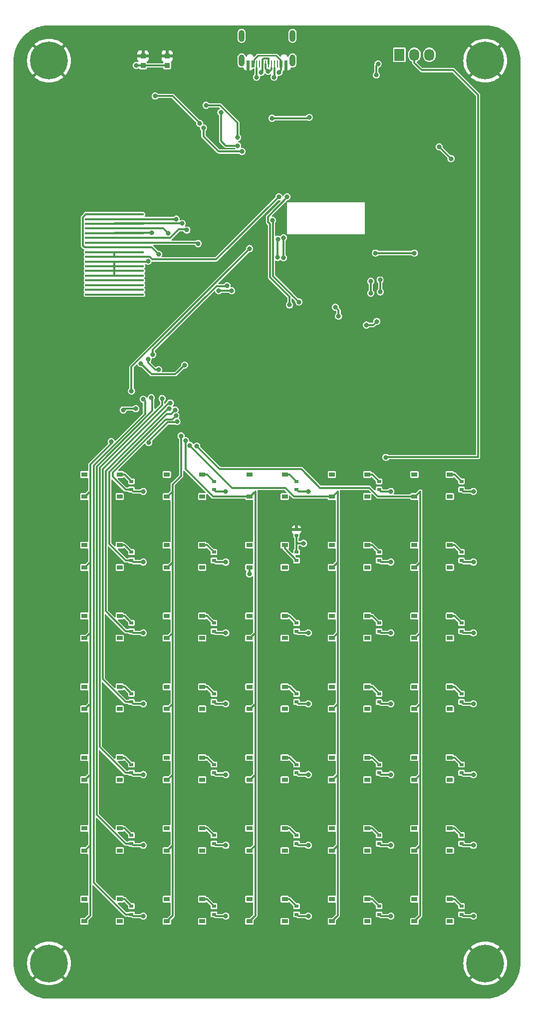
<source format=gbr>
%TF.GenerationSoftware,KiCad,Pcbnew,(6.0.7)*%
%TF.CreationDate,2022-10-22T21:09:40-04:00*%
%TF.ProjectId,Calculator,43616c63-756c-4617-946f-722e6b696361,rev?*%
%TF.SameCoordinates,Original*%
%TF.FileFunction,Copper,L1,Top*%
%TF.FilePolarity,Positive*%
%FSLAX46Y46*%
G04 Gerber Fmt 4.6, Leading zero omitted, Abs format (unit mm)*
G04 Created by KiCad (PCBNEW (6.0.7)) date 2022-10-22 21:09:40*
%MOMM*%
%LPD*%
G01*
G04 APERTURE LIST*
G04 Aperture macros list*
%AMRoundRect*
0 Rectangle with rounded corners*
0 $1 Rounding radius*
0 $2 $3 $4 $5 $6 $7 $8 $9 X,Y pos of 4 corners*
0 Add a 4 corners polygon primitive as box body*
4,1,4,$2,$3,$4,$5,$6,$7,$8,$9,$2,$3,0*
0 Add four circle primitives for the rounded corners*
1,1,$1+$1,$2,$3*
1,1,$1+$1,$4,$5*
1,1,$1+$1,$6,$7*
1,1,$1+$1,$8,$9*
0 Add four rect primitives between the rounded corners*
20,1,$1+$1,$2,$3,$4,$5,0*
20,1,$1+$1,$4,$5,$6,$7,0*
20,1,$1+$1,$6,$7,$8,$9,0*
20,1,$1+$1,$8,$9,$2,$3,0*%
G04 Aperture macros list end*
%TA.AperFunction,SMDPad,CuDef*%
%ADD10R,0.575000X1.150000*%
%TD*%
%TA.AperFunction,SMDPad,CuDef*%
%ADD11R,0.275000X1.150000*%
%TD*%
%TA.AperFunction,ComponentPad*%
%ADD12O,1.000000X2.000000*%
%TD*%
%TA.AperFunction,ComponentPad*%
%ADD13C,0.800000*%
%TD*%
%TA.AperFunction,ComponentPad*%
%ADD14C,6.400000*%
%TD*%
%TA.AperFunction,SMDPad,CuDef*%
%ADD15R,0.700000X0.600000*%
%TD*%
%TA.AperFunction,SMDPad,CuDef*%
%ADD16R,1.000000X0.750000*%
%TD*%
%TA.AperFunction,SMDPad,CuDef*%
%ADD17RoundRect,0.100000X-4.900000X-0.100000X4.900000X-0.100000X4.900000X0.100000X-4.900000X0.100000X0*%
%TD*%
%TA.AperFunction,SMDPad,CuDef*%
%ADD18R,0.900000X0.900000*%
%TD*%
%TA.AperFunction,SMDPad,CuDef*%
%ADD19RoundRect,0.135000X-0.185000X0.135000X-0.185000X-0.135000X0.185000X-0.135000X0.185000X0.135000X0*%
%TD*%
%TA.AperFunction,ComponentPad*%
%ADD20R,1.730000X2.030000*%
%TD*%
%TA.AperFunction,ComponentPad*%
%ADD21O,1.730000X2.030000*%
%TD*%
%TA.AperFunction,ViaPad*%
%ADD22C,0.800000*%
%TD*%
%TA.AperFunction,Conductor*%
%ADD23C,0.300000*%
%TD*%
%TA.AperFunction,Conductor*%
%ADD24C,0.250000*%
%TD*%
G04 APERTURE END LIST*
D10*
%TO.P,X1,A1B12,GND*%
%TO.N,GND*%
X104442641Y-30787641D03*
%TO.P,X1,A4B9,VBUS*%
%TO.N,Net-(R7-Pad1)*%
X103642641Y-30787641D03*
D11*
%TO.P,X1,A5,CC1*%
%TO.N,Net-(R6-Pad2)*%
X102492641Y-30787641D03*
%TO.P,X1,A6,D+*%
%TO.N,Net-(IC1-Pad3)*%
X101492641Y-30787641D03*
%TO.P,X1,A7,D-*%
%TO.N,Net-(IC1-Pad4)*%
X100992641Y-30787641D03*
%TO.P,X1,A8,SBU1*%
%TO.N,unconnected-(X1-PadA8)*%
X99992641Y-30787641D03*
D10*
%TO.P,X1,B1A12,GND*%
%TO.N,GND*%
X98042641Y-30787641D03*
%TO.P,X1,B4A9,VBUS*%
%TO.N,Net-(R7-Pad1)*%
X98842641Y-30787641D03*
D11*
%TO.P,X1,B5,CC2*%
%TO.N,Net-(R5-Pad2)*%
X99492641Y-30787641D03*
%TO.P,X1,B6,D+*%
%TO.N,Net-(IC1-Pad3)*%
X100492641Y-30787641D03*
%TO.P,X1,B7,D-*%
%TO.N,Net-(IC1-Pad4)*%
X101992641Y-30787641D03*
%TO.P,X1,B8,SBU2*%
%TO.N,unconnected-(X1-PadB8)*%
X102992641Y-30787641D03*
D12*
%TO.P,X1,M1*%
%TO.N,N/C*%
X105562641Y-30212641D03*
%TO.P,X1,M2*%
X96922641Y-30212641D03*
%TO.P,X1,M3*%
X105562641Y-26032641D03*
%TO.P,X1,M4*%
X96922641Y-26032641D03*
%TD*%
D13*
%TO.P,H1,1,1*%
%TO.N,GND*%
X65939697Y-31939697D03*
D14*
X64242641Y-30242641D03*
D13*
X64242641Y-27842641D03*
X65939697Y-28545585D03*
X62545585Y-28545585D03*
X61842641Y-30242641D03*
X62545585Y-31939697D03*
X66642641Y-30242641D03*
X64242641Y-32642641D03*
%TD*%
D15*
%TO.P,D3,1,K*%
%TO.N,Net-(D3-Pad1)*%
X78242641Y-125542641D03*
%TO.P,D3,2,A*%
%TO.N,Row 3*%
X78242641Y-126942641D03*
%TD*%
D16*
%TO.P,SW24,0*%
%TO.N,N/C*%
X112242641Y-124367641D03*
%TO.P,SW24,1,1*%
%TO.N,Net-(D24-Pad1)*%
X118242641Y-124367641D03*
%TO.P,SW24,2,2*%
%TO.N,Colm 4*%
X112242641Y-128117641D03*
%TO.P,SW24,3*%
%TO.N,N/C*%
X118242641Y-128117641D03*
%TD*%
%TO.P,SW30,0*%
%TO.N,N/C*%
X126242641Y-112367641D03*
%TO.P,SW30,1,1*%
%TO.N,Net-(D30-Pad1)*%
X132242641Y-112367641D03*
%TO.P,SW30,2,2*%
%TO.N,Colm 5*%
X126242641Y-116117641D03*
%TO.P,SW30,3*%
%TO.N,N/C*%
X132242641Y-116117641D03*
%TD*%
D15*
%TO.P,D7,1,K*%
%TO.N,Net-(D7-Pad1)*%
X78242641Y-173542641D03*
%TO.P,D7,2,A*%
%TO.N,Row 7*%
X78242641Y-174942641D03*
%TD*%
D16*
%TO.P,SW17,0*%
%TO.N,N/C*%
X98242641Y-124367641D03*
%TO.P,SW17,1,1*%
%TO.N,Net-(D17-Pad1)*%
X104242641Y-124367641D03*
%TO.P,SW17,2,2*%
%TO.N,Colm 3*%
X98242641Y-128117641D03*
%TO.P,SW17,3*%
%TO.N,N/C*%
X104242641Y-128117641D03*
%TD*%
%TO.P,SW9,0*%
%TO.N,N/C*%
X84242641Y-112367641D03*
%TO.P,SW9,1,1*%
%TO.N,Net-(D9-Pad1)*%
X90242641Y-112367641D03*
%TO.P,SW9,2,2*%
%TO.N,Colm 2*%
X84242641Y-116117641D03*
%TO.P,SW9,3*%
%TO.N,N/C*%
X90242641Y-116117641D03*
%TD*%
%TO.P,SW7,0*%
%TO.N,N/C*%
X70242641Y-172367641D03*
%TO.P,SW7,1,1*%
%TO.N,Net-(D7-Pad1)*%
X76242641Y-172367641D03*
%TO.P,SW7,2,2*%
%TO.N,Colm 1*%
X70242641Y-176117641D03*
%TO.P,SW7,3*%
%TO.N,N/C*%
X76242641Y-176117641D03*
%TD*%
D15*
%TO.P,D19,1,K*%
%TO.N,Net-(D19-Pad1)*%
X106242641Y-149542641D03*
%TO.P,D19,2,A*%
%TO.N,Row 5*%
X106242641Y-150942641D03*
%TD*%
D16*
%TO.P,SW22,0*%
%TO.N,N/C*%
X112242641Y-100367641D03*
%TO.P,SW22,1,1*%
%TO.N,Net-(D22-Pad1)*%
X118242641Y-100367641D03*
%TO.P,SW22,2,2*%
%TO.N,Colm 4*%
X112242641Y-104117641D03*
%TO.P,SW22,3*%
%TO.N,N/C*%
X118242641Y-104117641D03*
%TD*%
D14*
%TO.P,H3,1,1*%
%TO.N,GND*%
X64242641Y-183242641D03*
D13*
X64242641Y-185642641D03*
X66642641Y-183242641D03*
X62545585Y-181545585D03*
X65939697Y-184939697D03*
X64242641Y-180842641D03*
X65939697Y-181545585D03*
X62545585Y-184939697D03*
X61842641Y-183242641D03*
%TD*%
D15*
%TO.P,D35,1,K*%
%TO.N,Net-(D35-Pad1)*%
X134242641Y-173542641D03*
%TO.P,D35,2,A*%
%TO.N,Row 7*%
X134242641Y-174942641D03*
%TD*%
D16*
%TO.P,SW20,0*%
%TO.N,N/C*%
X98242641Y-160367641D03*
%TO.P,SW20,1,1*%
%TO.N,Net-(D20-Pad1)*%
X104242641Y-160367641D03*
%TO.P,SW20,2,2*%
%TO.N,Colm 3*%
X98242641Y-164117641D03*
%TO.P,SW20,3*%
%TO.N,N/C*%
X104242641Y-164117641D03*
%TD*%
%TO.P,SW34,0*%
%TO.N,N/C*%
X126242641Y-160367641D03*
%TO.P,SW34,1,1*%
%TO.N,Net-(D34-Pad1)*%
X132242641Y-160367641D03*
%TO.P,SW34,2,2*%
%TO.N,Colm 5*%
X126242641Y-164117641D03*
%TO.P,SW34,3*%
%TO.N,N/C*%
X132242641Y-164117641D03*
%TD*%
D17*
%TO.P,U5,0,GND*%
%TO.N,Load*%
X75337641Y-56287641D03*
%TO.P,U5,1,RST*%
%TO.N,Disp RST*%
X75337641Y-57087641D03*
%TO.P,U5,2,SCK*%
%TO.N,Disp SPI CLK*%
X75337641Y-57887641D03*
%TO.P,U5,3,D/C*%
%TO.N,Disp D{slash}C*%
X75337641Y-58687641D03*
%TO.P,U5,4,CS*%
%TO.N,Disp CS*%
X75337641Y-59487641D03*
%TO.P,U5,5,SDI_(MOSI)*%
%TO.N,Disp MOSI*%
X75337641Y-60287641D03*
%TO.P,U5,6,SDO_(MISO)*%
%TO.N,Disp MISO*%
X75337641Y-61087641D03*
%TO.P,U5,7,GND*%
%TO.N,Load*%
X75337641Y-61887641D03*
%TO.P,U5,8,3.3V_IN*%
%TO.N,ES_3.3V_LCD*%
X75337641Y-62687641D03*
%TO.P,U5,9,3.3V_IN*%
X75337641Y-63487641D03*
%TO.P,U5,10,LED_3.3V*%
%TO.N,Net-(R17-Pad2)*%
X75337641Y-64287641D03*
%TO.P,U5,11,LED_3.3V*%
X75337641Y-65087641D03*
%TO.P,U5,12,LED_3.3V*%
X75337641Y-65887641D03*
%TO.P,U5,13,LED_3.3V*%
X75337641Y-66687641D03*
%TO.P,U5,14,Touch_1*%
%TO.N,unconnected-(U5-Pad14)*%
X75337641Y-67487641D03*
%TO.P,U5,15,Touch_2*%
%TO.N,unconnected-(U5-Pad15)*%
X75337641Y-68287641D03*
%TO.P,U5,16,Touch_3*%
%TO.N,unconnected-(U5-Pad16)*%
X75337641Y-69087641D03*
%TO.P,U5,17,Touch_4*%
%TO.N,unconnected-(U5-Pad17)*%
X75337641Y-69887641D03*
%TD*%
D16*
%TO.P,SW3,0*%
%TO.N,N/C*%
X70242641Y-124367641D03*
%TO.P,SW3,1,1*%
%TO.N,Net-(D3-Pad1)*%
X76242641Y-124367641D03*
%TO.P,SW3,2,2*%
%TO.N,Colm 1*%
X70242641Y-128117641D03*
%TO.P,SW3,3*%
%TO.N,N/C*%
X76242641Y-128117641D03*
%TD*%
%TO.P,SW10,0*%
%TO.N,N/C*%
X84242641Y-124367641D03*
%TO.P,SW10,1,1*%
%TO.N,Net-(D10-Pad1)*%
X90242641Y-124367641D03*
%TO.P,SW10,2,2*%
%TO.N,Colm 2*%
X84242641Y-128117641D03*
%TO.P,SW10,3*%
%TO.N,N/C*%
X90242641Y-128117641D03*
%TD*%
%TO.P,SW8,0*%
%TO.N,N/C*%
X84242641Y-100367641D03*
%TO.P,SW8,1,1*%
%TO.N,Net-(D8-Pad1)*%
X90242641Y-100367641D03*
%TO.P,SW8,2,2*%
%TO.N,Colm 2*%
X84242641Y-104117641D03*
%TO.P,SW8,3*%
%TO.N,N/C*%
X90242641Y-104117641D03*
%TD*%
D15*
%TO.P,D17,1,K*%
%TO.N,Net-(D17-Pad1)*%
X106242641Y-125542641D03*
%TO.P,D17,2,A*%
%TO.N,Row 3*%
X106242641Y-126942641D03*
%TD*%
%TO.P,D30,1,K*%
%TO.N,Net-(D30-Pad1)*%
X134242641Y-113542641D03*
%TO.P,D30,2,A*%
%TO.N,Row 2*%
X134242641Y-114942641D03*
%TD*%
D16*
%TO.P,SW12,0*%
%TO.N,N/C*%
X84242641Y-148367641D03*
%TO.P,SW12,1,1*%
%TO.N,Net-(D12-Pad1)*%
X90242641Y-148367641D03*
%TO.P,SW12,2,2*%
%TO.N,Colm 2*%
X84242641Y-152117641D03*
%TO.P,SW12,3*%
%TO.N,N/C*%
X90242641Y-152117641D03*
%TD*%
%TO.P,SW15,0*%
%TO.N,N/C*%
X98242641Y-100367641D03*
%TO.P,SW15,1,1*%
%TO.N,Net-(D15-Pad1)*%
X104242641Y-100367641D03*
%TO.P,SW15,2,2*%
%TO.N,Colm 3*%
X98242641Y-104117641D03*
%TO.P,SW15,3*%
%TO.N,N/C*%
X104242641Y-104117641D03*
%TD*%
%TO.P,SW18,0*%
%TO.N,N/C*%
X98242641Y-136367641D03*
%TO.P,SW18,1,1*%
%TO.N,Net-(D18-Pad1)*%
X104242641Y-136367641D03*
%TO.P,SW18,2,2*%
%TO.N,Colm 3*%
X98242641Y-140117641D03*
%TO.P,SW18,3*%
%TO.N,N/C*%
X104242641Y-140117641D03*
%TD*%
D15*
%TO.P,D8,1,K*%
%TO.N,Net-(D8-Pad1)*%
X92242641Y-101542641D03*
%TO.P,D8,2,A*%
%TO.N,Row 1*%
X92242641Y-102942641D03*
%TD*%
%TO.P,D28,1,K*%
%TO.N,Net-(D28-Pad1)*%
X120242641Y-173542641D03*
%TO.P,D28,2,A*%
%TO.N,Row 7*%
X120242641Y-174942641D03*
%TD*%
%TO.P,D2,1,K*%
%TO.N,Net-(D2-Pad1)*%
X78242641Y-113542641D03*
%TO.P,D2,2,A*%
%TO.N,Row 2*%
X78242641Y-114942641D03*
%TD*%
D16*
%TO.P,SW35,0*%
%TO.N,N/C*%
X126242641Y-172367641D03*
%TO.P,SW35,1,1*%
%TO.N,Net-(D35-Pad1)*%
X132242641Y-172367641D03*
%TO.P,SW35,2,2*%
%TO.N,Colm 5*%
X126242641Y-176117641D03*
%TO.P,SW35,3*%
%TO.N,N/C*%
X132242641Y-176117641D03*
%TD*%
D15*
%TO.P,D34,1,K*%
%TO.N,Net-(D34-Pad1)*%
X134242641Y-161542641D03*
%TO.P,D34,2,A*%
%TO.N,Row 6*%
X134242641Y-162942641D03*
%TD*%
%TO.P,D10,1,K*%
%TO.N,Net-(D10-Pad1)*%
X92242641Y-125542641D03*
%TO.P,D10,2,A*%
%TO.N,Row 3*%
X92242641Y-126942641D03*
%TD*%
%TO.P,D13,1,K*%
%TO.N,Net-(D13-Pad1)*%
X92242641Y-161542641D03*
%TO.P,D13,2,A*%
%TO.N,Row 6*%
X92242641Y-162942641D03*
%TD*%
D13*
%TO.P,H2,1,1*%
%TO.N,GND*%
X136545585Y-31939697D03*
X139939697Y-28545585D03*
X139939697Y-31939697D03*
X138242641Y-27842641D03*
X138242641Y-32642641D03*
X135842641Y-30242641D03*
X140642641Y-30242641D03*
D14*
X138242641Y-30242641D03*
D13*
X136545585Y-28545585D03*
%TD*%
D16*
%TO.P,SW2,0*%
%TO.N,N/C*%
X70242641Y-112367641D03*
%TO.P,SW2,1,1*%
%TO.N,Net-(D2-Pad1)*%
X76242641Y-112367641D03*
%TO.P,SW2,2,2*%
%TO.N,Colm 1*%
X70242641Y-116117641D03*
%TO.P,SW2,3*%
%TO.N,N/C*%
X76242641Y-116117641D03*
%TD*%
D18*
%TO.P,SW37,A,P*%
%TO.N,GND*%
X84292641Y-29442641D03*
%TO.P,SW37,A',P1*%
X80192641Y-29442641D03*
%TO.P,SW37,B,S*%
%TO.N,ES_RESET*%
X84292641Y-31042641D03*
%TO.P,SW37,B',S1*%
X80192641Y-31042641D03*
%TD*%
D15*
%TO.P,D32,1,K*%
%TO.N,Net-(D32-Pad1)*%
X134242641Y-137542641D03*
%TO.P,D32,2,A*%
%TO.N,Row 4*%
X134242641Y-138942641D03*
%TD*%
D16*
%TO.P,SW14,0*%
%TO.N,N/C*%
X84242641Y-172367641D03*
%TO.P,SW14,1,1*%
%TO.N,Net-(D14-Pad1)*%
X90242641Y-172367641D03*
%TO.P,SW14,2,2*%
%TO.N,Colm 2*%
X84242641Y-176117641D03*
%TO.P,SW14,3*%
%TO.N,N/C*%
X90242641Y-176117641D03*
%TD*%
D15*
%TO.P,D33,1,K*%
%TO.N,Net-(D33-Pad1)*%
X134242641Y-149542641D03*
%TO.P,D33,2,A*%
%TO.N,Row 5*%
X134242641Y-150942641D03*
%TD*%
%TO.P,D23,1,K*%
%TO.N,Net-(D23-Pad1)*%
X120242641Y-113542641D03*
%TO.P,D23,2,A*%
%TO.N,Row 2*%
X120242641Y-114942641D03*
%TD*%
D16*
%TO.P,SW28,0*%
%TO.N,N/C*%
X112242641Y-172367641D03*
%TO.P,SW28,1,1*%
%TO.N,Net-(D28-Pad1)*%
X118242641Y-172367641D03*
%TO.P,SW28,2,2*%
%TO.N,Colm 4*%
X112242641Y-176117641D03*
%TO.P,SW28,3*%
%TO.N,N/C*%
X118242641Y-176117641D03*
%TD*%
D15*
%TO.P,D22,1,K*%
%TO.N,Net-(D22-Pad1)*%
X120242641Y-101542641D03*
%TO.P,D22,2,A*%
%TO.N,Row 1*%
X120242641Y-102942641D03*
%TD*%
D19*
%TO.P,R1,1*%
%TO.N,GND*%
X106242641Y-109732641D03*
%TO.P,R1,2*%
%TO.N,Wake Trigger Button*%
X106242641Y-110752641D03*
%TD*%
D15*
%TO.P,D9,1,K*%
%TO.N,Net-(D9-Pad1)*%
X92242641Y-113542641D03*
%TO.P,D9,2,A*%
%TO.N,Row 2*%
X92242641Y-114942641D03*
%TD*%
D16*
%TO.P,SW21,0*%
%TO.N,N/C*%
X98242641Y-172367641D03*
%TO.P,SW21,1,1*%
%TO.N,Net-(D21-Pad1)*%
X104242641Y-172367641D03*
%TO.P,SW21,2,2*%
%TO.N,Colm 3*%
X98242641Y-176117641D03*
%TO.P,SW21,3*%
%TO.N,N/C*%
X104242641Y-176117641D03*
%TD*%
D20*
%TO.P,SW36,1,out_1*%
%TO.N,Bat Pwr 3-5V*%
X123702641Y-29242641D03*
D21*
%TO.P,SW36,2,in*%
%TO.N,Net-(SW36-Pad2)*%
X126242641Y-29242641D03*
%TO.P,SW36,3,out_2*%
%TO.N,unconnected-(SW36-Pad3)*%
X128782641Y-29242641D03*
%TD*%
D16*
%TO.P,SW16,0*%
%TO.N,N/C*%
X98242641Y-112367641D03*
%TO.P,SW16,1,1*%
%TO.N,Net-(D16-Pad2)*%
X104242641Y-112367641D03*
%TO.P,SW16,2,2*%
%TO.N,3V*%
X98242641Y-116117641D03*
%TO.P,SW16,3*%
%TO.N,N/C*%
X104242641Y-116117641D03*
%TD*%
%TO.P,SW33,0*%
%TO.N,N/C*%
X126242641Y-148367641D03*
%TO.P,SW33,1,1*%
%TO.N,Net-(D33-Pad1)*%
X132242641Y-148367641D03*
%TO.P,SW33,2,2*%
%TO.N,Colm 5*%
X126242641Y-152117641D03*
%TO.P,SW33,3*%
%TO.N,N/C*%
X132242641Y-152117641D03*
%TD*%
D15*
%TO.P,D12,1,K*%
%TO.N,Net-(D12-Pad1)*%
X92242641Y-149542641D03*
%TO.P,D12,2,A*%
%TO.N,Row 5*%
X92242641Y-150942641D03*
%TD*%
%TO.P,D24,1,K*%
%TO.N,Net-(D24-Pad1)*%
X120242641Y-125542641D03*
%TO.P,D24,2,A*%
%TO.N,Row 3*%
X120242641Y-126942641D03*
%TD*%
D16*
%TO.P,SW31,0*%
%TO.N,N/C*%
X126242641Y-124367641D03*
%TO.P,SW31,1,1*%
%TO.N,Net-(D31-Pad1)*%
X132242641Y-124367641D03*
%TO.P,SW31,2,2*%
%TO.N,Colm 5*%
X126242641Y-128117641D03*
%TO.P,SW31,3*%
%TO.N,N/C*%
X132242641Y-128117641D03*
%TD*%
%TO.P,SW32,0*%
%TO.N,N/C*%
X126242641Y-136367641D03*
%TO.P,SW32,1,1*%
%TO.N,Net-(D32-Pad1)*%
X132242641Y-136367641D03*
%TO.P,SW32,2,2*%
%TO.N,Colm 5*%
X126242641Y-140117641D03*
%TO.P,SW32,3*%
%TO.N,N/C*%
X132242641Y-140117641D03*
%TD*%
%TO.P,SW23,0*%
%TO.N,N/C*%
X112242641Y-112367641D03*
%TO.P,SW23,1,1*%
%TO.N,Net-(D23-Pad1)*%
X118242641Y-112367641D03*
%TO.P,SW23,2,2*%
%TO.N,Colm 4*%
X112242641Y-116117641D03*
%TO.P,SW23,3*%
%TO.N,N/C*%
X118242641Y-116117641D03*
%TD*%
%TO.P,SW5,0*%
%TO.N,N/C*%
X70242641Y-148367641D03*
%TO.P,SW5,1,1*%
%TO.N,Net-(D5-Pad1)*%
X76242641Y-148367641D03*
%TO.P,SW5,2,2*%
%TO.N,Colm 1*%
X70242641Y-152117641D03*
%TO.P,SW5,3*%
%TO.N,N/C*%
X76242641Y-152117641D03*
%TD*%
D15*
%TO.P,D4,1,K*%
%TO.N,Net-(D4-Pad1)*%
X78242641Y-137542641D03*
%TO.P,D4,2,A*%
%TO.N,Row 4*%
X78242641Y-138942641D03*
%TD*%
D16*
%TO.P,SW26,0*%
%TO.N,N/C*%
X112242641Y-148367641D03*
%TO.P,SW26,1,1*%
%TO.N,Net-(D26-Pad1)*%
X118242641Y-148367641D03*
%TO.P,SW26,2,2*%
%TO.N,Colm 4*%
X112242641Y-152117641D03*
%TO.P,SW26,3*%
%TO.N,N/C*%
X118242641Y-152117641D03*
%TD*%
D15*
%TO.P,D16,1,K*%
%TO.N,Wake Trigger Button*%
X106242641Y-113542641D03*
%TO.P,D16,2,A*%
%TO.N,Net-(D16-Pad2)*%
X106242641Y-114942641D03*
%TD*%
%TO.P,D21,1,K*%
%TO.N,Net-(D21-Pad1)*%
X106242641Y-173542641D03*
%TO.P,D21,2,A*%
%TO.N,Row 7*%
X106242641Y-174942641D03*
%TD*%
D16*
%TO.P,SW6,0*%
%TO.N,N/C*%
X70242641Y-160367641D03*
%TO.P,SW6,1,1*%
%TO.N,Net-(D6-Pad1)*%
X76242641Y-160367641D03*
%TO.P,SW6,2,2*%
%TO.N,Colm 1*%
X70242641Y-164117641D03*
%TO.P,SW6,3*%
%TO.N,N/C*%
X76242641Y-164117641D03*
%TD*%
D15*
%TO.P,D25,1,K*%
%TO.N,Net-(D25-Pad1)*%
X120242641Y-137542641D03*
%TO.P,D25,2,A*%
%TO.N,Row 4*%
X120242641Y-138942641D03*
%TD*%
%TO.P,D20,1,K*%
%TO.N,Net-(D20-Pad1)*%
X106242641Y-161542641D03*
%TO.P,D20,2,A*%
%TO.N,Row 6*%
X106242641Y-162942641D03*
%TD*%
D16*
%TO.P,SW11,0*%
%TO.N,N/C*%
X84242641Y-136367641D03*
%TO.P,SW11,1,1*%
%TO.N,Net-(D11-Pad1)*%
X90242641Y-136367641D03*
%TO.P,SW11,2,2*%
%TO.N,Colm 2*%
X84242641Y-140117641D03*
%TO.P,SW11,3*%
%TO.N,N/C*%
X90242641Y-140117641D03*
%TD*%
%TO.P,SW1,0*%
%TO.N,N/C*%
X70242641Y-100367641D03*
%TO.P,SW1,1,1*%
%TO.N,Net-(D1-Pad1)*%
X76242641Y-100367641D03*
%TO.P,SW1,2,2*%
%TO.N,Colm 1*%
X70242641Y-104117641D03*
%TO.P,SW1,3*%
%TO.N,N/C*%
X76242641Y-104117641D03*
%TD*%
D15*
%TO.P,D11,1,K*%
%TO.N,Net-(D11-Pad1)*%
X92242641Y-137542641D03*
%TO.P,D11,2,A*%
%TO.N,Row 4*%
X92242641Y-138942641D03*
%TD*%
D16*
%TO.P,SW19,0*%
%TO.N,N/C*%
X98242641Y-148367641D03*
%TO.P,SW19,1,1*%
%TO.N,Net-(D19-Pad1)*%
X104242641Y-148367641D03*
%TO.P,SW19,2,2*%
%TO.N,Colm 3*%
X98242641Y-152117641D03*
%TO.P,SW19,3*%
%TO.N,N/C*%
X104242641Y-152117641D03*
%TD*%
D15*
%TO.P,D31,1,K*%
%TO.N,Net-(D31-Pad1)*%
X134242641Y-125542641D03*
%TO.P,D31,2,A*%
%TO.N,Row 3*%
X134242641Y-126942641D03*
%TD*%
%TO.P,D1,1,K*%
%TO.N,Net-(D1-Pad1)*%
X78242641Y-101542641D03*
%TO.P,D1,2,A*%
%TO.N,Row 1*%
X78242641Y-102942641D03*
%TD*%
D16*
%TO.P,SW13,0*%
%TO.N,N/C*%
X84242641Y-160367641D03*
%TO.P,SW13,1,1*%
%TO.N,Net-(D13-Pad1)*%
X90242641Y-160367641D03*
%TO.P,SW13,2,2*%
%TO.N,Colm 2*%
X84242641Y-164117641D03*
%TO.P,SW13,3*%
%TO.N,N/C*%
X90242641Y-164117641D03*
%TD*%
D13*
%TO.P,H4,1,1*%
%TO.N,GND*%
X138242641Y-185642641D03*
X138242641Y-180842641D03*
X136545585Y-184939697D03*
X139939697Y-181545585D03*
X136545585Y-181545585D03*
X139939697Y-184939697D03*
D14*
X138242641Y-183242641D03*
D13*
X135842641Y-183242641D03*
X140642641Y-183242641D03*
%TD*%
D15*
%TO.P,D27,1,K*%
%TO.N,Net-(D27-Pad1)*%
X120242641Y-161542641D03*
%TO.P,D27,2,A*%
%TO.N,Row 6*%
X120242641Y-162942641D03*
%TD*%
%TO.P,D18,1,K*%
%TO.N,Net-(D18-Pad1)*%
X106242641Y-137542641D03*
%TO.P,D18,2,A*%
%TO.N,Row 4*%
X106242641Y-138942641D03*
%TD*%
D16*
%TO.P,SW29,0*%
%TO.N,N/C*%
X126242641Y-100367641D03*
%TO.P,SW29,1,1*%
%TO.N,Net-(D29-Pad1)*%
X132242641Y-100367641D03*
%TO.P,SW29,2,2*%
%TO.N,Colm 5*%
X126242641Y-104117641D03*
%TO.P,SW29,3*%
%TO.N,N/C*%
X132242641Y-104117641D03*
%TD*%
%TO.P,SW4,0*%
%TO.N,N/C*%
X70242641Y-136367641D03*
%TO.P,SW4,1,1*%
%TO.N,Net-(D4-Pad1)*%
X76242641Y-136367641D03*
%TO.P,SW4,2,2*%
%TO.N,Colm 1*%
X70242641Y-140117641D03*
%TO.P,SW4,3*%
%TO.N,N/C*%
X76242641Y-140117641D03*
%TD*%
D15*
%TO.P,D26,1,K*%
%TO.N,Net-(D26-Pad1)*%
X120242641Y-149542641D03*
%TO.P,D26,2,A*%
%TO.N,Row 5*%
X120242641Y-150942641D03*
%TD*%
%TO.P,D14,1,K*%
%TO.N,Net-(D14-Pad1)*%
X92242641Y-173542641D03*
%TO.P,D14,2,A*%
%TO.N,Row 7*%
X92242641Y-174942641D03*
%TD*%
%TO.P,D6,1,K*%
%TO.N,Net-(D6-Pad1)*%
X78242641Y-161542641D03*
%TO.P,D6,2,A*%
%TO.N,Row 6*%
X78242641Y-162942641D03*
%TD*%
%TO.P,D15,1,K*%
%TO.N,Net-(D15-Pad1)*%
X106242641Y-101542641D03*
%TO.P,D15,2,A*%
%TO.N,Row 1*%
X106242641Y-102942641D03*
%TD*%
%TO.P,D5,1,K*%
%TO.N,Net-(D5-Pad1)*%
X78242641Y-149542641D03*
%TO.P,D5,2,A*%
%TO.N,Row 5*%
X78242641Y-150942641D03*
%TD*%
D16*
%TO.P,SW27,0*%
%TO.N,N/C*%
X112242641Y-160367641D03*
%TO.P,SW27,1,1*%
%TO.N,Net-(D27-Pad1)*%
X118242641Y-160367641D03*
%TO.P,SW27,2,2*%
%TO.N,Colm 4*%
X112242641Y-164117641D03*
%TO.P,SW27,3*%
%TO.N,N/C*%
X118242641Y-164117641D03*
%TD*%
%TO.P,SW25,0*%
%TO.N,N/C*%
X112242641Y-136367641D03*
%TO.P,SW25,1,1*%
%TO.N,Net-(D25-Pad1)*%
X118242641Y-136367641D03*
%TO.P,SW25,2,2*%
%TO.N,Colm 4*%
X112242641Y-140117641D03*
%TO.P,SW25,3*%
%TO.N,N/C*%
X118242641Y-140117641D03*
%TD*%
D15*
%TO.P,D29,1,K*%
%TO.N,Net-(D29-Pad1)*%
X134242641Y-101542641D03*
%TO.P,D29,2,A*%
%TO.N,Row 1*%
X134242641Y-102942641D03*
%TD*%
D22*
%TO.N,Row 1*%
X122242641Y-103242641D03*
X108242641Y-103242641D03*
X136242641Y-103242641D03*
X94242641Y-103242641D03*
X80242641Y-103242641D03*
X85780990Y-90432522D03*
%TO.N,Row 2*%
X94242641Y-115242641D03*
X122242641Y-115242641D03*
X85642641Y-89442641D03*
X136242641Y-115242641D03*
X80242641Y-115242641D03*
%TO.N,Row 3*%
X80242641Y-127242641D03*
X84636514Y-89243141D03*
X94242641Y-127242641D03*
X122242641Y-127242641D03*
X108242641Y-127242641D03*
X136242641Y-127242641D03*
%TO.N,ES_VBUS*%
X102073139Y-39992141D03*
X132442641Y-46842641D03*
X130442641Y-44842641D03*
X108392141Y-39842641D03*
%TO.N,Row 4*%
X84842641Y-88242641D03*
X80242641Y-139242641D03*
X136242641Y-139242641D03*
X94242641Y-139242641D03*
X108242641Y-139242641D03*
X122242641Y-139242641D03*
%TO.N,Load*%
X82842641Y-63042641D03*
%TO.N,Row 5*%
X108242641Y-151242641D03*
X94242641Y-151242641D03*
X83442641Y-87493141D03*
X80242641Y-151242641D03*
X136242641Y-151242641D03*
X122242641Y-151242641D03*
%TO.N,KX-3.3V*%
X81042641Y-80842641D03*
X82842641Y-82642641D03*
%TO.N,Row 6*%
X122242641Y-163242641D03*
X81587126Y-87387126D03*
X108242641Y-163242641D03*
X94242641Y-163242641D03*
X80242641Y-163242641D03*
X136242641Y-163242641D03*
%TO.N,Row 7*%
X136242641Y-175242641D03*
X122242641Y-175242641D03*
X108242641Y-175242641D03*
X80242641Y-175242641D03*
X94242641Y-175242641D03*
X80242641Y-87642641D03*
%TO.N,ES_3.3V_LCD*%
X103242641Y-53293141D03*
%TO.N,ES_RESET*%
X79042641Y-31042641D03*
X89792141Y-40842641D03*
X90442641Y-41642641D03*
X96992141Y-45642641D03*
X82242641Y-36242641D03*
%TO.N,Wake Trigger Button*%
X107442641Y-112042641D03*
X118842641Y-69642641D03*
X118842641Y-67642641D03*
%TO.N,Shutdown Power Cutoff*%
X112812664Y-72012664D03*
X113372618Y-73572618D03*
%TO.N,Bat Pwr 3-5V*%
X118093141Y-75042641D03*
X79842641Y-81592141D03*
X119842641Y-74442641D03*
X120442641Y-69442641D03*
X87242641Y-81842641D03*
X120412664Y-67412664D03*
%TO.N,GND*%
X119000000Y-60000000D03*
X128000000Y-64000000D03*
X110000000Y-35000000D03*
X110000000Y-34000000D03*
X122000000Y-35000000D03*
X136000000Y-45000000D03*
X101000000Y-70000000D03*
X119000000Y-61000000D03*
X117000000Y-44000000D03*
X121000000Y-44000000D03*
X133000000Y-52000000D03*
X102000000Y-38000000D03*
X102000000Y-70000000D03*
X108000000Y-32000000D03*
X117000000Y-41000000D03*
X136000000Y-46000000D03*
X129000000Y-64000000D03*
%TO.N,Colm 1*%
X85950648Y-91417520D03*
X81172618Y-94972618D03*
X74805558Y-94805558D03*
%TO.N,Colm 2*%
X86642641Y-93842641D03*
%TO.N,Colm 3*%
X87392141Y-94642641D03*
%TO.N,3V*%
X120072618Y-30812664D03*
X119793141Y-32672618D03*
X126242641Y-62842641D03*
X98242641Y-117242641D03*
X119642641Y-62842641D03*
%TO.N,Colm 4*%
X88141641Y-95442641D03*
%TO.N,Colm 5*%
X89322118Y-95563164D03*
%TO.N,Net-(SW36-Pad2)*%
X121412664Y-97472618D03*
%TO.N,Disp D{slash}C*%
X84442641Y-59538141D03*
%TO.N,Disp CS*%
X93042641Y-69242641D03*
X95242641Y-69242641D03*
X81642641Y-59442641D03*
%TO.N,Disp MOSI*%
X87642641Y-58942641D03*
%TO.N,Disp MISO*%
X89542641Y-61242641D03*
%TO.N,Disp SPI CLK*%
X86842641Y-57842641D03*
%TO.N,Matrix INT*%
X76842641Y-89442641D03*
X78992141Y-89242641D03*
%TO.N,Net-(IC1-Pad3)*%
X100242641Y-32242641D03*
%TO.N,Net-(IC1-Pad4)*%
X101442641Y-32042641D03*
%TO.N,ES_RTS*%
X96242641Y-43242641D03*
X90892641Y-37792641D03*
%TO.N,ES_TXD0*%
X104042641Y-63642641D03*
X104042641Y-60242641D03*
%TO.N,ES_RXD0*%
X103044415Y-63592141D03*
X103072982Y-60485056D03*
%TO.N,KX_SDA*%
X78242641Y-86242641D03*
X98287061Y-62087061D03*
%TO.N,KX_SCL*%
X94442641Y-68392141D03*
X81842641Y-80042641D03*
%TO.N,ES_GPIO0*%
X106642641Y-71142143D03*
X96242641Y-44642641D03*
X93412664Y-39012664D03*
X102172618Y-57312664D03*
%TO.N,Net-(R5-Pad2)*%
X99442641Y-33042641D03*
%TO.N,Net-(R6-Pad2)*%
X102442641Y-33042641D03*
%TO.N,Net-(R7-Pad1)*%
X103229641Y-32242641D03*
%TO.N,ES_NEO_PWR*%
X105042641Y-71642641D03*
X104642641Y-53293141D03*
%TO.N,Net-(R17-Pad2)*%
X81042641Y-64242641D03*
%TO.N,Disp RST*%
X85842641Y-57093141D03*
%TD*%
D23*
%TO.N,Row 1*%
X120542641Y-103242641D02*
X122242641Y-103242641D01*
X106542641Y-103242641D02*
X108242641Y-103242641D01*
X92242641Y-102942641D02*
X92542641Y-103242641D01*
X85170871Y-91042641D02*
X85780990Y-90432522D01*
X78242641Y-102942641D02*
X77242641Y-102942641D01*
X75042641Y-100742641D02*
X75042641Y-100042641D01*
X78542641Y-103242641D02*
X80242641Y-103242641D01*
X77242641Y-102942641D02*
X75042641Y-100742641D01*
X134542641Y-103242641D02*
X136242641Y-103242641D01*
X134242641Y-102942641D02*
X134542641Y-103242641D01*
X84042641Y-91042641D02*
X85170871Y-91042641D01*
X75042641Y-100042641D02*
X84042641Y-91042641D01*
X92542641Y-103242641D02*
X94242641Y-103242641D01*
X106242641Y-102942641D02*
X106542641Y-103242641D01*
X120242641Y-102942641D02*
X120542641Y-103242641D01*
X78242641Y-102942641D02*
X78542641Y-103242641D01*
%TO.N,Row 2*%
X78242641Y-114942641D02*
X78542641Y-115242641D01*
X77242641Y-114942641D02*
X74442641Y-112142641D01*
X92542641Y-115242641D02*
X94242641Y-115242641D01*
X84229517Y-90148659D02*
X84936623Y-90148659D01*
X78542641Y-115242641D02*
X80242641Y-115242641D01*
X74442641Y-100042641D02*
X74442641Y-99935535D01*
X120542641Y-115242641D02*
X122242641Y-115242641D01*
X120242641Y-114942641D02*
X120542641Y-115242641D01*
X92242641Y-114942641D02*
X92542641Y-115242641D01*
X134542641Y-115242641D02*
X136242641Y-115242641D01*
X84936623Y-90148659D02*
X85642641Y-89442641D01*
X74442641Y-112142641D02*
X74442641Y-100042641D01*
X78242641Y-114942641D02*
X77242641Y-114942641D01*
X134242641Y-114942641D02*
X134542641Y-115242641D01*
X74442641Y-99935535D02*
X84229517Y-90148659D01*
%TO.N,Row 3*%
X78242641Y-126942641D02*
X77242641Y-126942641D01*
X77242641Y-126942641D02*
X73842641Y-123542641D01*
X73842641Y-123542641D02*
X73842641Y-100042641D01*
X78242641Y-126942641D02*
X78542641Y-127242641D01*
X106542641Y-127242641D02*
X108242641Y-127242641D01*
X73842641Y-99828429D02*
X84427929Y-89243141D01*
X73842641Y-100042641D02*
X73842641Y-99828429D01*
X92242641Y-126942641D02*
X92542641Y-127242641D01*
X84427929Y-89243141D02*
X84636514Y-89243141D01*
X106242641Y-126942641D02*
X106542641Y-127242641D01*
X120542641Y-127242641D02*
X122242641Y-127242641D01*
X120242641Y-126942641D02*
X120542641Y-127242641D01*
X92542641Y-127242641D02*
X94242641Y-127242641D01*
X78542641Y-127242641D02*
X80242641Y-127242641D01*
X134542641Y-127242641D02*
X136242641Y-127242641D01*
X134242641Y-126942641D02*
X134542641Y-127242641D01*
%TO.N,ES_VBUS*%
X102073139Y-39992141D02*
X108242641Y-39992141D01*
X108242641Y-39992141D02*
X108392141Y-39842641D01*
X132442641Y-46842641D02*
X130442641Y-44842641D01*
%TO.N,Row 4*%
X73342641Y-99476353D02*
X84576353Y-88242641D01*
X78542641Y-139242641D02*
X80242641Y-139242641D01*
X106542641Y-139242641D02*
X108242641Y-139242641D01*
X73342641Y-135042641D02*
X73342641Y-100042641D01*
X120242641Y-138942641D02*
X120542641Y-139242641D01*
X77242641Y-138942641D02*
X73342641Y-135042641D01*
X78242641Y-138942641D02*
X78542641Y-139242641D01*
X106242641Y-138942641D02*
X106542641Y-139242641D01*
X73342641Y-100042641D02*
X73342641Y-99476353D01*
X120542641Y-139242641D02*
X122242641Y-139242641D01*
X92242641Y-138942641D02*
X92542641Y-139242641D01*
X134542641Y-139242641D02*
X136242641Y-139242641D01*
X134242641Y-138942641D02*
X134542641Y-139242641D01*
X92542641Y-139242641D02*
X94242641Y-139242641D01*
X78242641Y-138942641D02*
X77242641Y-138942641D01*
X84576353Y-88242641D02*
X84842641Y-88242641D01*
%TO.N,Load*%
X69987641Y-56801245D02*
X69987641Y-61587641D01*
X70287641Y-61887641D02*
X75337641Y-61887641D01*
X75337641Y-61887641D02*
X81687641Y-61887641D01*
X81687641Y-61887641D02*
X82842641Y-63042641D01*
X70501245Y-56287641D02*
X69987641Y-56801245D01*
X69987641Y-61587641D02*
X70287641Y-61887641D01*
X75337641Y-56287641D02*
X70501245Y-56287641D01*
%TO.N,Row 5*%
X72842641Y-146542641D02*
X72842641Y-100042641D01*
X120242641Y-150942641D02*
X120542641Y-151242641D01*
X134242641Y-150942641D02*
X134542641Y-151242641D01*
X78242641Y-150942641D02*
X77242641Y-150942641D01*
X106242641Y-150942641D02*
X106542641Y-151242641D01*
X83442641Y-88642641D02*
X83442641Y-87493141D01*
X92542641Y-151242641D02*
X94242641Y-151242641D01*
X106542641Y-151242641D02*
X108242641Y-151242641D01*
X134542641Y-151242641D02*
X136242641Y-151242641D01*
X72842641Y-100042641D02*
X72842641Y-99242641D01*
X77242641Y-150942641D02*
X72842641Y-146542641D01*
X72842641Y-99242641D02*
X83442641Y-88642641D01*
X78242641Y-150942641D02*
X78542641Y-151242641D01*
X78542641Y-151242641D02*
X80242641Y-151242641D01*
X120542641Y-151242641D02*
X122242641Y-151242641D01*
X92242641Y-150942641D02*
X92542641Y-151242641D01*
%TO.N,KX-3.3V*%
X81642641Y-82042641D02*
X81042641Y-81442641D01*
X81042641Y-81442641D02*
X81042641Y-80842641D01*
X82842641Y-82642641D02*
X82242641Y-82642641D01*
X82242641Y-82642641D02*
X81642641Y-82042641D01*
%TO.N,Row 6*%
X92542641Y-163242641D02*
X94242641Y-163242641D01*
X77242641Y-162942641D02*
X72342641Y-158042641D01*
X92242641Y-162942641D02*
X92542641Y-163242641D01*
X78242641Y-162942641D02*
X77242641Y-162942641D01*
X134542641Y-163242641D02*
X136242641Y-163242641D01*
X72342641Y-99035535D02*
X81789088Y-89589088D01*
X106542641Y-163242641D02*
X108242641Y-163242641D01*
X81789088Y-89589088D02*
X81789088Y-87589088D01*
X120542641Y-163242641D02*
X122242641Y-163242641D01*
X78542641Y-163242641D02*
X80242641Y-163242641D01*
X72342641Y-158042641D02*
X72342641Y-100042641D01*
X72342641Y-100042641D02*
X72342641Y-99035535D01*
X81789088Y-87589088D02*
X81587126Y-87387126D01*
X106242641Y-162942641D02*
X106542641Y-163242641D01*
X120242641Y-162942641D02*
X120542641Y-163242641D01*
X78242641Y-162942641D02*
X78542641Y-163242641D01*
X134242641Y-162942641D02*
X134542641Y-163242641D01*
%TO.N,Row 7*%
X71842641Y-100042641D02*
X71842641Y-98828429D01*
X134542641Y-175242641D02*
X136242641Y-175242641D01*
X120242641Y-174942641D02*
X120542641Y-175242641D01*
X77242641Y-174942641D02*
X71842641Y-169542641D01*
X134242641Y-174942641D02*
X134542641Y-175242641D01*
X80535535Y-87935535D02*
X80242641Y-87642641D01*
X120542641Y-175242641D02*
X122242641Y-175242641D01*
X106242641Y-174942641D02*
X106542641Y-175242641D01*
X78242641Y-174942641D02*
X78542641Y-175242641D01*
X71842641Y-169542641D02*
X71842641Y-100042641D01*
X92542641Y-175242641D02*
X94242641Y-175242641D01*
X92242641Y-174942641D02*
X92542641Y-175242641D01*
X71842641Y-98828429D02*
X80535535Y-90135535D01*
X106542641Y-175242641D02*
X108242641Y-175242641D01*
X78242641Y-174942641D02*
X77242641Y-174942641D01*
X78542641Y-175242641D02*
X80242641Y-175242641D01*
X80535535Y-90135535D02*
X80535535Y-87935535D01*
%TO.N,ES_3.3V_LCD*%
X75337641Y-62687641D02*
X75337641Y-63487641D01*
X81348302Y-63487641D02*
X75337641Y-63487641D01*
X103242641Y-53293141D02*
X92603802Y-63931980D01*
X81792641Y-63931980D02*
X81348302Y-63487641D01*
X92603802Y-63931980D02*
X81792641Y-63931980D01*
%TO.N,ES_RESET*%
X90442641Y-41642641D02*
X90442641Y-43042641D01*
X92242641Y-44842641D02*
X93042641Y-45642641D01*
X93042641Y-45642641D02*
X96992141Y-45642641D01*
X89792141Y-40842641D02*
X89792141Y-40792141D01*
X89792141Y-40792141D02*
X88642641Y-39642641D01*
X88642641Y-39642641D02*
X85242641Y-36242641D01*
X85242641Y-36242641D02*
X82242641Y-36242641D01*
X84292641Y-31042641D02*
X80192641Y-31042641D01*
X80192641Y-31042641D02*
X79042641Y-31042641D01*
X90442641Y-43042641D02*
X92242641Y-44842641D01*
%TO.N,Net-(D1-Pad1)*%
X76242641Y-100367641D02*
X77067641Y-100367641D01*
X77067641Y-100367641D02*
X78242641Y-101542641D01*
%TO.N,Net-(D2-Pad1)*%
X76242641Y-112367641D02*
X77067641Y-112367641D01*
X77067641Y-112367641D02*
X78242641Y-113542641D01*
%TO.N,Net-(D3-Pad1)*%
X77067641Y-124367641D02*
X78242641Y-125542641D01*
X76242641Y-124367641D02*
X77067641Y-124367641D01*
%TO.N,Net-(D4-Pad1)*%
X77067641Y-136367641D02*
X78242641Y-137542641D01*
X76242641Y-136367641D02*
X77067641Y-136367641D01*
%TO.N,Net-(D5-Pad1)*%
X77067641Y-148367641D02*
X78242641Y-149542641D01*
X76242641Y-148367641D02*
X77067641Y-148367641D01*
%TO.N,Net-(D6-Pad1)*%
X76242641Y-160367641D02*
X77067641Y-160367641D01*
X77067641Y-160367641D02*
X78242641Y-161542641D01*
%TO.N,Net-(D7-Pad1)*%
X76242641Y-172367641D02*
X77067641Y-172367641D01*
X77067641Y-172367641D02*
X78242641Y-173542641D01*
%TO.N,Wake Trigger Button*%
X107442641Y-112042641D02*
X106442641Y-112042641D01*
X106242641Y-111842641D02*
X106242641Y-110752641D01*
X118842641Y-67642641D02*
X118842641Y-69642641D01*
X106442641Y-112042641D02*
X106242641Y-111842641D01*
X106242641Y-113542641D02*
X106242641Y-111842641D01*
%TO.N,Net-(D16-Pad2)*%
X104242641Y-112367641D02*
X104242641Y-112942641D01*
X104242641Y-112942641D02*
X106242641Y-114942641D01*
%TO.N,Net-(D8-Pad1)*%
X91067641Y-100367641D02*
X92242641Y-101542641D01*
X90242641Y-100367641D02*
X91067641Y-100367641D01*
%TO.N,Net-(D9-Pad1)*%
X90242641Y-112367641D02*
X91067641Y-112367641D01*
X91067641Y-112367641D02*
X92242641Y-113542641D01*
%TO.N,Net-(D10-Pad1)*%
X91067641Y-124367641D02*
X92242641Y-125542641D01*
X90242641Y-124367641D02*
X91067641Y-124367641D01*
%TO.N,Net-(D11-Pad1)*%
X91067641Y-136367641D02*
X92242641Y-137542641D01*
X90242641Y-136367641D02*
X91067641Y-136367641D01*
%TO.N,Net-(D12-Pad1)*%
X91067641Y-148367641D02*
X92242641Y-149542641D01*
X90242641Y-148367641D02*
X91067641Y-148367641D01*
%TO.N,Net-(D13-Pad1)*%
X91067641Y-160367641D02*
X92242641Y-161542641D01*
X90242641Y-160367641D02*
X91067641Y-160367641D01*
%TO.N,Net-(D14-Pad1)*%
X91067641Y-172367641D02*
X92242641Y-173542641D01*
X90242641Y-172367641D02*
X91067641Y-172367641D01*
%TO.N,Net-(D15-Pad1)*%
X105067641Y-100367641D02*
X106242641Y-101542641D01*
X104242641Y-100367641D02*
X105067641Y-100367641D01*
%TO.N,Net-(D17-Pad1)*%
X104242641Y-124367641D02*
X105067641Y-124367641D01*
X105067641Y-124367641D02*
X106242641Y-125542641D01*
%TO.N,Net-(D18-Pad1)*%
X104242641Y-136367641D02*
X105067641Y-136367641D01*
X105067641Y-136367641D02*
X106242641Y-137542641D01*
%TO.N,Net-(D19-Pad1)*%
X105067641Y-148367641D02*
X106242641Y-149542641D01*
X104242641Y-148367641D02*
X105067641Y-148367641D01*
%TO.N,Net-(D20-Pad1)*%
X104242641Y-160367641D02*
X105067641Y-160367641D01*
X105067641Y-160367641D02*
X106242641Y-161542641D01*
%TO.N,Net-(D21-Pad1)*%
X105067641Y-172367641D02*
X106242641Y-173542641D01*
X104242641Y-172367641D02*
X105067641Y-172367641D01*
%TO.N,Net-(D22-Pad1)*%
X118242641Y-100367641D02*
X119067641Y-100367641D01*
X119067641Y-100367641D02*
X120242641Y-101542641D01*
%TO.N,Net-(D23-Pad1)*%
X118242641Y-112367641D02*
X119067641Y-112367641D01*
X119067641Y-112367641D02*
X120242641Y-113542641D01*
%TO.N,Net-(D24-Pad1)*%
X118242641Y-124367641D02*
X119067641Y-124367641D01*
X119067641Y-124367641D02*
X120242641Y-125542641D01*
%TO.N,Net-(D25-Pad1)*%
X119067641Y-136367641D02*
X120242641Y-137542641D01*
X118242641Y-136367641D02*
X119067641Y-136367641D01*
%TO.N,Net-(D26-Pad1)*%
X118242641Y-148367641D02*
X119067641Y-148367641D01*
X119067641Y-148367641D02*
X120242641Y-149542641D01*
%TO.N,Net-(D27-Pad1)*%
X119067641Y-160367641D02*
X120242641Y-161542641D01*
X118242641Y-160367641D02*
X119067641Y-160367641D01*
%TO.N,Shutdown Power Cutoff*%
X113372618Y-73572618D02*
X113372618Y-72572618D01*
X113372618Y-72572618D02*
X112812664Y-72012664D01*
%TO.N,Bat Pwr 3-5V*%
X79842641Y-81592141D02*
X81643141Y-83392641D01*
X85692641Y-83392641D02*
X87242641Y-81842641D01*
X120442641Y-69442641D02*
X120442641Y-67442641D01*
X118093141Y-75042641D02*
X119242641Y-75042641D01*
X120442641Y-67442641D02*
X120412664Y-67412664D01*
X119242641Y-75042641D02*
X119842641Y-74442641D01*
X81643141Y-83392641D02*
X85692641Y-83392641D01*
%TO.N,Colm 1*%
X71242641Y-98721323D02*
X74881982Y-95081982D01*
X71242641Y-151242641D02*
X71242641Y-139242641D01*
X71242641Y-139242641D02*
X71242641Y-115242641D01*
X71242641Y-103242641D02*
X71242641Y-98721323D01*
X84342641Y-91542641D02*
X84442641Y-91542641D01*
X70242641Y-164117641D02*
X70367641Y-164117641D01*
X70367641Y-104117641D02*
X71242641Y-103242641D01*
X70367641Y-152117641D02*
X71242641Y-151242641D01*
X81172618Y-94972618D02*
X81172618Y-94712664D01*
X85825527Y-91542641D02*
X85950648Y-91417520D01*
X71242641Y-163242641D02*
X71242641Y-151242641D01*
X84442641Y-91542641D02*
X85825527Y-91542641D01*
X70367641Y-140117641D02*
X71242641Y-139242641D01*
X74881982Y-95081982D02*
X74881982Y-94881982D01*
X81172618Y-94712664D02*
X84342641Y-91542641D01*
X70242641Y-176117641D02*
X71242641Y-175117641D01*
X70367641Y-164117641D02*
X71242641Y-163242641D01*
X70242641Y-140117641D02*
X70367641Y-140117641D01*
X70242641Y-104117641D02*
X70367641Y-104117641D01*
X70367641Y-128117641D02*
X71242641Y-127242641D01*
X70242641Y-152117641D02*
X70367641Y-152117641D01*
X71242641Y-115242641D02*
X71242641Y-103242641D01*
X70367641Y-116117641D02*
X71242641Y-115242641D01*
X70242641Y-128117641D02*
X70367641Y-128117641D01*
X74881982Y-94881982D02*
X74805558Y-94805558D01*
X71242641Y-175117641D02*
X71242641Y-163242641D01*
X70242641Y-116117641D02*
X70367641Y-116117641D01*
%TO.N,Colm 2*%
X85242641Y-163242641D02*
X85242641Y-151242641D01*
X85242641Y-115242641D02*
X85242641Y-103242641D01*
X84242641Y-152117641D02*
X84367641Y-152117641D01*
X85242641Y-102042641D02*
X85242641Y-103242641D01*
X84242641Y-116117641D02*
X84367641Y-116117641D01*
X84242641Y-164117641D02*
X84367641Y-164117641D01*
X84367641Y-164117641D02*
X85242641Y-163242641D01*
X85242641Y-151242641D02*
X85242641Y-139242641D01*
X85242641Y-175117641D02*
X85242641Y-163242641D01*
X84242641Y-128117641D02*
X84367641Y-128117641D01*
X84242641Y-176117641D02*
X85242641Y-175117641D01*
X86642641Y-100642641D02*
X85242641Y-102042641D01*
X84242641Y-140117641D02*
X84367641Y-140117641D01*
X85242641Y-139242641D02*
X85242641Y-127242641D01*
X84367641Y-140117641D02*
X85242641Y-139242641D01*
X84242641Y-104117641D02*
X84367641Y-104117641D01*
X85242641Y-127242641D02*
X85242641Y-115242641D01*
X84367641Y-116117641D02*
X85242641Y-115242641D01*
X84367641Y-104117641D02*
X85242641Y-103242641D01*
X84367641Y-128117641D02*
X85242641Y-127242641D01*
X84367641Y-152117641D02*
X85242641Y-151242641D01*
X86642641Y-93842641D02*
X86642641Y-100642641D01*
%TO.N,Colm 3*%
X98242641Y-176117641D02*
X99242641Y-175117641D01*
X98242641Y-104117641D02*
X98367641Y-104117641D01*
X98367641Y-104117641D02*
X99242641Y-103242641D01*
X98242641Y-164117641D02*
X98367641Y-164117641D01*
X98367641Y-152117641D02*
X99242641Y-151242641D01*
X87392141Y-99442141D02*
X92067641Y-104117641D01*
X99242641Y-127242641D02*
X99242641Y-103242641D01*
X98367641Y-164117641D02*
X99242641Y-163242641D01*
X98367641Y-128117641D02*
X99242641Y-127242641D01*
X92067641Y-104117641D02*
X98242641Y-104117641D01*
X99242641Y-175117641D02*
X99242641Y-151242641D01*
X98242641Y-140117641D02*
X98367641Y-140117641D01*
X99242641Y-151242641D02*
X99242641Y-139242641D01*
X99242641Y-139242641D02*
X99242641Y-127242641D01*
X87392141Y-94642641D02*
X87392141Y-99442141D01*
X98367641Y-140117641D02*
X99242641Y-139242641D01*
X98242641Y-152117641D02*
X98367641Y-152117641D01*
X98242641Y-128117641D02*
X98367641Y-128117641D01*
%TO.N,3V*%
X119793141Y-31092141D02*
X120072618Y-30812664D01*
X119642641Y-62842641D02*
X126242641Y-62842641D01*
X119793141Y-32672618D02*
X119793141Y-31092141D01*
X98242641Y-116117641D02*
X98242641Y-117242641D01*
%TO.N,Colm 4*%
X113242641Y-127242641D02*
X113242641Y-115242641D01*
X112242641Y-104117641D02*
X112367641Y-104117641D01*
X112367641Y-152117641D02*
X113242641Y-151242641D01*
X112367641Y-128117641D02*
X113242641Y-127242641D01*
X112242641Y-116117641D02*
X112367641Y-116117641D01*
X113242641Y-115242641D02*
X113242641Y-103242641D01*
X88141641Y-95442641D02*
X95341641Y-102642641D01*
X105817641Y-104117641D02*
X112242641Y-104117641D01*
X112367641Y-164117641D02*
X113242641Y-163242641D01*
X112242641Y-140117641D02*
X112367641Y-140117641D01*
X112367641Y-140117641D02*
X113242641Y-139242641D01*
X95341641Y-102642641D02*
X104342641Y-102642641D01*
X112367641Y-104117641D02*
X113242641Y-103242641D01*
X113242641Y-175117641D02*
X113242641Y-163242641D01*
X113242641Y-139242641D02*
X113242641Y-127242641D01*
X112242641Y-152117641D02*
X112367641Y-152117641D01*
X112242641Y-164117641D02*
X112367641Y-164117641D01*
X113242641Y-163242641D02*
X113242641Y-151242641D01*
X112242641Y-176117641D02*
X113242641Y-175117641D01*
X112367641Y-116117641D02*
X113242641Y-115242641D01*
X112242641Y-128117641D02*
X112367641Y-128117641D01*
X104342641Y-102642641D02*
X105817641Y-104117641D01*
X113242641Y-151242641D02*
X113242641Y-139242641D01*
%TO.N,Colm 5*%
X127242641Y-115242641D02*
X127242641Y-103242641D01*
X93201595Y-99442641D02*
X107042641Y-99442641D01*
X120067641Y-104117641D02*
X126242641Y-104117641D01*
X126367641Y-116117641D02*
X127242641Y-115242641D01*
X126367641Y-140117641D02*
X127242641Y-139242641D01*
X126242641Y-164117641D02*
X126367641Y-164117641D01*
X126367641Y-128117641D02*
X127242641Y-127242641D01*
X107042641Y-99442641D02*
X110242641Y-102642641D01*
X126367641Y-152117641D02*
X127242641Y-151242641D01*
X89322118Y-95563164D02*
X93201595Y-99442641D01*
X126242641Y-152117641D02*
X126367641Y-152117641D01*
X110242641Y-102642641D02*
X118592641Y-102642641D01*
X126367641Y-164117641D02*
X127242641Y-163242641D01*
X127242641Y-151242641D02*
X127242641Y-139242641D01*
X126242641Y-176117641D02*
X127242641Y-175117641D01*
X127242641Y-175117641D02*
X127242641Y-163242641D01*
X127242641Y-163242641D02*
X127242641Y-151242641D01*
X126242641Y-140117641D02*
X126367641Y-140117641D01*
X126242641Y-104117641D02*
X126367641Y-104117641D01*
X126367641Y-104117641D02*
X127242641Y-103242641D01*
X118592641Y-102642641D02*
X120067641Y-104117641D01*
X126242641Y-116117641D02*
X126367641Y-116117641D01*
X126242641Y-128117641D02*
X126367641Y-128117641D01*
X127242641Y-139242641D02*
X127242641Y-115242641D01*
%TO.N,Net-(SW36-Pad2)*%
X126242641Y-30642641D02*
X126242641Y-29242641D01*
X137042641Y-36042641D02*
X132842641Y-31842641D01*
X121412664Y-97472618D02*
X121442641Y-97442641D01*
X121442641Y-97442641D02*
X137042641Y-97442641D01*
X132842641Y-31842641D02*
X127442641Y-31842641D01*
X127442641Y-31842641D02*
X126242641Y-30642641D01*
X137042641Y-97442641D02*
X137042641Y-36042641D01*
%TO.N,Disp D{slash}C*%
X75337641Y-58687641D02*
X83592141Y-58687641D01*
X83592141Y-58687641D02*
X84442641Y-59538141D01*
%TO.N,Disp CS*%
X75382641Y-59442641D02*
X75337641Y-59487641D01*
X95242641Y-69242641D02*
X93042641Y-69242641D01*
X81642641Y-59442641D02*
X75382641Y-59442641D01*
%TO.N,Disp MOSI*%
X87642641Y-58942641D02*
X87542641Y-58842641D01*
X86242641Y-58842641D02*
X84797641Y-60287641D01*
X87542641Y-58842641D02*
X86242641Y-58842641D01*
X84797641Y-60287641D02*
X75337641Y-60287641D01*
%TO.N,Disp MISO*%
X89542641Y-61242641D02*
X89387641Y-61087641D01*
X89387641Y-61087641D02*
X75337641Y-61087641D01*
%TO.N,Disp SPI CLK*%
X86842641Y-57842641D02*
X75382641Y-57842641D01*
X75382641Y-57842641D02*
X75337641Y-57887641D01*
%TO.N,Matrix INT*%
X78992141Y-89242641D02*
X77042641Y-89242641D01*
X77042641Y-89242641D02*
X76842641Y-89442641D01*
%TO.N,Net-(D28-Pad1)*%
X119067641Y-172367641D02*
X120242641Y-173542641D01*
X118242641Y-172367641D02*
X119067641Y-172367641D01*
%TO.N,Net-(D29-Pad1)*%
X133067641Y-100367641D02*
X134242641Y-101542641D01*
X132242641Y-100367641D02*
X133067641Y-100367641D01*
%TO.N,Net-(D30-Pad1)*%
X132242641Y-112367641D02*
X133067641Y-112367641D01*
X133067641Y-112367641D02*
X134242641Y-113542641D01*
%TO.N,Net-(D31-Pad1)*%
X132242641Y-124367641D02*
X133067641Y-124367641D01*
X133067641Y-124367641D02*
X134242641Y-125542641D01*
%TO.N,Net-(D32-Pad1)*%
X132242641Y-136367641D02*
X133067641Y-136367641D01*
X133067641Y-136367641D02*
X134242641Y-137542641D01*
%TO.N,Net-(D33-Pad1)*%
X133067641Y-148367641D02*
X134242641Y-149542641D01*
X132242641Y-148367641D02*
X133067641Y-148367641D01*
%TO.N,Net-(D34-Pad1)*%
X133067641Y-160367641D02*
X134242641Y-161542641D01*
X132242641Y-160367641D02*
X133067641Y-160367641D01*
%TO.N,Net-(D35-Pad1)*%
X132242641Y-172367641D02*
X133067641Y-172367641D01*
X133067641Y-172367641D02*
X134242641Y-173542641D01*
%TO.N,Net-(IC1-Pad3)*%
X101480141Y-29862641D02*
X100685141Y-29862641D01*
X101492641Y-30787641D02*
X101492641Y-29875141D01*
X100492641Y-31992641D02*
X100242641Y-32242641D01*
X100492641Y-30787641D02*
X100492641Y-31992641D01*
X101492641Y-29875141D02*
X101480141Y-29862641D01*
X100685141Y-29862641D02*
X100492641Y-30055141D01*
X100492641Y-30055141D02*
X100492641Y-30787641D01*
%TO.N,Net-(IC1-Pad4)*%
X101650141Y-32042641D02*
X101980141Y-31712641D01*
X100992641Y-30787641D02*
X100992641Y-31592641D01*
X101980141Y-31712641D02*
X101980141Y-31442641D01*
X100992641Y-31592641D02*
X101442641Y-32042641D01*
X101442641Y-32042641D02*
X101650141Y-32042641D01*
%TO.N,ES_RTS*%
X96242641Y-40781980D02*
X96242641Y-43242641D01*
X90892641Y-37792641D02*
X93253302Y-37792641D01*
X93253302Y-37792641D02*
X96242641Y-40781980D01*
%TO.N,ES_TXD0*%
X104042641Y-63642641D02*
X104042641Y-60242641D01*
%TO.N,ES_RXD0*%
X103072982Y-60485056D02*
X103044415Y-60513623D01*
X103044415Y-60513623D02*
X103044415Y-63592141D01*
%TO.N,KX_SDA*%
X98287061Y-62087061D02*
X98331480Y-62042641D01*
X78242641Y-82131480D02*
X98287061Y-62087061D01*
X78242641Y-86242641D02*
X78242641Y-82131480D01*
%TO.N,KX_SCL*%
X81842641Y-79238586D02*
X82540614Y-78540613D01*
X82540614Y-78540613D02*
X92638586Y-68442641D01*
X94392141Y-68442641D02*
X94442641Y-68392141D01*
X81842641Y-80042641D02*
X81842641Y-79238586D01*
X92638586Y-68442641D02*
X94392141Y-68442641D01*
%TO.N,ES_GPIO0*%
X106642641Y-71142143D02*
X102242641Y-66742143D01*
X94242641Y-44642641D02*
X93442641Y-43842641D01*
X93412664Y-39012664D02*
X93442641Y-39042641D01*
X96242641Y-44642641D02*
X94242641Y-44642641D01*
X102242641Y-57382687D02*
X102172618Y-57312664D01*
X102242641Y-66742143D02*
X102242641Y-57382687D01*
X93442641Y-39042641D02*
X93442641Y-43842641D01*
%TO.N,Net-(R5-Pad2)*%
X99442641Y-33042641D02*
X99480141Y-33005141D01*
X99480141Y-33005141D02*
X99480141Y-31442641D01*
%TO.N,Net-(R6-Pad2)*%
X102480141Y-33005141D02*
X102480141Y-31442641D01*
X102442641Y-33042641D02*
X102480141Y-33005141D01*
%TO.N,Net-(R7-Pad1)*%
X103229641Y-32242641D02*
X103642641Y-31829641D01*
X103480141Y-30625141D02*
X103480141Y-30080141D01*
X103642641Y-30787641D02*
X103480141Y-30625141D01*
D24*
X99697641Y-29387641D02*
X102787641Y-29387641D01*
X102787641Y-29387641D02*
X103480141Y-30080141D01*
D23*
X103642641Y-31829641D02*
X103642641Y-30787641D01*
D24*
X98842641Y-30787641D02*
X99030141Y-30600141D01*
X99030141Y-30600141D02*
X99030141Y-30055141D01*
D23*
X103480141Y-30080141D02*
X103442641Y-30042641D01*
D24*
X99030141Y-30055141D02*
X99697641Y-29387641D01*
D23*
%TO.N,ES_NEO_PWR*%
X101422618Y-56662664D02*
X101842641Y-56242641D01*
X101742641Y-66535037D02*
X101742641Y-57943348D01*
X105042641Y-70249249D02*
X103639337Y-68845945D01*
X104642641Y-53442641D02*
X104642641Y-53293141D01*
X101422618Y-57623325D02*
X101422618Y-56662664D01*
X103639337Y-68845945D02*
X101742641Y-66949249D01*
X101742641Y-57943348D02*
X101542287Y-57742994D01*
X101842641Y-56242641D02*
X104642641Y-53442641D01*
X105042641Y-71642641D02*
X105042641Y-70249249D01*
X101542287Y-57742994D02*
X101422618Y-57623325D01*
X101742641Y-66949249D02*
X101742641Y-66535037D01*
%TO.N,Net-(R17-Pad2)*%
X75337641Y-64287641D02*
X75337641Y-66687641D01*
X75337641Y-64287641D02*
X80997641Y-64287641D01*
X80997641Y-64287641D02*
X81042641Y-64242641D01*
%TO.N,Disp RST*%
X85842641Y-57093141D02*
X75343141Y-57093141D01*
X75343141Y-57093141D02*
X75337641Y-57087641D01*
%TD*%
%TA.AperFunction,Conductor*%
%TO.N,GND*%
G36*
X138242556Y-24243688D02*
G01*
X138242641Y-24243723D01*
X138242718Y-24243691D01*
X138245112Y-24243738D01*
X138708374Y-24261943D01*
X138718226Y-24262719D01*
X139058616Y-24303010D01*
X139059391Y-24303104D01*
X139186903Y-24318999D01*
X139195899Y-24320452D01*
X139497044Y-24380355D01*
X139498312Y-24380614D01*
X139660521Y-24414627D01*
X139668830Y-24416668D01*
X139872654Y-24474154D01*
X139949282Y-24495766D01*
X139951032Y-24496273D01*
X140028535Y-24519347D01*
X140124770Y-24547998D01*
X140132410Y-24550542D01*
X140397990Y-24648521D01*
X140400056Y-24649305D01*
X140576704Y-24718235D01*
X140583629Y-24721179D01*
X140836055Y-24837551D01*
X140838608Y-24838764D01*
X140901439Y-24869480D01*
X141013378Y-24924205D01*
X141019605Y-24927468D01*
X141259324Y-25061719D01*
X141262153Y-25063354D01*
X141431821Y-25164455D01*
X141431943Y-25164528D01*
X141437446Y-25168003D01*
X141504521Y-25212821D01*
X141664175Y-25319500D01*
X141667330Y-25321679D01*
X141737613Y-25371861D01*
X141829747Y-25437645D01*
X141834524Y-25441230D01*
X142047668Y-25609262D01*
X142051073Y-25612045D01*
X142204126Y-25741676D01*
X142208221Y-25745300D01*
X142407080Y-25929125D01*
X142410620Y-25932529D01*
X142552728Y-26074638D01*
X142556132Y-26078180D01*
X142739973Y-26277060D01*
X142743555Y-26281108D01*
X142873188Y-26434167D01*
X142875989Y-26437595D01*
X143044024Y-26650749D01*
X143047620Y-26655540D01*
X143163560Y-26817929D01*
X143165779Y-26821141D01*
X143317252Y-27047838D01*
X143320684Y-27053273D01*
X143421845Y-27223046D01*
X143423538Y-27225976D01*
X143557773Y-27465673D01*
X143561036Y-27471901D01*
X143646479Y-27646680D01*
X143647664Y-27649176D01*
X143764050Y-27901640D01*
X143766996Y-27908570D01*
X143832404Y-28076198D01*
X143835909Y-28085181D01*
X143836740Y-28087373D01*
X143934680Y-28352856D01*
X143937230Y-28360515D01*
X143988938Y-28534207D01*
X143989446Y-28535957D01*
X144068548Y-28816439D01*
X144070596Y-28824783D01*
X144104606Y-28986985D01*
X144104867Y-28988262D01*
X144164757Y-29289361D01*
X144166211Y-29298357D01*
X144182131Y-29426084D01*
X144182225Y-29426859D01*
X144222487Y-29767054D01*
X144223263Y-29776917D01*
X144241544Y-30242259D01*
X144241641Y-30247205D01*
X144241641Y-183240166D01*
X144241594Y-183242556D01*
X144241559Y-183242641D01*
X144241591Y-183242718D01*
X144241544Y-183245113D01*
X144223342Y-183708367D01*
X144222566Y-183718229D01*
X144198114Y-183924825D01*
X144187871Y-184011375D01*
X144183842Y-184045413D01*
X144183747Y-184046189D01*
X144166067Y-184188028D01*
X144164614Y-184197024D01*
X144106484Y-184489262D01*
X144106223Y-184490538D01*
X144070339Y-184661677D01*
X144068291Y-184670017D01*
X144044089Y-184755830D01*
X143991080Y-184943787D01*
X143990573Y-184945538D01*
X143936852Y-185125984D01*
X143934303Y-185133639D01*
X143838294Y-185393883D01*
X143837544Y-185395860D01*
X143769048Y-185571401D01*
X143766491Y-185577954D01*
X143763537Y-185584902D01*
X143649265Y-185832779D01*
X143648036Y-185835367D01*
X143560376Y-186014677D01*
X143557114Y-186020904D01*
X143425094Y-186256643D01*
X143423400Y-186259574D01*
X143319884Y-186433297D01*
X143316408Y-186438802D01*
X143167284Y-186661981D01*
X143165064Y-186665195D01*
X143046599Y-186831115D01*
X143043004Y-186835905D01*
X142877482Y-187045869D01*
X142874680Y-187049297D01*
X142742351Y-187205537D01*
X142738728Y-187209632D01*
X142557565Y-187405613D01*
X142554135Y-187409179D01*
X142409179Y-187554135D01*
X142405613Y-187557565D01*
X142209632Y-187738728D01*
X142205537Y-187742351D01*
X142049297Y-187874680D01*
X142045869Y-187877482D01*
X141835905Y-188043004D01*
X141831115Y-188046599D01*
X141665195Y-188165064D01*
X141661981Y-188167284D01*
X141438844Y-188316380D01*
X141438802Y-188316408D01*
X141433297Y-188319884D01*
X141259574Y-188423400D01*
X141256643Y-188425094D01*
X141020904Y-188557114D01*
X141014677Y-188560376D01*
X140835338Y-188648050D01*
X140832807Y-188649252D01*
X140710312Y-188705722D01*
X140584902Y-188763537D01*
X140577953Y-188766491D01*
X140395913Y-188837524D01*
X140393883Y-188838294D01*
X140133659Y-188934296D01*
X140133643Y-188934302D01*
X140125988Y-188936851D01*
X139945538Y-188990573D01*
X139943802Y-188991076D01*
X139670017Y-189068291D01*
X139661680Y-189070338D01*
X139599748Y-189083324D01*
X139490538Y-189106223D01*
X139489262Y-189106484D01*
X139364220Y-189131357D01*
X139197017Y-189164615D01*
X139188035Y-189166066D01*
X139072276Y-189180495D01*
X139046252Y-189183739D01*
X139045477Y-189183834D01*
X138718230Y-189222566D01*
X138708367Y-189223342D01*
X138245113Y-189241544D01*
X138242718Y-189241591D01*
X138242641Y-189241559D01*
X138242556Y-189241594D01*
X138240166Y-189241641D01*
X64245116Y-189241641D01*
X64242726Y-189241594D01*
X64242641Y-189241559D01*
X64242564Y-189241591D01*
X64240169Y-189241544D01*
X63776915Y-189223342D01*
X63767052Y-189222566D01*
X63440136Y-189183873D01*
X63439361Y-189183778D01*
X63297224Y-189166061D01*
X63288228Y-189164608D01*
X62996072Y-189106495D01*
X62994983Y-189106272D01*
X62823579Y-189070332D01*
X62815263Y-189068291D01*
X62541523Y-188991088D01*
X62539842Y-188990601D01*
X62359282Y-188936846D01*
X62351625Y-188934296D01*
X62091563Y-188838355D01*
X62089371Y-188837523D01*
X61907290Y-188766474D01*
X61900341Y-188763520D01*
X61652583Y-188649302D01*
X61649995Y-188648073D01*
X61470579Y-188560362D01*
X61464352Y-188557100D01*
X61228719Y-188425140D01*
X61225788Y-188423446D01*
X61051941Y-188319856D01*
X61046436Y-188316380D01*
X60823354Y-188167320D01*
X60820140Y-188165100D01*
X60654132Y-188046573D01*
X60649342Y-188042978D01*
X60439460Y-187877521D01*
X60436032Y-187874719D01*
X60279705Y-187742316D01*
X60275610Y-187738693D01*
X60079717Y-187557612D01*
X60076151Y-187554182D01*
X59931102Y-187409133D01*
X59927672Y-187405567D01*
X59746591Y-187209674D01*
X59742968Y-187205579D01*
X59610559Y-187049245D01*
X59607773Y-187045837D01*
X59442303Y-186835939D01*
X59438708Y-186831149D01*
X59320171Y-186665127D01*
X59317951Y-186661913D01*
X59168907Y-186438854D01*
X59165432Y-186433350D01*
X59093455Y-186312559D01*
X59061818Y-186259464D01*
X59060178Y-186256628D01*
X58938875Y-186040027D01*
X61810400Y-186040027D01*
X61817857Y-186050394D01*
X62057576Y-186244515D01*
X62062913Y-186248392D01*
X62383326Y-186456471D01*
X62389035Y-186459768D01*
X62729452Y-186633219D01*
X62735477Y-186635901D01*
X63092143Y-186772812D01*
X63098425Y-186774853D01*
X63467457Y-186873735D01*
X63473907Y-186875106D01*
X63851270Y-186934875D01*
X63857808Y-186935561D01*
X64239340Y-186955557D01*
X64245942Y-186955557D01*
X64627474Y-186935561D01*
X64634012Y-186934875D01*
X65011375Y-186875106D01*
X65017825Y-186873735D01*
X65386857Y-186774853D01*
X65393139Y-186772812D01*
X65749805Y-186635901D01*
X65755830Y-186633219D01*
X66096247Y-186459768D01*
X66101956Y-186456471D01*
X66422369Y-186248392D01*
X66427706Y-186244515D01*
X66666476Y-186051163D01*
X66674168Y-186040027D01*
X135810400Y-186040027D01*
X135817857Y-186050394D01*
X136057576Y-186244515D01*
X136062913Y-186248392D01*
X136383326Y-186456471D01*
X136389035Y-186459768D01*
X136729452Y-186633219D01*
X136735477Y-186635901D01*
X137092143Y-186772812D01*
X137098425Y-186774853D01*
X137467457Y-186873735D01*
X137473907Y-186875106D01*
X137851270Y-186934875D01*
X137857808Y-186935561D01*
X138239340Y-186955557D01*
X138245942Y-186955557D01*
X138627474Y-186935561D01*
X138634012Y-186934875D01*
X139011375Y-186875106D01*
X139017825Y-186873735D01*
X139386857Y-186774853D01*
X139393139Y-186772812D01*
X139749805Y-186635901D01*
X139755830Y-186633219D01*
X140096247Y-186459768D01*
X140101956Y-186456471D01*
X140422369Y-186248392D01*
X140427706Y-186244515D01*
X140666476Y-186051163D01*
X140674941Y-186038908D01*
X140668607Y-186027817D01*
X138255453Y-183614663D01*
X138241509Y-183607049D01*
X138239676Y-183607180D01*
X138233061Y-183611431D01*
X135817541Y-186026951D01*
X135810400Y-186040027D01*
X66674168Y-186040027D01*
X66674941Y-186038908D01*
X66668607Y-186027817D01*
X64255453Y-183614663D01*
X64241509Y-183607049D01*
X64239676Y-183607180D01*
X64233061Y-183611431D01*
X61817541Y-186026951D01*
X61810400Y-186040027D01*
X58938875Y-186040027D01*
X58928166Y-186020904D01*
X58924928Y-186014722D01*
X58837204Y-185835281D01*
X58835982Y-185832707D01*
X58759786Y-185667425D01*
X58721757Y-185584933D01*
X58718807Y-185577996D01*
X58658085Y-185422376D01*
X58647738Y-185395860D01*
X58646907Y-185393669D01*
X58550990Y-185133675D01*
X58548440Y-185126016D01*
X58494669Y-184945401D01*
X58494162Y-184943650D01*
X58416999Y-184670050D01*
X58414950Y-184661707D01*
X58379016Y-184490334D01*
X58378755Y-184489058D01*
X58320666Y-184197024D01*
X58319221Y-184188072D01*
X58301487Y-184045800D01*
X58301408Y-184045158D01*
X58262714Y-183718229D01*
X58261938Y-183708367D01*
X58243768Y-183245942D01*
X60529725Y-183245942D01*
X60549721Y-183627474D01*
X60550407Y-183634012D01*
X60610176Y-184011375D01*
X60611547Y-184017825D01*
X60710429Y-184386857D01*
X60712470Y-184393139D01*
X60849381Y-184749805D01*
X60852063Y-184755830D01*
X61025513Y-185096244D01*
X61028810Y-185101954D01*
X61236894Y-185422376D01*
X61240764Y-185427702D01*
X61434119Y-185666476D01*
X61446374Y-185674941D01*
X61457465Y-185668607D01*
X63870619Y-183255453D01*
X63876997Y-183243773D01*
X64607049Y-183243773D01*
X64607180Y-183245606D01*
X64611431Y-183252221D01*
X67026951Y-185667741D01*
X67040027Y-185674882D01*
X67050394Y-185667425D01*
X67244518Y-185427702D01*
X67248388Y-185422376D01*
X67456472Y-185101954D01*
X67459769Y-185096244D01*
X67633219Y-184755830D01*
X67635901Y-184749805D01*
X67772812Y-184393139D01*
X67774853Y-184386857D01*
X67873735Y-184017825D01*
X67875106Y-184011375D01*
X67934875Y-183634012D01*
X67935561Y-183627474D01*
X67955557Y-183245942D01*
X134529725Y-183245942D01*
X134549721Y-183627474D01*
X134550407Y-183634012D01*
X134610176Y-184011375D01*
X134611547Y-184017825D01*
X134710429Y-184386857D01*
X134712470Y-184393139D01*
X134849381Y-184749805D01*
X134852063Y-184755830D01*
X135025513Y-185096244D01*
X135028810Y-185101954D01*
X135236894Y-185422376D01*
X135240764Y-185427702D01*
X135434119Y-185666476D01*
X135446374Y-185674941D01*
X135457465Y-185668607D01*
X137870619Y-183255453D01*
X137876997Y-183243773D01*
X138607049Y-183243773D01*
X138607180Y-183245606D01*
X138611431Y-183252221D01*
X141026951Y-185667741D01*
X141040027Y-185674882D01*
X141050394Y-185667425D01*
X141244518Y-185427702D01*
X141248388Y-185422376D01*
X141456472Y-185101954D01*
X141459769Y-185096244D01*
X141633219Y-184755830D01*
X141635901Y-184749805D01*
X141772812Y-184393139D01*
X141774853Y-184386857D01*
X141873735Y-184017825D01*
X141875106Y-184011375D01*
X141934875Y-183634012D01*
X141935561Y-183627474D01*
X141955557Y-183245942D01*
X141955557Y-183239340D01*
X141935561Y-182857808D01*
X141934875Y-182851270D01*
X141875106Y-182473907D01*
X141873735Y-182467457D01*
X141774853Y-182098425D01*
X141772812Y-182092143D01*
X141635901Y-181735477D01*
X141633219Y-181729452D01*
X141459769Y-181389038D01*
X141456472Y-181383328D01*
X141248388Y-181062906D01*
X141244518Y-181057580D01*
X141051163Y-180818806D01*
X141038908Y-180810341D01*
X141027817Y-180816675D01*
X138614663Y-183229829D01*
X138607049Y-183243773D01*
X137876997Y-183243773D01*
X137878233Y-183241509D01*
X137878102Y-183239676D01*
X137873851Y-183233061D01*
X135458331Y-180817541D01*
X135445255Y-180810400D01*
X135434888Y-180817857D01*
X135240764Y-181057580D01*
X135236894Y-181062906D01*
X135028810Y-181383328D01*
X135025513Y-181389038D01*
X134852063Y-181729452D01*
X134849381Y-181735477D01*
X134712470Y-182092143D01*
X134710429Y-182098425D01*
X134611547Y-182467457D01*
X134610176Y-182473907D01*
X134550407Y-182851270D01*
X134549721Y-182857808D01*
X134529725Y-183239340D01*
X134529725Y-183245942D01*
X67955557Y-183245942D01*
X67955557Y-183239340D01*
X67935561Y-182857808D01*
X67934875Y-182851270D01*
X67875106Y-182473907D01*
X67873735Y-182467457D01*
X67774853Y-182098425D01*
X67772812Y-182092143D01*
X67635901Y-181735477D01*
X67633219Y-181729452D01*
X67459769Y-181389038D01*
X67456472Y-181383328D01*
X67248388Y-181062906D01*
X67244518Y-181057580D01*
X67051163Y-180818806D01*
X67038908Y-180810341D01*
X67027817Y-180816675D01*
X64614663Y-183229829D01*
X64607049Y-183243773D01*
X63876997Y-183243773D01*
X63878233Y-183241509D01*
X63878102Y-183239676D01*
X63873851Y-183233061D01*
X61458331Y-180817541D01*
X61445255Y-180810400D01*
X61434888Y-180817857D01*
X61240764Y-181057580D01*
X61236894Y-181062906D01*
X61028810Y-181383328D01*
X61025513Y-181389038D01*
X60852063Y-181729452D01*
X60849381Y-181735477D01*
X60712470Y-182092143D01*
X60710429Y-182098425D01*
X60611547Y-182467457D01*
X60610176Y-182473907D01*
X60550407Y-182851270D01*
X60549721Y-182857808D01*
X60529725Y-183239340D01*
X60529725Y-183245942D01*
X58243768Y-183245942D01*
X58243738Y-183245168D01*
X58243690Y-183242720D01*
X58243723Y-183242641D01*
X58243687Y-183242553D01*
X58243641Y-183240221D01*
X58243641Y-180446374D01*
X61810341Y-180446374D01*
X61816675Y-180457465D01*
X64229829Y-182870619D01*
X64243773Y-182878233D01*
X64245606Y-182878102D01*
X64252221Y-182873851D01*
X66667741Y-180458331D01*
X66674271Y-180446374D01*
X135810341Y-180446374D01*
X135816675Y-180457465D01*
X138229829Y-182870619D01*
X138243773Y-182878233D01*
X138245606Y-182878102D01*
X138252221Y-182873851D01*
X140667741Y-180458331D01*
X140674882Y-180445255D01*
X140667425Y-180434888D01*
X140427706Y-180240767D01*
X140422369Y-180236890D01*
X140101956Y-180028811D01*
X140096247Y-180025514D01*
X139755830Y-179852063D01*
X139749805Y-179849381D01*
X139393139Y-179712470D01*
X139386857Y-179710429D01*
X139017825Y-179611547D01*
X139011375Y-179610176D01*
X138634012Y-179550407D01*
X138627474Y-179549721D01*
X138245942Y-179529725D01*
X138239340Y-179529725D01*
X137857808Y-179549721D01*
X137851270Y-179550407D01*
X137473907Y-179610176D01*
X137467457Y-179611547D01*
X137098425Y-179710429D01*
X137092143Y-179712470D01*
X136735477Y-179849381D01*
X136729452Y-179852063D01*
X136389038Y-180025513D01*
X136383328Y-180028810D01*
X136062906Y-180236894D01*
X136057580Y-180240764D01*
X135818806Y-180434119D01*
X135810341Y-180446374D01*
X66674271Y-180446374D01*
X66674882Y-180445255D01*
X66667425Y-180434888D01*
X66427706Y-180240767D01*
X66422369Y-180236890D01*
X66101956Y-180028811D01*
X66096247Y-180025514D01*
X65755830Y-179852063D01*
X65749805Y-179849381D01*
X65393139Y-179712470D01*
X65386857Y-179710429D01*
X65017825Y-179611547D01*
X65011375Y-179610176D01*
X64634012Y-179550407D01*
X64627474Y-179549721D01*
X64245942Y-179529725D01*
X64239340Y-179529725D01*
X63857808Y-179549721D01*
X63851270Y-179550407D01*
X63473907Y-179610176D01*
X63467457Y-179611547D01*
X63098425Y-179710429D01*
X63092143Y-179712470D01*
X62735477Y-179849381D01*
X62729452Y-179852063D01*
X62389038Y-180025513D01*
X62383328Y-180028810D01*
X62062906Y-180236894D01*
X62057580Y-180240764D01*
X61818806Y-180434119D01*
X61810341Y-180446374D01*
X58243641Y-180446374D01*
X58243641Y-176512389D01*
X69542141Y-176512389D01*
X69553774Y-176570872D01*
X69598089Y-176637193D01*
X69664410Y-176681508D01*
X69676579Y-176683929D01*
X69676580Y-176683929D01*
X69716825Y-176691934D01*
X69722893Y-176693141D01*
X70762389Y-176693141D01*
X70768457Y-176691934D01*
X70808702Y-176683929D01*
X70808703Y-176683929D01*
X70820872Y-176681508D01*
X70887193Y-176637193D01*
X70931508Y-176570872D01*
X70943141Y-176512389D01*
X75542141Y-176512389D01*
X75553774Y-176570872D01*
X75598089Y-176637193D01*
X75664410Y-176681508D01*
X75676579Y-176683929D01*
X75676580Y-176683929D01*
X75716825Y-176691934D01*
X75722893Y-176693141D01*
X76762389Y-176693141D01*
X76768457Y-176691934D01*
X76808702Y-176683929D01*
X76808703Y-176683929D01*
X76820872Y-176681508D01*
X76887193Y-176637193D01*
X76931508Y-176570872D01*
X76943141Y-176512389D01*
X83542141Y-176512389D01*
X83553774Y-176570872D01*
X83598089Y-176637193D01*
X83664410Y-176681508D01*
X83676579Y-176683929D01*
X83676580Y-176683929D01*
X83716825Y-176691934D01*
X83722893Y-176693141D01*
X84762389Y-176693141D01*
X84768457Y-176691934D01*
X84808702Y-176683929D01*
X84808703Y-176683929D01*
X84820872Y-176681508D01*
X84887193Y-176637193D01*
X84931508Y-176570872D01*
X84943141Y-176512389D01*
X89542141Y-176512389D01*
X89553774Y-176570872D01*
X89598089Y-176637193D01*
X89664410Y-176681508D01*
X89676579Y-176683929D01*
X89676580Y-176683929D01*
X89716825Y-176691934D01*
X89722893Y-176693141D01*
X90762389Y-176693141D01*
X90768457Y-176691934D01*
X90808702Y-176683929D01*
X90808703Y-176683929D01*
X90820872Y-176681508D01*
X90887193Y-176637193D01*
X90931508Y-176570872D01*
X90943141Y-176512389D01*
X90943141Y-175722893D01*
X90931508Y-175664410D01*
X90887193Y-175598089D01*
X90820872Y-175553774D01*
X90808703Y-175551353D01*
X90808702Y-175551353D01*
X90768457Y-175543348D01*
X90762389Y-175542141D01*
X89722893Y-175542141D01*
X89716825Y-175543348D01*
X89676580Y-175551353D01*
X89676579Y-175551353D01*
X89664410Y-175553774D01*
X89598089Y-175598089D01*
X89553774Y-175664410D01*
X89542141Y-175722893D01*
X89542141Y-176512389D01*
X84943141Y-176512389D01*
X84943141Y-175965013D01*
X84963143Y-175896892D01*
X84980046Y-175875918D01*
X85454540Y-175401424D01*
X85469494Y-175389346D01*
X85473046Y-175386114D01*
X85481793Y-175380466D01*
X85500643Y-175356555D01*
X85504141Y-175352619D01*
X85504037Y-175352531D01*
X85507392Y-175348572D01*
X85511070Y-175344894D01*
X85514089Y-175340669D01*
X85514096Y-175340661D01*
X85521310Y-175330565D01*
X85524877Y-175325815D01*
X85547585Y-175297010D01*
X85547586Y-175297007D01*
X85554033Y-175288830D01*
X85556835Y-175280852D01*
X85561752Y-175273971D01*
X85565216Y-175262389D01*
X91692141Y-175262389D01*
X91693348Y-175268457D01*
X91699028Y-175297010D01*
X91703774Y-175320872D01*
X91748089Y-175387193D01*
X91814410Y-175431508D01*
X91826579Y-175433929D01*
X91826580Y-175433929D01*
X91866825Y-175441934D01*
X91872893Y-175443141D01*
X92191253Y-175443141D01*
X92259374Y-175463143D01*
X92277872Y-175478782D01*
X92279816Y-175481793D01*
X92303046Y-175500106D01*
X92303727Y-175500643D01*
X92307662Y-175504140D01*
X92307750Y-175504036D01*
X92311709Y-175507391D01*
X92315387Y-175511069D01*
X92319612Y-175514088D01*
X92319620Y-175514095D01*
X92329721Y-175521313D01*
X92334468Y-175524877D01*
X92371452Y-175554033D01*
X92379428Y-175556834D01*
X92386310Y-175561752D01*
X92431477Y-175575260D01*
X92437083Y-175577082D01*
X92474064Y-175590069D01*
X92474070Y-175590070D01*
X92481547Y-175592696D01*
X92486685Y-175593141D01*
X92489404Y-175593141D01*
X92491586Y-175593236D01*
X92492121Y-175593396D01*
X92492120Y-175593423D01*
X92492238Y-175593430D01*
X92498105Y-175595185D01*
X92547660Y-175593238D01*
X92552607Y-175593141D01*
X93692538Y-175593141D01*
X93760659Y-175613143D01*
X93792501Y-175642437D01*
X93814359Y-175670923D01*
X93939800Y-175767177D01*
X94085879Y-175827685D01*
X94242641Y-175848323D01*
X94250829Y-175847245D01*
X94391215Y-175828763D01*
X94399403Y-175827685D01*
X94545482Y-175767177D01*
X94670923Y-175670923D01*
X94767177Y-175545482D01*
X94827685Y-175399403D01*
X94829293Y-175387193D01*
X94846823Y-175254033D01*
X94848323Y-175242641D01*
X94830881Y-175110153D01*
X94828763Y-175094067D01*
X94827685Y-175085879D01*
X94767177Y-174939800D01*
X94670923Y-174814359D01*
X94545482Y-174718105D01*
X94399403Y-174657597D01*
X94242641Y-174636959D01*
X94085879Y-174657597D01*
X93939800Y-174718105D01*
X93814359Y-174814359D01*
X93809336Y-174820905D01*
X93792501Y-174842845D01*
X93735163Y-174884712D01*
X93692538Y-174892141D01*
X92919141Y-174892141D01*
X92851020Y-174872139D01*
X92804527Y-174818483D01*
X92793141Y-174766141D01*
X92793141Y-174622893D01*
X92787024Y-174592141D01*
X92783929Y-174576580D01*
X92783929Y-174576579D01*
X92781508Y-174564410D01*
X92737193Y-174498089D01*
X92670872Y-174453774D01*
X92658703Y-174451353D01*
X92658702Y-174451353D01*
X92618457Y-174443348D01*
X92612389Y-174442141D01*
X91872893Y-174442141D01*
X91866825Y-174443348D01*
X91826580Y-174451353D01*
X91826579Y-174451353D01*
X91814410Y-174453774D01*
X91748089Y-174498089D01*
X91703774Y-174564410D01*
X91701353Y-174576579D01*
X91701353Y-174576580D01*
X91698258Y-174592141D01*
X91692141Y-174622893D01*
X91692141Y-175262389D01*
X85565216Y-175262389D01*
X85575262Y-175228798D01*
X85577083Y-175223194D01*
X85577744Y-175221313D01*
X85592696Y-175178735D01*
X85593141Y-175173597D01*
X85593141Y-175170892D01*
X85593236Y-175168695D01*
X85593396Y-175168161D01*
X85593423Y-175168162D01*
X85593430Y-175168044D01*
X85595185Y-175162177D01*
X85593238Y-175112622D01*
X85593141Y-175107675D01*
X85593141Y-172762389D01*
X89542141Y-172762389D01*
X89553774Y-172820872D01*
X89598089Y-172887193D01*
X89664410Y-172931508D01*
X89676579Y-172933929D01*
X89676580Y-172933929D01*
X89716825Y-172941934D01*
X89722893Y-172943141D01*
X90762389Y-172943141D01*
X90768457Y-172941934D01*
X90808702Y-172933929D01*
X90808703Y-172933929D01*
X90820872Y-172931508D01*
X90887193Y-172887193D01*
X90894084Y-172876880D01*
X90898546Y-172872418D01*
X90960858Y-172838392D01*
X91031673Y-172843457D01*
X91076736Y-172872418D01*
X91655236Y-173450918D01*
X91689262Y-173513230D01*
X91692141Y-173540013D01*
X91692141Y-173862389D01*
X91703774Y-173920872D01*
X91748089Y-173987193D01*
X91814410Y-174031508D01*
X91826579Y-174033929D01*
X91826580Y-174033929D01*
X91866825Y-174041934D01*
X91872893Y-174043141D01*
X92612389Y-174043141D01*
X92618457Y-174041934D01*
X92658702Y-174033929D01*
X92658703Y-174033929D01*
X92670872Y-174031508D01*
X92737193Y-173987193D01*
X92781508Y-173920872D01*
X92793141Y-173862389D01*
X92793141Y-173222893D01*
X92781508Y-173164410D01*
X92737193Y-173098089D01*
X92670872Y-173053774D01*
X92658703Y-173051353D01*
X92658702Y-173051353D01*
X92618457Y-173043348D01*
X92612389Y-173042141D01*
X92290013Y-173042141D01*
X92221892Y-173022139D01*
X92200918Y-173005236D01*
X91351424Y-172155742D01*
X91339346Y-172140788D01*
X91336114Y-172137236D01*
X91330466Y-172128489D01*
X91306555Y-172109639D01*
X91302620Y-172106142D01*
X91302532Y-172106246D01*
X91298573Y-172102891D01*
X91294895Y-172099213D01*
X91290670Y-172096194D01*
X91290662Y-172096187D01*
X91280561Y-172088969D01*
X91275814Y-172085405D01*
X91265359Y-172077163D01*
X91238830Y-172056249D01*
X91230854Y-172053448D01*
X91223972Y-172048530D01*
X91178805Y-172035022D01*
X91173199Y-172033200D01*
X91136218Y-172020213D01*
X91136212Y-172020212D01*
X91128735Y-172017586D01*
X91123597Y-172017141D01*
X91120878Y-172017141D01*
X91118696Y-172017046D01*
X91118161Y-172016886D01*
X91118162Y-172016859D01*
X91118044Y-172016852D01*
X91112177Y-172015097D01*
X91062622Y-172017044D01*
X91057675Y-172017141D01*
X91055348Y-172017141D01*
X90987227Y-171997139D01*
X90940734Y-171943483D01*
X90938943Y-171937936D01*
X90938678Y-171938046D01*
X90933929Y-171926580D01*
X90931508Y-171914410D01*
X90887193Y-171848089D01*
X90820872Y-171803774D01*
X90808703Y-171801353D01*
X90808702Y-171801353D01*
X90768457Y-171793348D01*
X90762389Y-171792141D01*
X89722893Y-171792141D01*
X89716825Y-171793348D01*
X89676580Y-171801353D01*
X89676579Y-171801353D01*
X89664410Y-171803774D01*
X89598089Y-171848089D01*
X89553774Y-171914410D01*
X89551353Y-171926579D01*
X89551353Y-171926580D01*
X89547991Y-171943483D01*
X89542141Y-171972893D01*
X89542141Y-172762389D01*
X85593141Y-172762389D01*
X85593141Y-164512389D01*
X89542141Y-164512389D01*
X89553774Y-164570872D01*
X89598089Y-164637193D01*
X89664410Y-164681508D01*
X89676579Y-164683929D01*
X89676580Y-164683929D01*
X89716825Y-164691934D01*
X89722893Y-164693141D01*
X90762389Y-164693141D01*
X90768457Y-164691934D01*
X90808702Y-164683929D01*
X90808703Y-164683929D01*
X90820872Y-164681508D01*
X90887193Y-164637193D01*
X90931508Y-164570872D01*
X90943141Y-164512389D01*
X90943141Y-163722893D01*
X90931508Y-163664410D01*
X90887193Y-163598089D01*
X90820872Y-163553774D01*
X90808703Y-163551353D01*
X90808702Y-163551353D01*
X90768457Y-163543348D01*
X90762389Y-163542141D01*
X89722893Y-163542141D01*
X89716825Y-163543348D01*
X89676580Y-163551353D01*
X89676579Y-163551353D01*
X89664410Y-163553774D01*
X89598089Y-163598089D01*
X89553774Y-163664410D01*
X89542141Y-163722893D01*
X89542141Y-164512389D01*
X85593141Y-164512389D01*
X85593141Y-163297643D01*
X85593430Y-163293045D01*
X85595185Y-163287177D01*
X85594211Y-163262389D01*
X91692141Y-163262389D01*
X91693348Y-163268457D01*
X91698247Y-163293084D01*
X91703774Y-163320872D01*
X91748089Y-163387193D01*
X91814410Y-163431508D01*
X91826579Y-163433929D01*
X91826580Y-163433929D01*
X91866825Y-163441934D01*
X91872893Y-163443141D01*
X92191253Y-163443141D01*
X92259374Y-163463143D01*
X92277872Y-163478782D01*
X92279816Y-163481793D01*
X92303046Y-163500106D01*
X92303727Y-163500643D01*
X92307662Y-163504140D01*
X92307750Y-163504036D01*
X92311709Y-163507391D01*
X92315387Y-163511069D01*
X92319612Y-163514088D01*
X92319620Y-163514095D01*
X92329721Y-163521313D01*
X92334468Y-163524877D01*
X92371452Y-163554033D01*
X92379428Y-163556834D01*
X92386310Y-163561752D01*
X92431477Y-163575260D01*
X92437083Y-163577082D01*
X92474064Y-163590069D01*
X92474070Y-163590070D01*
X92481547Y-163592696D01*
X92486685Y-163593141D01*
X92489404Y-163593141D01*
X92491586Y-163593236D01*
X92492121Y-163593396D01*
X92492120Y-163593423D01*
X92492238Y-163593430D01*
X92498105Y-163595185D01*
X92547660Y-163593238D01*
X92552607Y-163593141D01*
X93692538Y-163593141D01*
X93760659Y-163613143D01*
X93792501Y-163642437D01*
X93814359Y-163670923D01*
X93939800Y-163767177D01*
X94085879Y-163827685D01*
X94242641Y-163848323D01*
X94250829Y-163847245D01*
X94391215Y-163828763D01*
X94399403Y-163827685D01*
X94545482Y-163767177D01*
X94670923Y-163670923D01*
X94767177Y-163545482D01*
X94827685Y-163399403D01*
X94829293Y-163387193D01*
X94846823Y-163254033D01*
X94848323Y-163242641D01*
X94827685Y-163085879D01*
X94767177Y-162939800D01*
X94670923Y-162814359D01*
X94545482Y-162718105D01*
X94399403Y-162657597D01*
X94242641Y-162636959D01*
X94085879Y-162657597D01*
X93939800Y-162718105D01*
X93814359Y-162814359D01*
X93809336Y-162820905D01*
X93792501Y-162842845D01*
X93735163Y-162884712D01*
X93692538Y-162892141D01*
X92919141Y-162892141D01*
X92851020Y-162872139D01*
X92804527Y-162818483D01*
X92793141Y-162766141D01*
X92793141Y-162622893D01*
X92787024Y-162592141D01*
X92783929Y-162576580D01*
X92783929Y-162576579D01*
X92781508Y-162564410D01*
X92737193Y-162498089D01*
X92670872Y-162453774D01*
X92658703Y-162451353D01*
X92658702Y-162451353D01*
X92618457Y-162443348D01*
X92612389Y-162442141D01*
X91872893Y-162442141D01*
X91866825Y-162443348D01*
X91826580Y-162451353D01*
X91826579Y-162451353D01*
X91814410Y-162453774D01*
X91748089Y-162498089D01*
X91703774Y-162564410D01*
X91701353Y-162576579D01*
X91701353Y-162576580D01*
X91698258Y-162592141D01*
X91692141Y-162622893D01*
X91692141Y-163262389D01*
X85594211Y-163262389D01*
X85593238Y-163237622D01*
X85593141Y-163232675D01*
X85593141Y-160762389D01*
X89542141Y-160762389D01*
X89553774Y-160820872D01*
X89598089Y-160887193D01*
X89664410Y-160931508D01*
X89676579Y-160933929D01*
X89676580Y-160933929D01*
X89716825Y-160941934D01*
X89722893Y-160943141D01*
X90762389Y-160943141D01*
X90768457Y-160941934D01*
X90808702Y-160933929D01*
X90808703Y-160933929D01*
X90820872Y-160931508D01*
X90887193Y-160887193D01*
X90894084Y-160876880D01*
X90898546Y-160872418D01*
X90960858Y-160838392D01*
X91031673Y-160843457D01*
X91076736Y-160872418D01*
X91655236Y-161450918D01*
X91689262Y-161513230D01*
X91692141Y-161540013D01*
X91692141Y-161862389D01*
X91703774Y-161920872D01*
X91748089Y-161987193D01*
X91814410Y-162031508D01*
X91826579Y-162033929D01*
X91826580Y-162033929D01*
X91866825Y-162041934D01*
X91872893Y-162043141D01*
X92612389Y-162043141D01*
X92618457Y-162041934D01*
X92658702Y-162033929D01*
X92658703Y-162033929D01*
X92670872Y-162031508D01*
X92737193Y-161987193D01*
X92781508Y-161920872D01*
X92793141Y-161862389D01*
X92793141Y-161222893D01*
X92781508Y-161164410D01*
X92737193Y-161098089D01*
X92670872Y-161053774D01*
X92658703Y-161051353D01*
X92658702Y-161051353D01*
X92618457Y-161043348D01*
X92612389Y-161042141D01*
X92290013Y-161042141D01*
X92221892Y-161022139D01*
X92200918Y-161005236D01*
X91351424Y-160155742D01*
X91339346Y-160140788D01*
X91336114Y-160137236D01*
X91330466Y-160128489D01*
X91306555Y-160109639D01*
X91302620Y-160106142D01*
X91302532Y-160106246D01*
X91298573Y-160102891D01*
X91294895Y-160099213D01*
X91290670Y-160096194D01*
X91290662Y-160096187D01*
X91280561Y-160088969D01*
X91275814Y-160085405D01*
X91265359Y-160077163D01*
X91238830Y-160056249D01*
X91230854Y-160053448D01*
X91223972Y-160048530D01*
X91178805Y-160035022D01*
X91173199Y-160033200D01*
X91136218Y-160020213D01*
X91136212Y-160020212D01*
X91128735Y-160017586D01*
X91123597Y-160017141D01*
X91120878Y-160017141D01*
X91118696Y-160017046D01*
X91118161Y-160016886D01*
X91118162Y-160016859D01*
X91118044Y-160016852D01*
X91112177Y-160015097D01*
X91062622Y-160017044D01*
X91057675Y-160017141D01*
X91055348Y-160017141D01*
X90987227Y-159997139D01*
X90940734Y-159943483D01*
X90938943Y-159937936D01*
X90938678Y-159938046D01*
X90933929Y-159926580D01*
X90931508Y-159914410D01*
X90887193Y-159848089D01*
X90820872Y-159803774D01*
X90808703Y-159801353D01*
X90808702Y-159801353D01*
X90768457Y-159793348D01*
X90762389Y-159792141D01*
X89722893Y-159792141D01*
X89716825Y-159793348D01*
X89676580Y-159801353D01*
X89676579Y-159801353D01*
X89664410Y-159803774D01*
X89598089Y-159848089D01*
X89553774Y-159914410D01*
X89551353Y-159926579D01*
X89551353Y-159926580D01*
X89547991Y-159943483D01*
X89542141Y-159972893D01*
X89542141Y-160762389D01*
X85593141Y-160762389D01*
X85593141Y-152512389D01*
X89542141Y-152512389D01*
X89553774Y-152570872D01*
X89598089Y-152637193D01*
X89664410Y-152681508D01*
X89676579Y-152683929D01*
X89676580Y-152683929D01*
X89716825Y-152691934D01*
X89722893Y-152693141D01*
X90762389Y-152693141D01*
X90768457Y-152691934D01*
X90808702Y-152683929D01*
X90808703Y-152683929D01*
X90820872Y-152681508D01*
X90887193Y-152637193D01*
X90931508Y-152570872D01*
X90943141Y-152512389D01*
X90943141Y-151722893D01*
X90931508Y-151664410D01*
X90887193Y-151598089D01*
X90820872Y-151553774D01*
X90808703Y-151551353D01*
X90808702Y-151551353D01*
X90768457Y-151543348D01*
X90762389Y-151542141D01*
X89722893Y-151542141D01*
X89716825Y-151543348D01*
X89676580Y-151551353D01*
X89676579Y-151551353D01*
X89664410Y-151553774D01*
X89598089Y-151598089D01*
X89553774Y-151664410D01*
X89542141Y-151722893D01*
X89542141Y-152512389D01*
X85593141Y-152512389D01*
X85593141Y-151297643D01*
X85593430Y-151293045D01*
X85595185Y-151287177D01*
X85594211Y-151262389D01*
X91692141Y-151262389D01*
X91693348Y-151268457D01*
X91698665Y-151295185D01*
X91703774Y-151320872D01*
X91748089Y-151387193D01*
X91814410Y-151431508D01*
X91826579Y-151433929D01*
X91826580Y-151433929D01*
X91866825Y-151441934D01*
X91872893Y-151443141D01*
X92191253Y-151443141D01*
X92259374Y-151463143D01*
X92277872Y-151478782D01*
X92279816Y-151481793D01*
X92303046Y-151500106D01*
X92303727Y-151500643D01*
X92307662Y-151504140D01*
X92307750Y-151504036D01*
X92311709Y-151507391D01*
X92315387Y-151511069D01*
X92319612Y-151514088D01*
X92319620Y-151514095D01*
X92329721Y-151521313D01*
X92334468Y-151524877D01*
X92371452Y-151554033D01*
X92379428Y-151556834D01*
X92386310Y-151561752D01*
X92431477Y-151575260D01*
X92437083Y-151577082D01*
X92474064Y-151590069D01*
X92474070Y-151590070D01*
X92481547Y-151592696D01*
X92486685Y-151593141D01*
X92489404Y-151593141D01*
X92491586Y-151593236D01*
X92492121Y-151593396D01*
X92492120Y-151593423D01*
X92492238Y-151593430D01*
X92498105Y-151595185D01*
X92547660Y-151593238D01*
X92552607Y-151593141D01*
X93692538Y-151593141D01*
X93760659Y-151613143D01*
X93792501Y-151642437D01*
X93814359Y-151670923D01*
X93939800Y-151767177D01*
X94085879Y-151827685D01*
X94242641Y-151848323D01*
X94250829Y-151847245D01*
X94391215Y-151828763D01*
X94399403Y-151827685D01*
X94545482Y-151767177D01*
X94670923Y-151670923D01*
X94767177Y-151545482D01*
X94827685Y-151399403D01*
X94829293Y-151387193D01*
X94847245Y-151250829D01*
X94848323Y-151242641D01*
X94827685Y-151085879D01*
X94767177Y-150939800D01*
X94670923Y-150814359D01*
X94545482Y-150718105D01*
X94399403Y-150657597D01*
X94242641Y-150636959D01*
X94085879Y-150657597D01*
X93939800Y-150718105D01*
X93814359Y-150814359D01*
X93809336Y-150820905D01*
X93792501Y-150842845D01*
X93735163Y-150884712D01*
X93692538Y-150892141D01*
X92919141Y-150892141D01*
X92851020Y-150872139D01*
X92804527Y-150818483D01*
X92793141Y-150766141D01*
X92793141Y-150622893D01*
X92787024Y-150592141D01*
X92783929Y-150576580D01*
X92783929Y-150576579D01*
X92781508Y-150564410D01*
X92737193Y-150498089D01*
X92670872Y-150453774D01*
X92658703Y-150451353D01*
X92658702Y-150451353D01*
X92618457Y-150443348D01*
X92612389Y-150442141D01*
X91872893Y-150442141D01*
X91866825Y-150443348D01*
X91826580Y-150451353D01*
X91826579Y-150451353D01*
X91814410Y-150453774D01*
X91748089Y-150498089D01*
X91703774Y-150564410D01*
X91701353Y-150576579D01*
X91701353Y-150576580D01*
X91698258Y-150592141D01*
X91692141Y-150622893D01*
X91692141Y-151262389D01*
X85594211Y-151262389D01*
X85593238Y-151237622D01*
X85593141Y-151232675D01*
X85593141Y-148762389D01*
X89542141Y-148762389D01*
X89553774Y-148820872D01*
X89598089Y-148887193D01*
X89664410Y-148931508D01*
X89676579Y-148933929D01*
X89676580Y-148933929D01*
X89716825Y-148941934D01*
X89722893Y-148943141D01*
X90762389Y-148943141D01*
X90768457Y-148941934D01*
X90808702Y-148933929D01*
X90808703Y-148933929D01*
X90820872Y-148931508D01*
X90887193Y-148887193D01*
X90894084Y-148876880D01*
X90898546Y-148872418D01*
X90960858Y-148838392D01*
X91031673Y-148843457D01*
X91076736Y-148872418D01*
X91655236Y-149450918D01*
X91689262Y-149513230D01*
X91692141Y-149540013D01*
X91692141Y-149862389D01*
X91703774Y-149920872D01*
X91748089Y-149987193D01*
X91814410Y-150031508D01*
X91826579Y-150033929D01*
X91826580Y-150033929D01*
X91866825Y-150041934D01*
X91872893Y-150043141D01*
X92612389Y-150043141D01*
X92618457Y-150041934D01*
X92658702Y-150033929D01*
X92658703Y-150033929D01*
X92670872Y-150031508D01*
X92737193Y-149987193D01*
X92781508Y-149920872D01*
X92793141Y-149862389D01*
X92793141Y-149222893D01*
X92781508Y-149164410D01*
X92737193Y-149098089D01*
X92670872Y-149053774D01*
X92658703Y-149051353D01*
X92658702Y-149051353D01*
X92618457Y-149043348D01*
X92612389Y-149042141D01*
X92290013Y-149042141D01*
X92221892Y-149022139D01*
X92200918Y-149005236D01*
X91351424Y-148155742D01*
X91339346Y-148140788D01*
X91336114Y-148137236D01*
X91330466Y-148128489D01*
X91306555Y-148109639D01*
X91302620Y-148106142D01*
X91302532Y-148106246D01*
X91298573Y-148102891D01*
X91294895Y-148099213D01*
X91290670Y-148096194D01*
X91290662Y-148096187D01*
X91280561Y-148088969D01*
X91275814Y-148085405D01*
X91265359Y-148077163D01*
X91238830Y-148056249D01*
X91230854Y-148053448D01*
X91223972Y-148048530D01*
X91178805Y-148035022D01*
X91173199Y-148033200D01*
X91136218Y-148020213D01*
X91136212Y-148020212D01*
X91128735Y-148017586D01*
X91123597Y-148017141D01*
X91120878Y-148017141D01*
X91118696Y-148017046D01*
X91118161Y-148016886D01*
X91118162Y-148016859D01*
X91118044Y-148016852D01*
X91112177Y-148015097D01*
X91062622Y-148017044D01*
X91057675Y-148017141D01*
X91055348Y-148017141D01*
X90987227Y-147997139D01*
X90940734Y-147943483D01*
X90938943Y-147937936D01*
X90938678Y-147938046D01*
X90933929Y-147926580D01*
X90931508Y-147914410D01*
X90887193Y-147848089D01*
X90820872Y-147803774D01*
X90808703Y-147801353D01*
X90808702Y-147801353D01*
X90768457Y-147793348D01*
X90762389Y-147792141D01*
X89722893Y-147792141D01*
X89716825Y-147793348D01*
X89676580Y-147801353D01*
X89676579Y-147801353D01*
X89664410Y-147803774D01*
X89598089Y-147848089D01*
X89553774Y-147914410D01*
X89551353Y-147926579D01*
X89551353Y-147926580D01*
X89547991Y-147943483D01*
X89542141Y-147972893D01*
X89542141Y-148762389D01*
X85593141Y-148762389D01*
X85593141Y-140512389D01*
X89542141Y-140512389D01*
X89553774Y-140570872D01*
X89598089Y-140637193D01*
X89664410Y-140681508D01*
X89676579Y-140683929D01*
X89676580Y-140683929D01*
X89716825Y-140691934D01*
X89722893Y-140693141D01*
X90762389Y-140693141D01*
X90768457Y-140691934D01*
X90808702Y-140683929D01*
X90808703Y-140683929D01*
X90820872Y-140681508D01*
X90887193Y-140637193D01*
X90931508Y-140570872D01*
X90943141Y-140512389D01*
X90943141Y-139722893D01*
X90931508Y-139664410D01*
X90887193Y-139598089D01*
X90820872Y-139553774D01*
X90808703Y-139551353D01*
X90808702Y-139551353D01*
X90768457Y-139543348D01*
X90762389Y-139542141D01*
X89722893Y-139542141D01*
X89716825Y-139543348D01*
X89676580Y-139551353D01*
X89676579Y-139551353D01*
X89664410Y-139553774D01*
X89598089Y-139598089D01*
X89553774Y-139664410D01*
X89542141Y-139722893D01*
X89542141Y-140512389D01*
X85593141Y-140512389D01*
X85593141Y-139297643D01*
X85593430Y-139293045D01*
X85595185Y-139287177D01*
X85594211Y-139262389D01*
X91692141Y-139262389D01*
X91693348Y-139268457D01*
X91698665Y-139295185D01*
X91703774Y-139320872D01*
X91748089Y-139387193D01*
X91814410Y-139431508D01*
X91826579Y-139433929D01*
X91826580Y-139433929D01*
X91866825Y-139441934D01*
X91872893Y-139443141D01*
X92191253Y-139443141D01*
X92259374Y-139463143D01*
X92277872Y-139478782D01*
X92279816Y-139481793D01*
X92303046Y-139500106D01*
X92303727Y-139500643D01*
X92307662Y-139504140D01*
X92307750Y-139504036D01*
X92311709Y-139507391D01*
X92315387Y-139511069D01*
X92319612Y-139514088D01*
X92319620Y-139514095D01*
X92329721Y-139521313D01*
X92334468Y-139524877D01*
X92371452Y-139554033D01*
X92379428Y-139556834D01*
X92386310Y-139561752D01*
X92431477Y-139575260D01*
X92437083Y-139577082D01*
X92474064Y-139590069D01*
X92474070Y-139590070D01*
X92481547Y-139592696D01*
X92486685Y-139593141D01*
X92489404Y-139593141D01*
X92491586Y-139593236D01*
X92492121Y-139593396D01*
X92492120Y-139593423D01*
X92492238Y-139593430D01*
X92498105Y-139595185D01*
X92547660Y-139593238D01*
X92552607Y-139593141D01*
X93692538Y-139593141D01*
X93760659Y-139613143D01*
X93792501Y-139642437D01*
X93814359Y-139670923D01*
X93939800Y-139767177D01*
X94085879Y-139827685D01*
X94242641Y-139848323D01*
X94250829Y-139847245D01*
X94391215Y-139828763D01*
X94399403Y-139827685D01*
X94545482Y-139767177D01*
X94670923Y-139670923D01*
X94767177Y-139545482D01*
X94827685Y-139399403D01*
X94829293Y-139387193D01*
X94847245Y-139250829D01*
X94848323Y-139242641D01*
X94827685Y-139085879D01*
X94767177Y-138939800D01*
X94670923Y-138814359D01*
X94545482Y-138718105D01*
X94399403Y-138657597D01*
X94242641Y-138636959D01*
X94085879Y-138657597D01*
X93939800Y-138718105D01*
X93814359Y-138814359D01*
X93809336Y-138820905D01*
X93792501Y-138842845D01*
X93735163Y-138884712D01*
X93692538Y-138892141D01*
X92919141Y-138892141D01*
X92851020Y-138872139D01*
X92804527Y-138818483D01*
X92793141Y-138766141D01*
X92793141Y-138622893D01*
X92787024Y-138592141D01*
X92783929Y-138576580D01*
X92783929Y-138576579D01*
X92781508Y-138564410D01*
X92737193Y-138498089D01*
X92670872Y-138453774D01*
X92658703Y-138451353D01*
X92658702Y-138451353D01*
X92618457Y-138443348D01*
X92612389Y-138442141D01*
X91872893Y-138442141D01*
X91866825Y-138443348D01*
X91826580Y-138451353D01*
X91826579Y-138451353D01*
X91814410Y-138453774D01*
X91748089Y-138498089D01*
X91703774Y-138564410D01*
X91701353Y-138576579D01*
X91701353Y-138576580D01*
X91698258Y-138592141D01*
X91692141Y-138622893D01*
X91692141Y-139262389D01*
X85594211Y-139262389D01*
X85593238Y-139237622D01*
X85593141Y-139232675D01*
X85593141Y-136762389D01*
X89542141Y-136762389D01*
X89553774Y-136820872D01*
X89598089Y-136887193D01*
X89664410Y-136931508D01*
X89676579Y-136933929D01*
X89676580Y-136933929D01*
X89716825Y-136941934D01*
X89722893Y-136943141D01*
X90762389Y-136943141D01*
X90768457Y-136941934D01*
X90808702Y-136933929D01*
X90808703Y-136933929D01*
X90820872Y-136931508D01*
X90887193Y-136887193D01*
X90894084Y-136876880D01*
X90898546Y-136872418D01*
X90960858Y-136838392D01*
X91031673Y-136843457D01*
X91076736Y-136872418D01*
X91655236Y-137450918D01*
X91689262Y-137513230D01*
X91692141Y-137540013D01*
X91692141Y-137862389D01*
X91703774Y-137920872D01*
X91748089Y-137987193D01*
X91814410Y-138031508D01*
X91826579Y-138033929D01*
X91826580Y-138033929D01*
X91866825Y-138041934D01*
X91872893Y-138043141D01*
X92612389Y-138043141D01*
X92618457Y-138041934D01*
X92658702Y-138033929D01*
X92658703Y-138033929D01*
X92670872Y-138031508D01*
X92737193Y-137987193D01*
X92781508Y-137920872D01*
X92793141Y-137862389D01*
X92793141Y-137222893D01*
X92781508Y-137164410D01*
X92737193Y-137098089D01*
X92670872Y-137053774D01*
X92658703Y-137051353D01*
X92658702Y-137051353D01*
X92618457Y-137043348D01*
X92612389Y-137042141D01*
X92290013Y-137042141D01*
X92221892Y-137022139D01*
X92200918Y-137005236D01*
X91351424Y-136155742D01*
X91339346Y-136140788D01*
X91336114Y-136137236D01*
X91330466Y-136128489D01*
X91306555Y-136109639D01*
X91302620Y-136106142D01*
X91302532Y-136106246D01*
X91298573Y-136102891D01*
X91294895Y-136099213D01*
X91290670Y-136096194D01*
X91290662Y-136096187D01*
X91280561Y-136088969D01*
X91275814Y-136085405D01*
X91265359Y-136077163D01*
X91238830Y-136056249D01*
X91230854Y-136053448D01*
X91223972Y-136048530D01*
X91178805Y-136035022D01*
X91173199Y-136033200D01*
X91136218Y-136020213D01*
X91136212Y-136020212D01*
X91128735Y-136017586D01*
X91123597Y-136017141D01*
X91120878Y-136017141D01*
X91118696Y-136017046D01*
X91118161Y-136016886D01*
X91118162Y-136016859D01*
X91118044Y-136016852D01*
X91112177Y-136015097D01*
X91062622Y-136017044D01*
X91057675Y-136017141D01*
X91055348Y-136017141D01*
X90987227Y-135997139D01*
X90940734Y-135943483D01*
X90938943Y-135937936D01*
X90938678Y-135938046D01*
X90933929Y-135926580D01*
X90931508Y-135914410D01*
X90887193Y-135848089D01*
X90820872Y-135803774D01*
X90808703Y-135801353D01*
X90808702Y-135801353D01*
X90768457Y-135793348D01*
X90762389Y-135792141D01*
X89722893Y-135792141D01*
X89716825Y-135793348D01*
X89676580Y-135801353D01*
X89676579Y-135801353D01*
X89664410Y-135803774D01*
X89598089Y-135848089D01*
X89553774Y-135914410D01*
X89551353Y-135926579D01*
X89551353Y-135926580D01*
X89547991Y-135943483D01*
X89542141Y-135972893D01*
X89542141Y-136762389D01*
X85593141Y-136762389D01*
X85593141Y-128512389D01*
X89542141Y-128512389D01*
X89553774Y-128570872D01*
X89598089Y-128637193D01*
X89664410Y-128681508D01*
X89676579Y-128683929D01*
X89676580Y-128683929D01*
X89716825Y-128691934D01*
X89722893Y-128693141D01*
X90762389Y-128693141D01*
X90768457Y-128691934D01*
X90808702Y-128683929D01*
X90808703Y-128683929D01*
X90820872Y-128681508D01*
X90887193Y-128637193D01*
X90931508Y-128570872D01*
X90943141Y-128512389D01*
X90943141Y-127722893D01*
X90931508Y-127664410D01*
X90887193Y-127598089D01*
X90820872Y-127553774D01*
X90808703Y-127551353D01*
X90808702Y-127551353D01*
X90768457Y-127543348D01*
X90762389Y-127542141D01*
X89722893Y-127542141D01*
X89716825Y-127543348D01*
X89676580Y-127551353D01*
X89676579Y-127551353D01*
X89664410Y-127553774D01*
X89598089Y-127598089D01*
X89553774Y-127664410D01*
X89542141Y-127722893D01*
X89542141Y-128512389D01*
X85593141Y-128512389D01*
X85593141Y-127297643D01*
X85593430Y-127293045D01*
X85595185Y-127287177D01*
X85594211Y-127262389D01*
X91692141Y-127262389D01*
X91693348Y-127268457D01*
X91698665Y-127295185D01*
X91703774Y-127320872D01*
X91748089Y-127387193D01*
X91814410Y-127431508D01*
X91826579Y-127433929D01*
X91826580Y-127433929D01*
X91866825Y-127441934D01*
X91872893Y-127443141D01*
X92191253Y-127443141D01*
X92259374Y-127463143D01*
X92277872Y-127478782D01*
X92279816Y-127481793D01*
X92303046Y-127500106D01*
X92303727Y-127500643D01*
X92307662Y-127504140D01*
X92307750Y-127504036D01*
X92311709Y-127507391D01*
X92315387Y-127511069D01*
X92319612Y-127514088D01*
X92319620Y-127514095D01*
X92329721Y-127521313D01*
X92334468Y-127524877D01*
X92371452Y-127554033D01*
X92379428Y-127556834D01*
X92386310Y-127561752D01*
X92431477Y-127575260D01*
X92437083Y-127577082D01*
X92474064Y-127590069D01*
X92474070Y-127590070D01*
X92481547Y-127592696D01*
X92486685Y-127593141D01*
X92489404Y-127593141D01*
X92491586Y-127593236D01*
X92492121Y-127593396D01*
X92492120Y-127593423D01*
X92492238Y-127593430D01*
X92498105Y-127595185D01*
X92547660Y-127593238D01*
X92552607Y-127593141D01*
X93692538Y-127593141D01*
X93760659Y-127613143D01*
X93792501Y-127642437D01*
X93814359Y-127670923D01*
X93939800Y-127767177D01*
X94085879Y-127827685D01*
X94242641Y-127848323D01*
X94250829Y-127847245D01*
X94391215Y-127828763D01*
X94399403Y-127827685D01*
X94545482Y-127767177D01*
X94670923Y-127670923D01*
X94767177Y-127545482D01*
X94827685Y-127399403D01*
X94829293Y-127387193D01*
X94846823Y-127254033D01*
X94848323Y-127242641D01*
X94827685Y-127085879D01*
X94767177Y-126939800D01*
X94670923Y-126814359D01*
X94545482Y-126718105D01*
X94399403Y-126657597D01*
X94242641Y-126636959D01*
X94085879Y-126657597D01*
X93939800Y-126718105D01*
X93814359Y-126814359D01*
X93809336Y-126820905D01*
X93792501Y-126842845D01*
X93735163Y-126884712D01*
X93692538Y-126892141D01*
X92919141Y-126892141D01*
X92851020Y-126872139D01*
X92804527Y-126818483D01*
X92793141Y-126766141D01*
X92793141Y-126622893D01*
X92787024Y-126592141D01*
X92783929Y-126576580D01*
X92783929Y-126576579D01*
X92781508Y-126564410D01*
X92737193Y-126498089D01*
X92670872Y-126453774D01*
X92658703Y-126451353D01*
X92658702Y-126451353D01*
X92618457Y-126443348D01*
X92612389Y-126442141D01*
X91872893Y-126442141D01*
X91866825Y-126443348D01*
X91826580Y-126451353D01*
X91826579Y-126451353D01*
X91814410Y-126453774D01*
X91748089Y-126498089D01*
X91703774Y-126564410D01*
X91701353Y-126576579D01*
X91701353Y-126576580D01*
X91698258Y-126592141D01*
X91692141Y-126622893D01*
X91692141Y-127262389D01*
X85594211Y-127262389D01*
X85593238Y-127237622D01*
X85593141Y-127232675D01*
X85593141Y-124762389D01*
X89542141Y-124762389D01*
X89553774Y-124820872D01*
X89598089Y-124887193D01*
X89664410Y-124931508D01*
X89676579Y-124933929D01*
X89676580Y-124933929D01*
X89716825Y-124941934D01*
X89722893Y-124943141D01*
X90762389Y-124943141D01*
X90768457Y-124941934D01*
X90808702Y-124933929D01*
X90808703Y-124933929D01*
X90820872Y-124931508D01*
X90887193Y-124887193D01*
X90894084Y-124876880D01*
X90898546Y-124872418D01*
X90960858Y-124838392D01*
X91031673Y-124843457D01*
X91076736Y-124872418D01*
X91655236Y-125450918D01*
X91689262Y-125513230D01*
X91692141Y-125540013D01*
X91692141Y-125862389D01*
X91703774Y-125920872D01*
X91748089Y-125987193D01*
X91814410Y-126031508D01*
X91826579Y-126033929D01*
X91826580Y-126033929D01*
X91866825Y-126041934D01*
X91872893Y-126043141D01*
X92612389Y-126043141D01*
X92618457Y-126041934D01*
X92658702Y-126033929D01*
X92658703Y-126033929D01*
X92670872Y-126031508D01*
X92737193Y-125987193D01*
X92781508Y-125920872D01*
X92793141Y-125862389D01*
X92793141Y-125222893D01*
X92781508Y-125164410D01*
X92737193Y-125098089D01*
X92670872Y-125053774D01*
X92658703Y-125051353D01*
X92658702Y-125051353D01*
X92618457Y-125043348D01*
X92612389Y-125042141D01*
X92290013Y-125042141D01*
X92221892Y-125022139D01*
X92200918Y-125005236D01*
X91351424Y-124155742D01*
X91339346Y-124140788D01*
X91336114Y-124137236D01*
X91330466Y-124128489D01*
X91306555Y-124109639D01*
X91302620Y-124106142D01*
X91302532Y-124106246D01*
X91298573Y-124102891D01*
X91294895Y-124099213D01*
X91290670Y-124096194D01*
X91290662Y-124096187D01*
X91280561Y-124088969D01*
X91275814Y-124085405D01*
X91254110Y-124068295D01*
X91238830Y-124056249D01*
X91230854Y-124053448D01*
X91223972Y-124048530D01*
X91178805Y-124035022D01*
X91173199Y-124033200D01*
X91136218Y-124020213D01*
X91136212Y-124020212D01*
X91128735Y-124017586D01*
X91123597Y-124017141D01*
X91120878Y-124017141D01*
X91118696Y-124017046D01*
X91118161Y-124016886D01*
X91118162Y-124016859D01*
X91118044Y-124016852D01*
X91112177Y-124015097D01*
X91062622Y-124017044D01*
X91057675Y-124017141D01*
X91055348Y-124017141D01*
X90987227Y-123997139D01*
X90940734Y-123943483D01*
X90938943Y-123937936D01*
X90938678Y-123938046D01*
X90933929Y-123926580D01*
X90931508Y-123914410D01*
X90887193Y-123848089D01*
X90820872Y-123803774D01*
X90808703Y-123801353D01*
X90808702Y-123801353D01*
X90768457Y-123793348D01*
X90762389Y-123792141D01*
X89722893Y-123792141D01*
X89716825Y-123793348D01*
X89676580Y-123801353D01*
X89676579Y-123801353D01*
X89664410Y-123803774D01*
X89598089Y-123848089D01*
X89553774Y-123914410D01*
X89551353Y-123926579D01*
X89551353Y-123926580D01*
X89547991Y-123943483D01*
X89542141Y-123972893D01*
X89542141Y-124762389D01*
X85593141Y-124762389D01*
X85593141Y-116512389D01*
X89542141Y-116512389D01*
X89553774Y-116570872D01*
X89598089Y-116637193D01*
X89664410Y-116681508D01*
X89676579Y-116683929D01*
X89676580Y-116683929D01*
X89716825Y-116691934D01*
X89722893Y-116693141D01*
X90762389Y-116693141D01*
X90768457Y-116691934D01*
X90808702Y-116683929D01*
X90808703Y-116683929D01*
X90820872Y-116681508D01*
X90887193Y-116637193D01*
X90931508Y-116570872D01*
X90943141Y-116512389D01*
X90943141Y-115722893D01*
X90931508Y-115664410D01*
X90887193Y-115598089D01*
X90820872Y-115553774D01*
X90808703Y-115551353D01*
X90808702Y-115551353D01*
X90768457Y-115543348D01*
X90762389Y-115542141D01*
X89722893Y-115542141D01*
X89716825Y-115543348D01*
X89676580Y-115551353D01*
X89676579Y-115551353D01*
X89664410Y-115553774D01*
X89598089Y-115598089D01*
X89553774Y-115664410D01*
X89542141Y-115722893D01*
X89542141Y-116512389D01*
X85593141Y-116512389D01*
X85593141Y-115297643D01*
X85593430Y-115293045D01*
X85595185Y-115287177D01*
X85594211Y-115262389D01*
X91692141Y-115262389D01*
X91693348Y-115268457D01*
X91698665Y-115295185D01*
X91703774Y-115320872D01*
X91748089Y-115387193D01*
X91814410Y-115431508D01*
X91826579Y-115433929D01*
X91826580Y-115433929D01*
X91866825Y-115441934D01*
X91872893Y-115443141D01*
X92191253Y-115443141D01*
X92259374Y-115463143D01*
X92277872Y-115478782D01*
X92279816Y-115481793D01*
X92303046Y-115500106D01*
X92303727Y-115500643D01*
X92307662Y-115504140D01*
X92307750Y-115504036D01*
X92311709Y-115507391D01*
X92315387Y-115511069D01*
X92319612Y-115514088D01*
X92319620Y-115514095D01*
X92329721Y-115521313D01*
X92334468Y-115524877D01*
X92371452Y-115554033D01*
X92379428Y-115556834D01*
X92386310Y-115561752D01*
X92431477Y-115575260D01*
X92437083Y-115577082D01*
X92474064Y-115590069D01*
X92474070Y-115590070D01*
X92481547Y-115592696D01*
X92486685Y-115593141D01*
X92489404Y-115593141D01*
X92491586Y-115593236D01*
X92492121Y-115593396D01*
X92492120Y-115593423D01*
X92492238Y-115593430D01*
X92498105Y-115595185D01*
X92547660Y-115593238D01*
X92552607Y-115593141D01*
X93692538Y-115593141D01*
X93760659Y-115613143D01*
X93792501Y-115642437D01*
X93814359Y-115670923D01*
X93939800Y-115767177D01*
X94085879Y-115827685D01*
X94242641Y-115848323D01*
X94250829Y-115847245D01*
X94391215Y-115828763D01*
X94399403Y-115827685D01*
X94545482Y-115767177D01*
X94670923Y-115670923D01*
X94767177Y-115545482D01*
X94827685Y-115399403D01*
X94829293Y-115387193D01*
X94847245Y-115250829D01*
X94848323Y-115242641D01*
X94827685Y-115085879D01*
X94767177Y-114939800D01*
X94670923Y-114814359D01*
X94545482Y-114718105D01*
X94399403Y-114657597D01*
X94242641Y-114636959D01*
X94085879Y-114657597D01*
X93939800Y-114718105D01*
X93814359Y-114814359D01*
X93809336Y-114820905D01*
X93792501Y-114842845D01*
X93735163Y-114884712D01*
X93692538Y-114892141D01*
X92919141Y-114892141D01*
X92851020Y-114872139D01*
X92804527Y-114818483D01*
X92793141Y-114766141D01*
X92793141Y-114622893D01*
X92787024Y-114592141D01*
X92783929Y-114576580D01*
X92783929Y-114576579D01*
X92781508Y-114564410D01*
X92737193Y-114498089D01*
X92670872Y-114453774D01*
X92658703Y-114451353D01*
X92658702Y-114451353D01*
X92618457Y-114443348D01*
X92612389Y-114442141D01*
X91872893Y-114442141D01*
X91866825Y-114443348D01*
X91826580Y-114451353D01*
X91826579Y-114451353D01*
X91814410Y-114453774D01*
X91748089Y-114498089D01*
X91703774Y-114564410D01*
X91701353Y-114576579D01*
X91701353Y-114576580D01*
X91698258Y-114592141D01*
X91692141Y-114622893D01*
X91692141Y-115262389D01*
X85594211Y-115262389D01*
X85593238Y-115237622D01*
X85593141Y-115232675D01*
X85593141Y-112762389D01*
X89542141Y-112762389D01*
X89553774Y-112820872D01*
X89598089Y-112887193D01*
X89664410Y-112931508D01*
X89676579Y-112933929D01*
X89676580Y-112933929D01*
X89707137Y-112940007D01*
X89722893Y-112943141D01*
X90762389Y-112943141D01*
X90778145Y-112940007D01*
X90808702Y-112933929D01*
X90808703Y-112933929D01*
X90820872Y-112931508D01*
X90887193Y-112887193D01*
X90894084Y-112876880D01*
X90898546Y-112872418D01*
X90960858Y-112838392D01*
X91031673Y-112843457D01*
X91076736Y-112872418D01*
X91655236Y-113450918D01*
X91689262Y-113513230D01*
X91692141Y-113540013D01*
X91692141Y-113862389D01*
X91703774Y-113920872D01*
X91748089Y-113987193D01*
X91814410Y-114031508D01*
X91826579Y-114033929D01*
X91826580Y-114033929D01*
X91866825Y-114041934D01*
X91872893Y-114043141D01*
X92612389Y-114043141D01*
X92618457Y-114041934D01*
X92658702Y-114033929D01*
X92658703Y-114033929D01*
X92670872Y-114031508D01*
X92737193Y-113987193D01*
X92781508Y-113920872D01*
X92793141Y-113862389D01*
X92793141Y-113222893D01*
X92781508Y-113164410D01*
X92737193Y-113098089D01*
X92670872Y-113053774D01*
X92658703Y-113051353D01*
X92658702Y-113051353D01*
X92618457Y-113043348D01*
X92612389Y-113042141D01*
X92290013Y-113042141D01*
X92221892Y-113022139D01*
X92200918Y-113005236D01*
X91351424Y-112155742D01*
X91339346Y-112140788D01*
X91336114Y-112137236D01*
X91330466Y-112128489D01*
X91306555Y-112109639D01*
X91302620Y-112106142D01*
X91302532Y-112106246D01*
X91298573Y-112102891D01*
X91294895Y-112099213D01*
X91290670Y-112096194D01*
X91290662Y-112096187D01*
X91280561Y-112088969D01*
X91275814Y-112085405D01*
X91265359Y-112077163D01*
X91238830Y-112056249D01*
X91230854Y-112053448D01*
X91223972Y-112048530D01*
X91178805Y-112035022D01*
X91173199Y-112033200D01*
X91136218Y-112020213D01*
X91136212Y-112020212D01*
X91128735Y-112017586D01*
X91123597Y-112017141D01*
X91120878Y-112017141D01*
X91118696Y-112017046D01*
X91118161Y-112016886D01*
X91118162Y-112016859D01*
X91118044Y-112016852D01*
X91112177Y-112015097D01*
X91062622Y-112017044D01*
X91057675Y-112017141D01*
X91055348Y-112017141D01*
X90987227Y-111997139D01*
X90940734Y-111943483D01*
X90938943Y-111937936D01*
X90938678Y-111938046D01*
X90933929Y-111926580D01*
X90931508Y-111914410D01*
X90887193Y-111848089D01*
X90820872Y-111803774D01*
X90808703Y-111801353D01*
X90808702Y-111801353D01*
X90768457Y-111793348D01*
X90762389Y-111792141D01*
X89722893Y-111792141D01*
X89716825Y-111793348D01*
X89676580Y-111801353D01*
X89676579Y-111801353D01*
X89664410Y-111803774D01*
X89598089Y-111848089D01*
X89553774Y-111914410D01*
X89551353Y-111926579D01*
X89551353Y-111926580D01*
X89547991Y-111943483D01*
X89542141Y-111972893D01*
X89542141Y-112762389D01*
X85593141Y-112762389D01*
X85593141Y-103297643D01*
X85593430Y-103293045D01*
X85595185Y-103287177D01*
X85593238Y-103237622D01*
X85593141Y-103232675D01*
X85593141Y-102240013D01*
X85613143Y-102171892D01*
X85630046Y-102150918D01*
X86854540Y-100926424D01*
X86869494Y-100914346D01*
X86873046Y-100911114D01*
X86881793Y-100905466D01*
X86900643Y-100881555D01*
X86904140Y-100877620D01*
X86904036Y-100877532D01*
X86907391Y-100873573D01*
X86911069Y-100869895D01*
X86914088Y-100865670D01*
X86914095Y-100865662D01*
X86921313Y-100855561D01*
X86924877Y-100850814D01*
X86947587Y-100822006D01*
X86954033Y-100813830D01*
X86956834Y-100805854D01*
X86961752Y-100798972D01*
X86975260Y-100753805D01*
X86977082Y-100748199D01*
X86990069Y-100711218D01*
X86990070Y-100711212D01*
X86992696Y-100703735D01*
X86993141Y-100698597D01*
X86993141Y-100695878D01*
X86993236Y-100693696D01*
X86993396Y-100693161D01*
X86993423Y-100693162D01*
X86993430Y-100693044D01*
X86995185Y-100687177D01*
X86993238Y-100637622D01*
X86993141Y-100632675D01*
X86993141Y-99843013D01*
X87013143Y-99774892D01*
X87066799Y-99728399D01*
X87137073Y-99718295D01*
X87201653Y-99747789D01*
X87208236Y-99753918D01*
X90781364Y-103327046D01*
X90815390Y-103389358D01*
X90810325Y-103460173D01*
X90767778Y-103517009D01*
X90701258Y-103541820D01*
X90692269Y-103542141D01*
X89722893Y-103542141D01*
X89716825Y-103543348D01*
X89676580Y-103551353D01*
X89676579Y-103551353D01*
X89664410Y-103553774D01*
X89598089Y-103598089D01*
X89553774Y-103664410D01*
X89551353Y-103676579D01*
X89551353Y-103676580D01*
X89547991Y-103693483D01*
X89542141Y-103722893D01*
X89542141Y-104512389D01*
X89543348Y-104518457D01*
X89549073Y-104547236D01*
X89553774Y-104570872D01*
X89598089Y-104637193D01*
X89664410Y-104681508D01*
X89676579Y-104683929D01*
X89676580Y-104683929D01*
X89716825Y-104691934D01*
X89722893Y-104693141D01*
X90762389Y-104693141D01*
X90768457Y-104691934D01*
X90808702Y-104683929D01*
X90808703Y-104683929D01*
X90820872Y-104681508D01*
X90887193Y-104637193D01*
X90931508Y-104570872D01*
X90936210Y-104547236D01*
X90941934Y-104518457D01*
X90943141Y-104512389D01*
X90943141Y-103793013D01*
X90963143Y-103724892D01*
X91016799Y-103678399D01*
X91087073Y-103668295D01*
X91151653Y-103697789D01*
X91158236Y-103703918D01*
X91783858Y-104329540D01*
X91795936Y-104344494D01*
X91799168Y-104348046D01*
X91804816Y-104356793D01*
X91812993Y-104363239D01*
X91828727Y-104375643D01*
X91832663Y-104379141D01*
X91832751Y-104379037D01*
X91836710Y-104382392D01*
X91840388Y-104386070D01*
X91844613Y-104389089D01*
X91844621Y-104389096D01*
X91854717Y-104396310D01*
X91859467Y-104399877D01*
X91888272Y-104422585D01*
X91888275Y-104422586D01*
X91896452Y-104429033D01*
X91904430Y-104431835D01*
X91911311Y-104436752D01*
X91956484Y-104450262D01*
X91962081Y-104452081D01*
X92006547Y-104467696D01*
X92011685Y-104468141D01*
X92014390Y-104468141D01*
X92016587Y-104468236D01*
X92017121Y-104468396D01*
X92017120Y-104468423D01*
X92017238Y-104468430D01*
X92023105Y-104470185D01*
X92072660Y-104468238D01*
X92077607Y-104468141D01*
X97429934Y-104468141D01*
X97498055Y-104488143D01*
X97544548Y-104541799D01*
X97546339Y-104547346D01*
X97546604Y-104547236D01*
X97551353Y-104558702D01*
X97553774Y-104570872D01*
X97598089Y-104637193D01*
X97664410Y-104681508D01*
X97676579Y-104683929D01*
X97676580Y-104683929D01*
X97716825Y-104691934D01*
X97722893Y-104693141D01*
X98762389Y-104693141D01*
X98762389Y-104695011D01*
X98823530Y-104706599D01*
X98875065Y-104755433D01*
X98892141Y-104818771D01*
X98892141Y-111666511D01*
X98872139Y-111734632D01*
X98818483Y-111781125D01*
X98762389Y-111790468D01*
X98762389Y-111792141D01*
X97722893Y-111792141D01*
X97716825Y-111793348D01*
X97676580Y-111801353D01*
X97676579Y-111801353D01*
X97664410Y-111803774D01*
X97598089Y-111848089D01*
X97553774Y-111914410D01*
X97551353Y-111926579D01*
X97551353Y-111926580D01*
X97547991Y-111943483D01*
X97542141Y-111972893D01*
X97542141Y-112762389D01*
X97553774Y-112820872D01*
X97598089Y-112887193D01*
X97664410Y-112931508D01*
X97676579Y-112933929D01*
X97676580Y-112933929D01*
X97707137Y-112940007D01*
X97722893Y-112943141D01*
X98762389Y-112943141D01*
X98762389Y-112945011D01*
X98823530Y-112956599D01*
X98875065Y-113005433D01*
X98892141Y-113068771D01*
X98892141Y-115416511D01*
X98872139Y-115484632D01*
X98818483Y-115531125D01*
X98762389Y-115540468D01*
X98762389Y-115542141D01*
X97722893Y-115542141D01*
X97716825Y-115543348D01*
X97676580Y-115551353D01*
X97676579Y-115551353D01*
X97664410Y-115553774D01*
X97598089Y-115598089D01*
X97553774Y-115664410D01*
X97542141Y-115722893D01*
X97542141Y-116512389D01*
X97553774Y-116570872D01*
X97598089Y-116637193D01*
X97664410Y-116681508D01*
X97676579Y-116683929D01*
X97676580Y-116683929D01*
X97684213Y-116685447D01*
X97747123Y-116718355D01*
X97782254Y-116780050D01*
X97778454Y-116850945D01*
X97759594Y-116885730D01*
X97718105Y-116939800D01*
X97657597Y-117085879D01*
X97636959Y-117242641D01*
X97657597Y-117399403D01*
X97718105Y-117545482D01*
X97814359Y-117670923D01*
X97939800Y-117767177D01*
X98085879Y-117827685D01*
X98242641Y-117848323D01*
X98250829Y-117847245D01*
X98391215Y-117828763D01*
X98399403Y-117827685D01*
X98545482Y-117767177D01*
X98670923Y-117670923D01*
X98675946Y-117664377D01*
X98677046Y-117663277D01*
X98739358Y-117629251D01*
X98810173Y-117634316D01*
X98867009Y-117676863D01*
X98891820Y-117743383D01*
X98892141Y-117752372D01*
X98892141Y-123666511D01*
X98872139Y-123734632D01*
X98818483Y-123781125D01*
X98762389Y-123790468D01*
X98762389Y-123792141D01*
X97722893Y-123792141D01*
X97716825Y-123793348D01*
X97676580Y-123801353D01*
X97676579Y-123801353D01*
X97664410Y-123803774D01*
X97598089Y-123848089D01*
X97553774Y-123914410D01*
X97551353Y-123926579D01*
X97551353Y-123926580D01*
X97547991Y-123943483D01*
X97542141Y-123972893D01*
X97542141Y-124762389D01*
X97553774Y-124820872D01*
X97598089Y-124887193D01*
X97664410Y-124931508D01*
X97676579Y-124933929D01*
X97676580Y-124933929D01*
X97716825Y-124941934D01*
X97722893Y-124943141D01*
X98762389Y-124943141D01*
X98762389Y-124945011D01*
X98823530Y-124956599D01*
X98875065Y-125005433D01*
X98892141Y-125068771D01*
X98892141Y-127045269D01*
X98872139Y-127113390D01*
X98855236Y-127134364D01*
X98484364Y-127505236D01*
X98422052Y-127539262D01*
X98395269Y-127542141D01*
X97722893Y-127542141D01*
X97716825Y-127543348D01*
X97676580Y-127551353D01*
X97676579Y-127551353D01*
X97664410Y-127553774D01*
X97598089Y-127598089D01*
X97553774Y-127664410D01*
X97542141Y-127722893D01*
X97542141Y-128512389D01*
X97553774Y-128570872D01*
X97598089Y-128637193D01*
X97664410Y-128681508D01*
X97676579Y-128683929D01*
X97676580Y-128683929D01*
X97716825Y-128691934D01*
X97722893Y-128693141D01*
X98762389Y-128693141D01*
X98762389Y-128695011D01*
X98823530Y-128706599D01*
X98875065Y-128755433D01*
X98892141Y-128818771D01*
X98892141Y-135666511D01*
X98872139Y-135734632D01*
X98818483Y-135781125D01*
X98762389Y-135790468D01*
X98762389Y-135792141D01*
X97722893Y-135792141D01*
X97716825Y-135793348D01*
X97676580Y-135801353D01*
X97676579Y-135801353D01*
X97664410Y-135803774D01*
X97598089Y-135848089D01*
X97553774Y-135914410D01*
X97551353Y-135926579D01*
X97551353Y-135926580D01*
X97547991Y-135943483D01*
X97542141Y-135972893D01*
X97542141Y-136762389D01*
X97553774Y-136820872D01*
X97598089Y-136887193D01*
X97664410Y-136931508D01*
X97676579Y-136933929D01*
X97676580Y-136933929D01*
X97716825Y-136941934D01*
X97722893Y-136943141D01*
X98762389Y-136943141D01*
X98762389Y-136945011D01*
X98823530Y-136956599D01*
X98875065Y-137005433D01*
X98892141Y-137068771D01*
X98892141Y-139045269D01*
X98872139Y-139113390D01*
X98855236Y-139134364D01*
X98484364Y-139505236D01*
X98422052Y-139539262D01*
X98395269Y-139542141D01*
X97722893Y-139542141D01*
X97716825Y-139543348D01*
X97676580Y-139551353D01*
X97676579Y-139551353D01*
X97664410Y-139553774D01*
X97598089Y-139598089D01*
X97553774Y-139664410D01*
X97542141Y-139722893D01*
X97542141Y-140512389D01*
X97553774Y-140570872D01*
X97598089Y-140637193D01*
X97664410Y-140681508D01*
X97676579Y-140683929D01*
X97676580Y-140683929D01*
X97716825Y-140691934D01*
X97722893Y-140693141D01*
X98762389Y-140693141D01*
X98762389Y-140695011D01*
X98823530Y-140706599D01*
X98875065Y-140755433D01*
X98892141Y-140818771D01*
X98892141Y-147666511D01*
X98872139Y-147734632D01*
X98818483Y-147781125D01*
X98762389Y-147790468D01*
X98762389Y-147792141D01*
X97722893Y-147792141D01*
X97716825Y-147793348D01*
X97676580Y-147801353D01*
X97676579Y-147801353D01*
X97664410Y-147803774D01*
X97598089Y-147848089D01*
X97553774Y-147914410D01*
X97551353Y-147926579D01*
X97551353Y-147926580D01*
X97547991Y-147943483D01*
X97542141Y-147972893D01*
X97542141Y-148762389D01*
X97553774Y-148820872D01*
X97598089Y-148887193D01*
X97664410Y-148931508D01*
X97676579Y-148933929D01*
X97676580Y-148933929D01*
X97716825Y-148941934D01*
X97722893Y-148943141D01*
X98762389Y-148943141D01*
X98762389Y-148945011D01*
X98823530Y-148956599D01*
X98875065Y-149005433D01*
X98892141Y-149068771D01*
X98892141Y-151045269D01*
X98872139Y-151113390D01*
X98855236Y-151134364D01*
X98484364Y-151505236D01*
X98422052Y-151539262D01*
X98395269Y-151542141D01*
X97722893Y-151542141D01*
X97716825Y-151543348D01*
X97676580Y-151551353D01*
X97676579Y-151551353D01*
X97664410Y-151553774D01*
X97598089Y-151598089D01*
X97553774Y-151664410D01*
X97542141Y-151722893D01*
X97542141Y-152512389D01*
X97553774Y-152570872D01*
X97598089Y-152637193D01*
X97664410Y-152681508D01*
X97676579Y-152683929D01*
X97676580Y-152683929D01*
X97716825Y-152691934D01*
X97722893Y-152693141D01*
X98762389Y-152693141D01*
X98762389Y-152695011D01*
X98823530Y-152706599D01*
X98875065Y-152755433D01*
X98892141Y-152818771D01*
X98892141Y-159666511D01*
X98872139Y-159734632D01*
X98818483Y-159781125D01*
X98762389Y-159790468D01*
X98762389Y-159792141D01*
X97722893Y-159792141D01*
X97716825Y-159793348D01*
X97676580Y-159801353D01*
X97676579Y-159801353D01*
X97664410Y-159803774D01*
X97598089Y-159848089D01*
X97553774Y-159914410D01*
X97551353Y-159926579D01*
X97551353Y-159926580D01*
X97547991Y-159943483D01*
X97542141Y-159972893D01*
X97542141Y-160762389D01*
X97553774Y-160820872D01*
X97598089Y-160887193D01*
X97664410Y-160931508D01*
X97676579Y-160933929D01*
X97676580Y-160933929D01*
X97716825Y-160941934D01*
X97722893Y-160943141D01*
X98762389Y-160943141D01*
X98762389Y-160945011D01*
X98823530Y-160956599D01*
X98875065Y-161005433D01*
X98892141Y-161068771D01*
X98892141Y-163045269D01*
X98872139Y-163113390D01*
X98855236Y-163134364D01*
X98484364Y-163505236D01*
X98422052Y-163539262D01*
X98395269Y-163542141D01*
X97722893Y-163542141D01*
X97716825Y-163543348D01*
X97676580Y-163551353D01*
X97676579Y-163551353D01*
X97664410Y-163553774D01*
X97598089Y-163598089D01*
X97553774Y-163664410D01*
X97542141Y-163722893D01*
X97542141Y-164512389D01*
X97553774Y-164570872D01*
X97598089Y-164637193D01*
X97664410Y-164681508D01*
X97676579Y-164683929D01*
X97676580Y-164683929D01*
X97716825Y-164691934D01*
X97722893Y-164693141D01*
X98762389Y-164693141D01*
X98762389Y-164695011D01*
X98823530Y-164706599D01*
X98875065Y-164755433D01*
X98892141Y-164818771D01*
X98892141Y-171666511D01*
X98872139Y-171734632D01*
X98818483Y-171781125D01*
X98762389Y-171790468D01*
X98762389Y-171792141D01*
X97722893Y-171792141D01*
X97716825Y-171793348D01*
X97676580Y-171801353D01*
X97676579Y-171801353D01*
X97664410Y-171803774D01*
X97598089Y-171848089D01*
X97553774Y-171914410D01*
X97551353Y-171926579D01*
X97551353Y-171926580D01*
X97547991Y-171943483D01*
X97542141Y-171972893D01*
X97542141Y-172762389D01*
X97553774Y-172820872D01*
X97598089Y-172887193D01*
X97664410Y-172931508D01*
X97676579Y-172933929D01*
X97676580Y-172933929D01*
X97716825Y-172941934D01*
X97722893Y-172943141D01*
X98762389Y-172943141D01*
X98762389Y-172945011D01*
X98823530Y-172956599D01*
X98875065Y-173005433D01*
X98892141Y-173068771D01*
X98892141Y-174920269D01*
X98872139Y-174988390D01*
X98855236Y-175009364D01*
X98359364Y-175505236D01*
X98297052Y-175539262D01*
X98270269Y-175542141D01*
X97722893Y-175542141D01*
X97716825Y-175543348D01*
X97676580Y-175551353D01*
X97676579Y-175551353D01*
X97664410Y-175553774D01*
X97598089Y-175598089D01*
X97553774Y-175664410D01*
X97542141Y-175722893D01*
X97542141Y-176512389D01*
X97553774Y-176570872D01*
X97598089Y-176637193D01*
X97664410Y-176681508D01*
X97676579Y-176683929D01*
X97676580Y-176683929D01*
X97716825Y-176691934D01*
X97722893Y-176693141D01*
X98762389Y-176693141D01*
X98768457Y-176691934D01*
X98808702Y-176683929D01*
X98808703Y-176683929D01*
X98820872Y-176681508D01*
X98887193Y-176637193D01*
X98931508Y-176570872D01*
X98943141Y-176512389D01*
X103542141Y-176512389D01*
X103553774Y-176570872D01*
X103598089Y-176637193D01*
X103664410Y-176681508D01*
X103676579Y-176683929D01*
X103676580Y-176683929D01*
X103716825Y-176691934D01*
X103722893Y-176693141D01*
X104762389Y-176693141D01*
X104768457Y-176691934D01*
X104808702Y-176683929D01*
X104808703Y-176683929D01*
X104820872Y-176681508D01*
X104887193Y-176637193D01*
X104931508Y-176570872D01*
X104943141Y-176512389D01*
X104943141Y-175722893D01*
X104931508Y-175664410D01*
X104887193Y-175598089D01*
X104820872Y-175553774D01*
X104808703Y-175551353D01*
X104808702Y-175551353D01*
X104768457Y-175543348D01*
X104762389Y-175542141D01*
X103722893Y-175542141D01*
X103716825Y-175543348D01*
X103676580Y-175551353D01*
X103676579Y-175551353D01*
X103664410Y-175553774D01*
X103598089Y-175598089D01*
X103553774Y-175664410D01*
X103542141Y-175722893D01*
X103542141Y-176512389D01*
X98943141Y-176512389D01*
X98943141Y-175965013D01*
X98963143Y-175896892D01*
X98980046Y-175875918D01*
X99454540Y-175401424D01*
X99469494Y-175389346D01*
X99473046Y-175386114D01*
X99481793Y-175380466D01*
X99500643Y-175356555D01*
X99504141Y-175352619D01*
X99504037Y-175352531D01*
X99507392Y-175348572D01*
X99511070Y-175344894D01*
X99514089Y-175340669D01*
X99514096Y-175340661D01*
X99521310Y-175330565D01*
X99524877Y-175325815D01*
X99547585Y-175297010D01*
X99547586Y-175297007D01*
X99554033Y-175288830D01*
X99556835Y-175280852D01*
X99561752Y-175273971D01*
X99565216Y-175262389D01*
X105692141Y-175262389D01*
X105693348Y-175268457D01*
X105699028Y-175297010D01*
X105703774Y-175320872D01*
X105748089Y-175387193D01*
X105814410Y-175431508D01*
X105826579Y-175433929D01*
X105826580Y-175433929D01*
X105866825Y-175441934D01*
X105872893Y-175443141D01*
X106191253Y-175443141D01*
X106259374Y-175463143D01*
X106277872Y-175478782D01*
X106279816Y-175481793D01*
X106303046Y-175500106D01*
X106303727Y-175500643D01*
X106307662Y-175504140D01*
X106307750Y-175504036D01*
X106311709Y-175507391D01*
X106315387Y-175511069D01*
X106319612Y-175514088D01*
X106319620Y-175514095D01*
X106329721Y-175521313D01*
X106334468Y-175524877D01*
X106371452Y-175554033D01*
X106379428Y-175556834D01*
X106386310Y-175561752D01*
X106431477Y-175575260D01*
X106437083Y-175577082D01*
X106474064Y-175590069D01*
X106474070Y-175590070D01*
X106481547Y-175592696D01*
X106486685Y-175593141D01*
X106489404Y-175593141D01*
X106491586Y-175593236D01*
X106492121Y-175593396D01*
X106492120Y-175593423D01*
X106492238Y-175593430D01*
X106498105Y-175595185D01*
X106547660Y-175593238D01*
X106552607Y-175593141D01*
X107692538Y-175593141D01*
X107760659Y-175613143D01*
X107792501Y-175642437D01*
X107814359Y-175670923D01*
X107939800Y-175767177D01*
X108085879Y-175827685D01*
X108242641Y-175848323D01*
X108250829Y-175847245D01*
X108391215Y-175828763D01*
X108399403Y-175827685D01*
X108545482Y-175767177D01*
X108670923Y-175670923D01*
X108767177Y-175545482D01*
X108827685Y-175399403D01*
X108829293Y-175387193D01*
X108846823Y-175254033D01*
X108848323Y-175242641D01*
X108830881Y-175110153D01*
X108828763Y-175094067D01*
X108827685Y-175085879D01*
X108767177Y-174939800D01*
X108670923Y-174814359D01*
X108545482Y-174718105D01*
X108399403Y-174657597D01*
X108242641Y-174636959D01*
X108085879Y-174657597D01*
X107939800Y-174718105D01*
X107814359Y-174814359D01*
X107809336Y-174820905D01*
X107792501Y-174842845D01*
X107735163Y-174884712D01*
X107692538Y-174892141D01*
X106919141Y-174892141D01*
X106851020Y-174872139D01*
X106804527Y-174818483D01*
X106793141Y-174766141D01*
X106793141Y-174622893D01*
X106787024Y-174592141D01*
X106783929Y-174576580D01*
X106783929Y-174576579D01*
X106781508Y-174564410D01*
X106737193Y-174498089D01*
X106670872Y-174453774D01*
X106658703Y-174451353D01*
X106658702Y-174451353D01*
X106618457Y-174443348D01*
X106612389Y-174442141D01*
X105872893Y-174442141D01*
X105866825Y-174443348D01*
X105826580Y-174451353D01*
X105826579Y-174451353D01*
X105814410Y-174453774D01*
X105748089Y-174498089D01*
X105703774Y-174564410D01*
X105701353Y-174576579D01*
X105701353Y-174576580D01*
X105698258Y-174592141D01*
X105692141Y-174622893D01*
X105692141Y-175262389D01*
X99565216Y-175262389D01*
X99575262Y-175228798D01*
X99577083Y-175223194D01*
X99577744Y-175221313D01*
X99592696Y-175178735D01*
X99593141Y-175173597D01*
X99593141Y-175170892D01*
X99593236Y-175168695D01*
X99593396Y-175168161D01*
X99593423Y-175168162D01*
X99593430Y-175168044D01*
X99595185Y-175162177D01*
X99593238Y-175112622D01*
X99593141Y-175107675D01*
X99593141Y-172762389D01*
X103542141Y-172762389D01*
X103553774Y-172820872D01*
X103598089Y-172887193D01*
X103664410Y-172931508D01*
X103676579Y-172933929D01*
X103676580Y-172933929D01*
X103716825Y-172941934D01*
X103722893Y-172943141D01*
X104762389Y-172943141D01*
X104768457Y-172941934D01*
X104808702Y-172933929D01*
X104808703Y-172933929D01*
X104820872Y-172931508D01*
X104887193Y-172887193D01*
X104894084Y-172876880D01*
X104898546Y-172872418D01*
X104960858Y-172838392D01*
X105031673Y-172843457D01*
X105076736Y-172872418D01*
X105655236Y-173450918D01*
X105689262Y-173513230D01*
X105692141Y-173540013D01*
X105692141Y-173862389D01*
X105703774Y-173920872D01*
X105748089Y-173987193D01*
X105814410Y-174031508D01*
X105826579Y-174033929D01*
X105826580Y-174033929D01*
X105866825Y-174041934D01*
X105872893Y-174043141D01*
X106612389Y-174043141D01*
X106618457Y-174041934D01*
X106658702Y-174033929D01*
X106658703Y-174033929D01*
X106670872Y-174031508D01*
X106737193Y-173987193D01*
X106781508Y-173920872D01*
X106793141Y-173862389D01*
X106793141Y-173222893D01*
X106781508Y-173164410D01*
X106737193Y-173098089D01*
X106670872Y-173053774D01*
X106658703Y-173051353D01*
X106658702Y-173051353D01*
X106618457Y-173043348D01*
X106612389Y-173042141D01*
X106290013Y-173042141D01*
X106221892Y-173022139D01*
X106200918Y-173005236D01*
X105351424Y-172155742D01*
X105339346Y-172140788D01*
X105336114Y-172137236D01*
X105330466Y-172128489D01*
X105306555Y-172109639D01*
X105302620Y-172106142D01*
X105302532Y-172106246D01*
X105298573Y-172102891D01*
X105294895Y-172099213D01*
X105290670Y-172096194D01*
X105290662Y-172096187D01*
X105280561Y-172088969D01*
X105275814Y-172085405D01*
X105265359Y-172077163D01*
X105238830Y-172056249D01*
X105230854Y-172053448D01*
X105223972Y-172048530D01*
X105178805Y-172035022D01*
X105173199Y-172033200D01*
X105136218Y-172020213D01*
X105136212Y-172020212D01*
X105128735Y-172017586D01*
X105123597Y-172017141D01*
X105120878Y-172017141D01*
X105118696Y-172017046D01*
X105118161Y-172016886D01*
X105118162Y-172016859D01*
X105118044Y-172016852D01*
X105112177Y-172015097D01*
X105062622Y-172017044D01*
X105057675Y-172017141D01*
X105055348Y-172017141D01*
X104987227Y-171997139D01*
X104940734Y-171943483D01*
X104938943Y-171937936D01*
X104938678Y-171938046D01*
X104933929Y-171926580D01*
X104931508Y-171914410D01*
X104887193Y-171848089D01*
X104820872Y-171803774D01*
X104808703Y-171801353D01*
X104808702Y-171801353D01*
X104768457Y-171793348D01*
X104762389Y-171792141D01*
X103722893Y-171792141D01*
X103716825Y-171793348D01*
X103676580Y-171801353D01*
X103676579Y-171801353D01*
X103664410Y-171803774D01*
X103598089Y-171848089D01*
X103553774Y-171914410D01*
X103551353Y-171926579D01*
X103551353Y-171926580D01*
X103547991Y-171943483D01*
X103542141Y-171972893D01*
X103542141Y-172762389D01*
X99593141Y-172762389D01*
X99593141Y-164512389D01*
X103542141Y-164512389D01*
X103553774Y-164570872D01*
X103598089Y-164637193D01*
X103664410Y-164681508D01*
X103676579Y-164683929D01*
X103676580Y-164683929D01*
X103716825Y-164691934D01*
X103722893Y-164693141D01*
X104762389Y-164693141D01*
X104768457Y-164691934D01*
X104808702Y-164683929D01*
X104808703Y-164683929D01*
X104820872Y-164681508D01*
X104887193Y-164637193D01*
X104931508Y-164570872D01*
X104943141Y-164512389D01*
X104943141Y-163722893D01*
X104931508Y-163664410D01*
X104887193Y-163598089D01*
X104820872Y-163553774D01*
X104808703Y-163551353D01*
X104808702Y-163551353D01*
X104768457Y-163543348D01*
X104762389Y-163542141D01*
X103722893Y-163542141D01*
X103716825Y-163543348D01*
X103676580Y-163551353D01*
X103676579Y-163551353D01*
X103664410Y-163553774D01*
X103598089Y-163598089D01*
X103553774Y-163664410D01*
X103542141Y-163722893D01*
X103542141Y-164512389D01*
X99593141Y-164512389D01*
X99593141Y-163297643D01*
X99593430Y-163293045D01*
X99595185Y-163287177D01*
X99594211Y-163262389D01*
X105692141Y-163262389D01*
X105693348Y-163268457D01*
X105698247Y-163293084D01*
X105703774Y-163320872D01*
X105748089Y-163387193D01*
X105814410Y-163431508D01*
X105826579Y-163433929D01*
X105826580Y-163433929D01*
X105866825Y-163441934D01*
X105872893Y-163443141D01*
X106191253Y-163443141D01*
X106259374Y-163463143D01*
X106277872Y-163478782D01*
X106279816Y-163481793D01*
X106303046Y-163500106D01*
X106303727Y-163500643D01*
X106307662Y-163504140D01*
X106307750Y-163504036D01*
X106311709Y-163507391D01*
X106315387Y-163511069D01*
X106319612Y-163514088D01*
X106319620Y-163514095D01*
X106329721Y-163521313D01*
X106334468Y-163524877D01*
X106371452Y-163554033D01*
X106379428Y-163556834D01*
X106386310Y-163561752D01*
X106431477Y-163575260D01*
X106437083Y-163577082D01*
X106474064Y-163590069D01*
X106474070Y-163590070D01*
X106481547Y-163592696D01*
X106486685Y-163593141D01*
X106489404Y-163593141D01*
X106491586Y-163593236D01*
X106492121Y-163593396D01*
X106492120Y-163593423D01*
X106492238Y-163593430D01*
X106498105Y-163595185D01*
X106547660Y-163593238D01*
X106552607Y-163593141D01*
X107692538Y-163593141D01*
X107760659Y-163613143D01*
X107792501Y-163642437D01*
X107814359Y-163670923D01*
X107939800Y-163767177D01*
X108085879Y-163827685D01*
X108242641Y-163848323D01*
X108250829Y-163847245D01*
X108391215Y-163828763D01*
X108399403Y-163827685D01*
X108545482Y-163767177D01*
X108670923Y-163670923D01*
X108767177Y-163545482D01*
X108827685Y-163399403D01*
X108829293Y-163387193D01*
X108846823Y-163254033D01*
X108848323Y-163242641D01*
X108827685Y-163085879D01*
X108767177Y-162939800D01*
X108670923Y-162814359D01*
X108545482Y-162718105D01*
X108399403Y-162657597D01*
X108242641Y-162636959D01*
X108085879Y-162657597D01*
X107939800Y-162718105D01*
X107814359Y-162814359D01*
X107809336Y-162820905D01*
X107792501Y-162842845D01*
X107735163Y-162884712D01*
X107692538Y-162892141D01*
X106919141Y-162892141D01*
X106851020Y-162872139D01*
X106804527Y-162818483D01*
X106793141Y-162766141D01*
X106793141Y-162622893D01*
X106787024Y-162592141D01*
X106783929Y-162576580D01*
X106783929Y-162576579D01*
X106781508Y-162564410D01*
X106737193Y-162498089D01*
X106670872Y-162453774D01*
X106658703Y-162451353D01*
X106658702Y-162451353D01*
X106618457Y-162443348D01*
X106612389Y-162442141D01*
X105872893Y-162442141D01*
X105866825Y-162443348D01*
X105826580Y-162451353D01*
X105826579Y-162451353D01*
X105814410Y-162453774D01*
X105748089Y-162498089D01*
X105703774Y-162564410D01*
X105701353Y-162576579D01*
X105701353Y-162576580D01*
X105698258Y-162592141D01*
X105692141Y-162622893D01*
X105692141Y-163262389D01*
X99594211Y-163262389D01*
X99593238Y-163237622D01*
X99593141Y-163232675D01*
X99593141Y-160762389D01*
X103542141Y-160762389D01*
X103553774Y-160820872D01*
X103598089Y-160887193D01*
X103664410Y-160931508D01*
X103676579Y-160933929D01*
X103676580Y-160933929D01*
X103716825Y-160941934D01*
X103722893Y-160943141D01*
X104762389Y-160943141D01*
X104768457Y-160941934D01*
X104808702Y-160933929D01*
X104808703Y-160933929D01*
X104820872Y-160931508D01*
X104887193Y-160887193D01*
X104894084Y-160876880D01*
X104898546Y-160872418D01*
X104960858Y-160838392D01*
X105031673Y-160843457D01*
X105076736Y-160872418D01*
X105655236Y-161450918D01*
X105689262Y-161513230D01*
X105692141Y-161540013D01*
X105692141Y-161862389D01*
X105703774Y-161920872D01*
X105748089Y-161987193D01*
X105814410Y-162031508D01*
X105826579Y-162033929D01*
X105826580Y-162033929D01*
X105866825Y-162041934D01*
X105872893Y-162043141D01*
X106612389Y-162043141D01*
X106618457Y-162041934D01*
X106658702Y-162033929D01*
X106658703Y-162033929D01*
X106670872Y-162031508D01*
X106737193Y-161987193D01*
X106781508Y-161920872D01*
X106793141Y-161862389D01*
X106793141Y-161222893D01*
X106781508Y-161164410D01*
X106737193Y-161098089D01*
X106670872Y-161053774D01*
X106658703Y-161051353D01*
X106658702Y-161051353D01*
X106618457Y-161043348D01*
X106612389Y-161042141D01*
X106290013Y-161042141D01*
X106221892Y-161022139D01*
X106200918Y-161005236D01*
X105351424Y-160155742D01*
X105339346Y-160140788D01*
X105336114Y-160137236D01*
X105330466Y-160128489D01*
X105306555Y-160109639D01*
X105302620Y-160106142D01*
X105302532Y-160106246D01*
X105298573Y-160102891D01*
X105294895Y-160099213D01*
X105290670Y-160096194D01*
X105290662Y-160096187D01*
X105280561Y-160088969D01*
X105275814Y-160085405D01*
X105265359Y-160077163D01*
X105238830Y-160056249D01*
X105230854Y-160053448D01*
X105223972Y-160048530D01*
X105178805Y-160035022D01*
X105173199Y-160033200D01*
X105136218Y-160020213D01*
X105136212Y-160020212D01*
X105128735Y-160017586D01*
X105123597Y-160017141D01*
X105120878Y-160017141D01*
X105118696Y-160017046D01*
X105118161Y-160016886D01*
X105118162Y-160016859D01*
X105118044Y-160016852D01*
X105112177Y-160015097D01*
X105062622Y-160017044D01*
X105057675Y-160017141D01*
X105055348Y-160017141D01*
X104987227Y-159997139D01*
X104940734Y-159943483D01*
X104938943Y-159937936D01*
X104938678Y-159938046D01*
X104933929Y-159926580D01*
X104931508Y-159914410D01*
X104887193Y-159848089D01*
X104820872Y-159803774D01*
X104808703Y-159801353D01*
X104808702Y-159801353D01*
X104768457Y-159793348D01*
X104762389Y-159792141D01*
X103722893Y-159792141D01*
X103716825Y-159793348D01*
X103676580Y-159801353D01*
X103676579Y-159801353D01*
X103664410Y-159803774D01*
X103598089Y-159848089D01*
X103553774Y-159914410D01*
X103551353Y-159926579D01*
X103551353Y-159926580D01*
X103547991Y-159943483D01*
X103542141Y-159972893D01*
X103542141Y-160762389D01*
X99593141Y-160762389D01*
X99593141Y-152512389D01*
X103542141Y-152512389D01*
X103553774Y-152570872D01*
X103598089Y-152637193D01*
X103664410Y-152681508D01*
X103676579Y-152683929D01*
X103676580Y-152683929D01*
X103716825Y-152691934D01*
X103722893Y-152693141D01*
X104762389Y-152693141D01*
X104768457Y-152691934D01*
X104808702Y-152683929D01*
X104808703Y-152683929D01*
X104820872Y-152681508D01*
X104887193Y-152637193D01*
X104931508Y-152570872D01*
X104943141Y-152512389D01*
X104943141Y-151722893D01*
X104931508Y-151664410D01*
X104887193Y-151598089D01*
X104820872Y-151553774D01*
X104808703Y-151551353D01*
X104808702Y-151551353D01*
X104768457Y-151543348D01*
X104762389Y-151542141D01*
X103722893Y-151542141D01*
X103716825Y-151543348D01*
X103676580Y-151551353D01*
X103676579Y-151551353D01*
X103664410Y-151553774D01*
X103598089Y-151598089D01*
X103553774Y-151664410D01*
X103542141Y-151722893D01*
X103542141Y-152512389D01*
X99593141Y-152512389D01*
X99593141Y-151297643D01*
X99593430Y-151293045D01*
X99595185Y-151287177D01*
X99594211Y-151262389D01*
X105692141Y-151262389D01*
X105693348Y-151268457D01*
X105698665Y-151295185D01*
X105703774Y-151320872D01*
X105748089Y-151387193D01*
X105814410Y-151431508D01*
X105826579Y-151433929D01*
X105826580Y-151433929D01*
X105866825Y-151441934D01*
X105872893Y-151443141D01*
X106191253Y-151443141D01*
X106259374Y-151463143D01*
X106277872Y-151478782D01*
X106279816Y-151481793D01*
X106303046Y-151500106D01*
X106303727Y-151500643D01*
X106307662Y-151504140D01*
X106307750Y-151504036D01*
X106311709Y-151507391D01*
X106315387Y-151511069D01*
X106319612Y-151514088D01*
X106319620Y-151514095D01*
X106329721Y-151521313D01*
X106334468Y-151524877D01*
X106371452Y-151554033D01*
X106379428Y-151556834D01*
X106386310Y-151561752D01*
X106431477Y-151575260D01*
X106437083Y-151577082D01*
X106474064Y-151590069D01*
X106474070Y-151590070D01*
X106481547Y-151592696D01*
X106486685Y-151593141D01*
X106489404Y-151593141D01*
X106491586Y-151593236D01*
X106492121Y-151593396D01*
X106492120Y-151593423D01*
X106492238Y-151593430D01*
X106498105Y-151595185D01*
X106547660Y-151593238D01*
X106552607Y-151593141D01*
X107692538Y-151593141D01*
X107760659Y-151613143D01*
X107792501Y-151642437D01*
X107814359Y-151670923D01*
X107939800Y-151767177D01*
X108085879Y-151827685D01*
X108242641Y-151848323D01*
X108250829Y-151847245D01*
X108391215Y-151828763D01*
X108399403Y-151827685D01*
X108545482Y-151767177D01*
X108670923Y-151670923D01*
X108767177Y-151545482D01*
X108827685Y-151399403D01*
X108829293Y-151387193D01*
X108847245Y-151250829D01*
X108848323Y-151242641D01*
X108827685Y-151085879D01*
X108767177Y-150939800D01*
X108670923Y-150814359D01*
X108545482Y-150718105D01*
X108399403Y-150657597D01*
X108242641Y-150636959D01*
X108085879Y-150657597D01*
X107939800Y-150718105D01*
X107814359Y-150814359D01*
X107809336Y-150820905D01*
X107792501Y-150842845D01*
X107735163Y-150884712D01*
X107692538Y-150892141D01*
X106919141Y-150892141D01*
X106851020Y-150872139D01*
X106804527Y-150818483D01*
X106793141Y-150766141D01*
X106793141Y-150622893D01*
X106787024Y-150592141D01*
X106783929Y-150576580D01*
X106783929Y-150576579D01*
X106781508Y-150564410D01*
X106737193Y-150498089D01*
X106670872Y-150453774D01*
X106658703Y-150451353D01*
X106658702Y-150451353D01*
X106618457Y-150443348D01*
X106612389Y-150442141D01*
X105872893Y-150442141D01*
X105866825Y-150443348D01*
X105826580Y-150451353D01*
X105826579Y-150451353D01*
X105814410Y-150453774D01*
X105748089Y-150498089D01*
X105703774Y-150564410D01*
X105701353Y-150576579D01*
X105701353Y-150576580D01*
X105698258Y-150592141D01*
X105692141Y-150622893D01*
X105692141Y-151262389D01*
X99594211Y-151262389D01*
X99593238Y-151237622D01*
X99593141Y-151232675D01*
X99593141Y-148762389D01*
X103542141Y-148762389D01*
X103553774Y-148820872D01*
X103598089Y-148887193D01*
X103664410Y-148931508D01*
X103676579Y-148933929D01*
X103676580Y-148933929D01*
X103716825Y-148941934D01*
X103722893Y-148943141D01*
X104762389Y-148943141D01*
X104768457Y-148941934D01*
X104808702Y-148933929D01*
X104808703Y-148933929D01*
X104820872Y-148931508D01*
X104887193Y-148887193D01*
X104894084Y-148876880D01*
X104898546Y-148872418D01*
X104960858Y-148838392D01*
X105031673Y-148843457D01*
X105076736Y-148872418D01*
X105655236Y-149450918D01*
X105689262Y-149513230D01*
X105692141Y-149540013D01*
X105692141Y-149862389D01*
X105703774Y-149920872D01*
X105748089Y-149987193D01*
X105814410Y-150031508D01*
X105826579Y-150033929D01*
X105826580Y-150033929D01*
X105866825Y-150041934D01*
X105872893Y-150043141D01*
X106612389Y-150043141D01*
X106618457Y-150041934D01*
X106658702Y-150033929D01*
X106658703Y-150033929D01*
X106670872Y-150031508D01*
X106737193Y-149987193D01*
X106781508Y-149920872D01*
X106793141Y-149862389D01*
X106793141Y-149222893D01*
X106781508Y-149164410D01*
X106737193Y-149098089D01*
X106670872Y-149053774D01*
X106658703Y-149051353D01*
X106658702Y-149051353D01*
X106618457Y-149043348D01*
X106612389Y-149042141D01*
X106290013Y-149042141D01*
X106221892Y-149022139D01*
X106200918Y-149005236D01*
X105351424Y-148155742D01*
X105339346Y-148140788D01*
X105336114Y-148137236D01*
X105330466Y-148128489D01*
X105306555Y-148109639D01*
X105302620Y-148106142D01*
X105302532Y-148106246D01*
X105298573Y-148102891D01*
X105294895Y-148099213D01*
X105290670Y-148096194D01*
X105290662Y-148096187D01*
X105280561Y-148088969D01*
X105275814Y-148085405D01*
X105265359Y-148077163D01*
X105238830Y-148056249D01*
X105230854Y-148053448D01*
X105223972Y-148048530D01*
X105178805Y-148035022D01*
X105173199Y-148033200D01*
X105136218Y-148020213D01*
X105136212Y-148020212D01*
X105128735Y-148017586D01*
X105123597Y-148017141D01*
X105120878Y-148017141D01*
X105118696Y-148017046D01*
X105118161Y-148016886D01*
X105118162Y-148016859D01*
X105118044Y-148016852D01*
X105112177Y-148015097D01*
X105062622Y-148017044D01*
X105057675Y-148017141D01*
X105055348Y-148017141D01*
X104987227Y-147997139D01*
X104940734Y-147943483D01*
X104938943Y-147937936D01*
X104938678Y-147938046D01*
X104933929Y-147926580D01*
X104931508Y-147914410D01*
X104887193Y-147848089D01*
X104820872Y-147803774D01*
X104808703Y-147801353D01*
X104808702Y-147801353D01*
X104768457Y-147793348D01*
X104762389Y-147792141D01*
X103722893Y-147792141D01*
X103716825Y-147793348D01*
X103676580Y-147801353D01*
X103676579Y-147801353D01*
X103664410Y-147803774D01*
X103598089Y-147848089D01*
X103553774Y-147914410D01*
X103551353Y-147926579D01*
X103551353Y-147926580D01*
X103547991Y-147943483D01*
X103542141Y-147972893D01*
X103542141Y-148762389D01*
X99593141Y-148762389D01*
X99593141Y-140512389D01*
X103542141Y-140512389D01*
X103553774Y-140570872D01*
X103598089Y-140637193D01*
X103664410Y-140681508D01*
X103676579Y-140683929D01*
X103676580Y-140683929D01*
X103716825Y-140691934D01*
X103722893Y-140693141D01*
X104762389Y-140693141D01*
X104768457Y-140691934D01*
X104808702Y-140683929D01*
X104808703Y-140683929D01*
X104820872Y-140681508D01*
X104887193Y-140637193D01*
X104931508Y-140570872D01*
X104943141Y-140512389D01*
X104943141Y-139722893D01*
X104931508Y-139664410D01*
X104887193Y-139598089D01*
X104820872Y-139553774D01*
X104808703Y-139551353D01*
X104808702Y-139551353D01*
X104768457Y-139543348D01*
X104762389Y-139542141D01*
X103722893Y-139542141D01*
X103716825Y-139543348D01*
X103676580Y-139551353D01*
X103676579Y-139551353D01*
X103664410Y-139553774D01*
X103598089Y-139598089D01*
X103553774Y-139664410D01*
X103542141Y-139722893D01*
X103542141Y-140512389D01*
X99593141Y-140512389D01*
X99593141Y-139297643D01*
X99593430Y-139293045D01*
X99595185Y-139287177D01*
X99594211Y-139262389D01*
X105692141Y-139262389D01*
X105693348Y-139268457D01*
X105698665Y-139295185D01*
X105703774Y-139320872D01*
X105748089Y-139387193D01*
X105814410Y-139431508D01*
X105826579Y-139433929D01*
X105826580Y-139433929D01*
X105866825Y-139441934D01*
X105872893Y-139443141D01*
X106191253Y-139443141D01*
X106259374Y-139463143D01*
X106277872Y-139478782D01*
X106279816Y-139481793D01*
X106303046Y-139500106D01*
X106303727Y-139500643D01*
X106307662Y-139504140D01*
X106307750Y-139504036D01*
X106311709Y-139507391D01*
X106315387Y-139511069D01*
X106319612Y-139514088D01*
X106319620Y-139514095D01*
X106329721Y-139521313D01*
X106334468Y-139524877D01*
X106371452Y-139554033D01*
X106379428Y-139556834D01*
X106386310Y-139561752D01*
X106431477Y-139575260D01*
X106437083Y-139577082D01*
X106474064Y-139590069D01*
X106474070Y-139590070D01*
X106481547Y-139592696D01*
X106486685Y-139593141D01*
X106489404Y-139593141D01*
X106491586Y-139593236D01*
X106492121Y-139593396D01*
X106492120Y-139593423D01*
X106492238Y-139593430D01*
X106498105Y-139595185D01*
X106547660Y-139593238D01*
X106552607Y-139593141D01*
X107692538Y-139593141D01*
X107760659Y-139613143D01*
X107792501Y-139642437D01*
X107814359Y-139670923D01*
X107939800Y-139767177D01*
X108085879Y-139827685D01*
X108242641Y-139848323D01*
X108250829Y-139847245D01*
X108391215Y-139828763D01*
X108399403Y-139827685D01*
X108545482Y-139767177D01*
X108670923Y-139670923D01*
X108767177Y-139545482D01*
X108827685Y-139399403D01*
X108829293Y-139387193D01*
X108847245Y-139250829D01*
X108848323Y-139242641D01*
X108827685Y-139085879D01*
X108767177Y-138939800D01*
X108670923Y-138814359D01*
X108545482Y-138718105D01*
X108399403Y-138657597D01*
X108242641Y-138636959D01*
X108085879Y-138657597D01*
X107939800Y-138718105D01*
X107814359Y-138814359D01*
X107809336Y-138820905D01*
X107792501Y-138842845D01*
X107735163Y-138884712D01*
X107692538Y-138892141D01*
X106919141Y-138892141D01*
X106851020Y-138872139D01*
X106804527Y-138818483D01*
X106793141Y-138766141D01*
X106793141Y-138622893D01*
X106787024Y-138592141D01*
X106783929Y-138576580D01*
X106783929Y-138576579D01*
X106781508Y-138564410D01*
X106737193Y-138498089D01*
X106670872Y-138453774D01*
X106658703Y-138451353D01*
X106658702Y-138451353D01*
X106618457Y-138443348D01*
X106612389Y-138442141D01*
X105872893Y-138442141D01*
X105866825Y-138443348D01*
X105826580Y-138451353D01*
X105826579Y-138451353D01*
X105814410Y-138453774D01*
X105748089Y-138498089D01*
X105703774Y-138564410D01*
X105701353Y-138576579D01*
X105701353Y-138576580D01*
X105698258Y-138592141D01*
X105692141Y-138622893D01*
X105692141Y-139262389D01*
X99594211Y-139262389D01*
X99593238Y-139237622D01*
X99593141Y-139232675D01*
X99593141Y-136762389D01*
X103542141Y-136762389D01*
X103553774Y-136820872D01*
X103598089Y-136887193D01*
X103664410Y-136931508D01*
X103676579Y-136933929D01*
X103676580Y-136933929D01*
X103716825Y-136941934D01*
X103722893Y-136943141D01*
X104762389Y-136943141D01*
X104768457Y-136941934D01*
X104808702Y-136933929D01*
X104808703Y-136933929D01*
X104820872Y-136931508D01*
X104887193Y-136887193D01*
X104894084Y-136876880D01*
X104898546Y-136872418D01*
X104960858Y-136838392D01*
X105031673Y-136843457D01*
X105076736Y-136872418D01*
X105655236Y-137450918D01*
X105689262Y-137513230D01*
X105692141Y-137540013D01*
X105692141Y-137862389D01*
X105703774Y-137920872D01*
X105748089Y-137987193D01*
X105814410Y-138031508D01*
X105826579Y-138033929D01*
X105826580Y-138033929D01*
X105866825Y-138041934D01*
X105872893Y-138043141D01*
X106612389Y-138043141D01*
X106618457Y-138041934D01*
X106658702Y-138033929D01*
X106658703Y-138033929D01*
X106670872Y-138031508D01*
X106737193Y-137987193D01*
X106781508Y-137920872D01*
X106793141Y-137862389D01*
X106793141Y-137222893D01*
X106781508Y-137164410D01*
X106737193Y-137098089D01*
X106670872Y-137053774D01*
X106658703Y-137051353D01*
X106658702Y-137051353D01*
X106618457Y-137043348D01*
X106612389Y-137042141D01*
X106290013Y-137042141D01*
X106221892Y-137022139D01*
X106200918Y-137005236D01*
X105351424Y-136155742D01*
X105339346Y-136140788D01*
X105336114Y-136137236D01*
X105330466Y-136128489D01*
X105306555Y-136109639D01*
X105302620Y-136106142D01*
X105302532Y-136106246D01*
X105298573Y-136102891D01*
X105294895Y-136099213D01*
X105290670Y-136096194D01*
X105290662Y-136096187D01*
X105280561Y-136088969D01*
X105275814Y-136085405D01*
X105265359Y-136077163D01*
X105238830Y-136056249D01*
X105230854Y-136053448D01*
X105223972Y-136048530D01*
X105178805Y-136035022D01*
X105173199Y-136033200D01*
X105136218Y-136020213D01*
X105136212Y-136020212D01*
X105128735Y-136017586D01*
X105123597Y-136017141D01*
X105120878Y-136017141D01*
X105118696Y-136017046D01*
X105118161Y-136016886D01*
X105118162Y-136016859D01*
X105118044Y-136016852D01*
X105112177Y-136015097D01*
X105062622Y-136017044D01*
X105057675Y-136017141D01*
X105055348Y-136017141D01*
X104987227Y-135997139D01*
X104940734Y-135943483D01*
X104938943Y-135937936D01*
X104938678Y-135938046D01*
X104933929Y-135926580D01*
X104931508Y-135914410D01*
X104887193Y-135848089D01*
X104820872Y-135803774D01*
X104808703Y-135801353D01*
X104808702Y-135801353D01*
X104768457Y-135793348D01*
X104762389Y-135792141D01*
X103722893Y-135792141D01*
X103716825Y-135793348D01*
X103676580Y-135801353D01*
X103676579Y-135801353D01*
X103664410Y-135803774D01*
X103598089Y-135848089D01*
X103553774Y-135914410D01*
X103551353Y-135926579D01*
X103551353Y-135926580D01*
X103547991Y-135943483D01*
X103542141Y-135972893D01*
X103542141Y-136762389D01*
X99593141Y-136762389D01*
X99593141Y-128512389D01*
X103542141Y-128512389D01*
X103553774Y-128570872D01*
X103598089Y-128637193D01*
X103664410Y-128681508D01*
X103676579Y-128683929D01*
X103676580Y-128683929D01*
X103716825Y-128691934D01*
X103722893Y-128693141D01*
X104762389Y-128693141D01*
X104768457Y-128691934D01*
X104808702Y-128683929D01*
X104808703Y-128683929D01*
X104820872Y-128681508D01*
X104887193Y-128637193D01*
X104931508Y-128570872D01*
X104943141Y-128512389D01*
X104943141Y-127722893D01*
X104931508Y-127664410D01*
X104887193Y-127598089D01*
X104820872Y-127553774D01*
X104808703Y-127551353D01*
X104808702Y-127551353D01*
X104768457Y-127543348D01*
X104762389Y-127542141D01*
X103722893Y-127542141D01*
X103716825Y-127543348D01*
X103676580Y-127551353D01*
X103676579Y-127551353D01*
X103664410Y-127553774D01*
X103598089Y-127598089D01*
X103553774Y-127664410D01*
X103542141Y-127722893D01*
X103542141Y-128512389D01*
X99593141Y-128512389D01*
X99593141Y-127297643D01*
X99593430Y-127293045D01*
X99595185Y-127287177D01*
X99594211Y-127262389D01*
X105692141Y-127262389D01*
X105693348Y-127268457D01*
X105698665Y-127295185D01*
X105703774Y-127320872D01*
X105748089Y-127387193D01*
X105814410Y-127431508D01*
X105826579Y-127433929D01*
X105826580Y-127433929D01*
X105866825Y-127441934D01*
X105872893Y-127443141D01*
X106191253Y-127443141D01*
X106259374Y-127463143D01*
X106277872Y-127478782D01*
X106279816Y-127481793D01*
X106303046Y-127500106D01*
X106303727Y-127500643D01*
X106307662Y-127504140D01*
X106307750Y-127504036D01*
X106311709Y-127507391D01*
X106315387Y-127511069D01*
X106319612Y-127514088D01*
X106319620Y-127514095D01*
X106329721Y-127521313D01*
X106334468Y-127524877D01*
X106371452Y-127554033D01*
X106379428Y-127556834D01*
X106386310Y-127561752D01*
X106431477Y-127575260D01*
X106437083Y-127577082D01*
X106474064Y-127590069D01*
X106474070Y-127590070D01*
X106481547Y-127592696D01*
X106486685Y-127593141D01*
X106489404Y-127593141D01*
X106491586Y-127593236D01*
X106492121Y-127593396D01*
X106492120Y-127593423D01*
X106492238Y-127593430D01*
X106498105Y-127595185D01*
X106547660Y-127593238D01*
X106552607Y-127593141D01*
X107692538Y-127593141D01*
X107760659Y-127613143D01*
X107792501Y-127642437D01*
X107814359Y-127670923D01*
X107939800Y-127767177D01*
X108085879Y-127827685D01*
X108242641Y-127848323D01*
X108250829Y-127847245D01*
X108391215Y-127828763D01*
X108399403Y-127827685D01*
X108545482Y-127767177D01*
X108670923Y-127670923D01*
X108767177Y-127545482D01*
X108827685Y-127399403D01*
X108829293Y-127387193D01*
X108846823Y-127254033D01*
X108848323Y-127242641D01*
X108827685Y-127085879D01*
X108767177Y-126939800D01*
X108670923Y-126814359D01*
X108545482Y-126718105D01*
X108399403Y-126657597D01*
X108242641Y-126636959D01*
X108085879Y-126657597D01*
X107939800Y-126718105D01*
X107814359Y-126814359D01*
X107809336Y-126820905D01*
X107792501Y-126842845D01*
X107735163Y-126884712D01*
X107692538Y-126892141D01*
X106919141Y-126892141D01*
X106851020Y-126872139D01*
X106804527Y-126818483D01*
X106793141Y-126766141D01*
X106793141Y-126622893D01*
X106787024Y-126592141D01*
X106783929Y-126576580D01*
X106783929Y-126576579D01*
X106781508Y-126564410D01*
X106737193Y-126498089D01*
X106670872Y-126453774D01*
X106658703Y-126451353D01*
X106658702Y-126451353D01*
X106618457Y-126443348D01*
X106612389Y-126442141D01*
X105872893Y-126442141D01*
X105866825Y-126443348D01*
X105826580Y-126451353D01*
X105826579Y-126451353D01*
X105814410Y-126453774D01*
X105748089Y-126498089D01*
X105703774Y-126564410D01*
X105701353Y-126576579D01*
X105701353Y-126576580D01*
X105698258Y-126592141D01*
X105692141Y-126622893D01*
X105692141Y-127262389D01*
X99594211Y-127262389D01*
X99593238Y-127237622D01*
X99593141Y-127232675D01*
X99593141Y-124762389D01*
X103542141Y-124762389D01*
X103553774Y-124820872D01*
X103598089Y-124887193D01*
X103664410Y-124931508D01*
X103676579Y-124933929D01*
X103676580Y-124933929D01*
X103716825Y-124941934D01*
X103722893Y-124943141D01*
X104762389Y-124943141D01*
X104768457Y-124941934D01*
X104808702Y-124933929D01*
X104808703Y-124933929D01*
X104820872Y-124931508D01*
X104887193Y-124887193D01*
X104894084Y-124876880D01*
X104898546Y-124872418D01*
X104960858Y-124838392D01*
X105031673Y-124843457D01*
X105076736Y-124872418D01*
X105655236Y-125450918D01*
X105689262Y-125513230D01*
X105692141Y-125540013D01*
X105692141Y-125862389D01*
X105703774Y-125920872D01*
X105748089Y-125987193D01*
X105814410Y-126031508D01*
X105826579Y-126033929D01*
X105826580Y-126033929D01*
X105866825Y-126041934D01*
X105872893Y-126043141D01*
X106612389Y-126043141D01*
X106618457Y-126041934D01*
X106658702Y-126033929D01*
X106658703Y-126033929D01*
X106670872Y-126031508D01*
X106737193Y-125987193D01*
X106781508Y-125920872D01*
X106793141Y-125862389D01*
X106793141Y-125222893D01*
X106781508Y-125164410D01*
X106737193Y-125098089D01*
X106670872Y-125053774D01*
X106658703Y-125051353D01*
X106658702Y-125051353D01*
X106618457Y-125043348D01*
X106612389Y-125042141D01*
X106290013Y-125042141D01*
X106221892Y-125022139D01*
X106200918Y-125005236D01*
X105351424Y-124155742D01*
X105339346Y-124140788D01*
X105336114Y-124137236D01*
X105330466Y-124128489D01*
X105306555Y-124109639D01*
X105302620Y-124106142D01*
X105302532Y-124106246D01*
X105298573Y-124102891D01*
X105294895Y-124099213D01*
X105290670Y-124096194D01*
X105290662Y-124096187D01*
X105280561Y-124088969D01*
X105275814Y-124085405D01*
X105254110Y-124068295D01*
X105238830Y-124056249D01*
X105230854Y-124053448D01*
X105223972Y-124048530D01*
X105178805Y-124035022D01*
X105173199Y-124033200D01*
X105136218Y-124020213D01*
X105136212Y-124020212D01*
X105128735Y-124017586D01*
X105123597Y-124017141D01*
X105120878Y-124017141D01*
X105118696Y-124017046D01*
X105118161Y-124016886D01*
X105118162Y-124016859D01*
X105118044Y-124016852D01*
X105112177Y-124015097D01*
X105062622Y-124017044D01*
X105057675Y-124017141D01*
X105055348Y-124017141D01*
X104987227Y-123997139D01*
X104940734Y-123943483D01*
X104938943Y-123937936D01*
X104938678Y-123938046D01*
X104933929Y-123926580D01*
X104931508Y-123914410D01*
X104887193Y-123848089D01*
X104820872Y-123803774D01*
X104808703Y-123801353D01*
X104808702Y-123801353D01*
X104768457Y-123793348D01*
X104762389Y-123792141D01*
X103722893Y-123792141D01*
X103716825Y-123793348D01*
X103676580Y-123801353D01*
X103676579Y-123801353D01*
X103664410Y-123803774D01*
X103598089Y-123848089D01*
X103553774Y-123914410D01*
X103551353Y-123926579D01*
X103551353Y-123926580D01*
X103547991Y-123943483D01*
X103542141Y-123972893D01*
X103542141Y-124762389D01*
X99593141Y-124762389D01*
X99593141Y-116512389D01*
X103542141Y-116512389D01*
X103553774Y-116570872D01*
X103598089Y-116637193D01*
X103664410Y-116681508D01*
X103676579Y-116683929D01*
X103676580Y-116683929D01*
X103716825Y-116691934D01*
X103722893Y-116693141D01*
X104762389Y-116693141D01*
X104768457Y-116691934D01*
X104808702Y-116683929D01*
X104808703Y-116683929D01*
X104820872Y-116681508D01*
X104887193Y-116637193D01*
X104931508Y-116570872D01*
X104943141Y-116512389D01*
X104943141Y-115722893D01*
X104931508Y-115664410D01*
X104887193Y-115598089D01*
X104820872Y-115553774D01*
X104808703Y-115551353D01*
X104808702Y-115551353D01*
X104768457Y-115543348D01*
X104762389Y-115542141D01*
X103722893Y-115542141D01*
X103716825Y-115543348D01*
X103676580Y-115551353D01*
X103676579Y-115551353D01*
X103664410Y-115553774D01*
X103598089Y-115598089D01*
X103553774Y-115664410D01*
X103542141Y-115722893D01*
X103542141Y-116512389D01*
X99593141Y-116512389D01*
X99593141Y-112762389D01*
X103542141Y-112762389D01*
X103553774Y-112820872D01*
X103598089Y-112887193D01*
X103664410Y-112931508D01*
X103676579Y-112933929D01*
X103676580Y-112933929D01*
X103707137Y-112940007D01*
X103722893Y-112943141D01*
X103779925Y-112943141D01*
X103848046Y-112963143D01*
X103894539Y-113016799D01*
X103900277Y-113032252D01*
X103901405Y-113041779D01*
X103905064Y-113049399D01*
X103906453Y-113057744D01*
X103911398Y-113066908D01*
X103928833Y-113099221D01*
X103931525Y-113104506D01*
X103951915Y-113146967D01*
X103955233Y-113150915D01*
X103957166Y-113152848D01*
X103958631Y-113154445D01*
X103958895Y-113154935D01*
X103958875Y-113154954D01*
X103958954Y-113155043D01*
X103961863Y-113160435D01*
X103969511Y-113167505D01*
X103969512Y-113167506D01*
X103998277Y-113194096D01*
X104001843Y-113197525D01*
X105655236Y-114850918D01*
X105689262Y-114913230D01*
X105692141Y-114940013D01*
X105692141Y-115262389D01*
X105693348Y-115268457D01*
X105698665Y-115295185D01*
X105703774Y-115320872D01*
X105748089Y-115387193D01*
X105814410Y-115431508D01*
X105826579Y-115433929D01*
X105826580Y-115433929D01*
X105866825Y-115441934D01*
X105872893Y-115443141D01*
X106612389Y-115443141D01*
X106618457Y-115441934D01*
X106658702Y-115433929D01*
X106658703Y-115433929D01*
X106670872Y-115431508D01*
X106737193Y-115387193D01*
X106781508Y-115320872D01*
X106786618Y-115295185D01*
X106791934Y-115268457D01*
X106793141Y-115262389D01*
X106793141Y-114622893D01*
X106787024Y-114592141D01*
X106783929Y-114576580D01*
X106783929Y-114576579D01*
X106781508Y-114564410D01*
X106737193Y-114498089D01*
X106670872Y-114453774D01*
X106658703Y-114451353D01*
X106658702Y-114451353D01*
X106618457Y-114443348D01*
X106612389Y-114442141D01*
X106290013Y-114442141D01*
X106221892Y-114422139D01*
X106200918Y-114405236D01*
X106053918Y-114258236D01*
X106019892Y-114195924D01*
X106024957Y-114125109D01*
X106067504Y-114068273D01*
X106134024Y-114043462D01*
X106143013Y-114043141D01*
X106612389Y-114043141D01*
X106618457Y-114041934D01*
X106658702Y-114033929D01*
X106658703Y-114033929D01*
X106670872Y-114031508D01*
X106737193Y-113987193D01*
X106781508Y-113920872D01*
X106793141Y-113862389D01*
X106793141Y-113222893D01*
X106781508Y-113164410D01*
X106737193Y-113098089D01*
X106706433Y-113077536D01*
X106681191Y-113060669D01*
X106670872Y-113053774D01*
X106666587Y-113052922D01*
X106615643Y-113011870D01*
X106593141Y-112940007D01*
X106593141Y-112519141D01*
X106613143Y-112451020D01*
X106666799Y-112404527D01*
X106719141Y-112393141D01*
X106892538Y-112393141D01*
X106960659Y-112413143D01*
X106992501Y-112442437D01*
X107014359Y-112470923D01*
X107139800Y-112567177D01*
X107285879Y-112627685D01*
X107442641Y-112648323D01*
X107450829Y-112647245D01*
X107591215Y-112628763D01*
X107599403Y-112627685D01*
X107745482Y-112567177D01*
X107870923Y-112470923D01*
X107967177Y-112345482D01*
X108027685Y-112199403D01*
X108048323Y-112042641D01*
X108027685Y-111885879D01*
X107967177Y-111739800D01*
X107870923Y-111614359D01*
X107745482Y-111518105D01*
X107599403Y-111457597D01*
X107442641Y-111436959D01*
X107285879Y-111457597D01*
X107139800Y-111518105D01*
X107014359Y-111614359D01*
X107009336Y-111620905D01*
X106992501Y-111642845D01*
X106935163Y-111684712D01*
X106892538Y-111692141D01*
X106719141Y-111692141D01*
X106651020Y-111672139D01*
X106604527Y-111618483D01*
X106593141Y-111566141D01*
X106593141Y-111248800D01*
X106613143Y-111180679D01*
X106630046Y-111159705D01*
X106706706Y-111083045D01*
X106756709Y-110975814D01*
X106763141Y-110926957D01*
X106763141Y-110578325D01*
X106756709Y-110529468D01*
X106755587Y-110527061D01*
X106755721Y-110459835D01*
X106794224Y-110400186D01*
X106812407Y-110387122D01*
X106818043Y-110383789D01*
X106830484Y-110374138D01*
X106934140Y-110270482D01*
X106943787Y-110258046D01*
X107018411Y-110131863D01*
X107024660Y-110117424D01*
X107057602Y-110004036D01*
X107057562Y-109989936D01*
X107050292Y-109986641D01*
X105440741Y-109986641D01*
X105427210Y-109990614D01*
X105426075Y-109998512D01*
X105460622Y-110117424D01*
X105466871Y-110131863D01*
X105541495Y-110258046D01*
X105551142Y-110270482D01*
X105654798Y-110374138D01*
X105667239Y-110383789D01*
X105672875Y-110387122D01*
X105721328Y-110439015D01*
X105734033Y-110508865D01*
X105730996Y-110524272D01*
X105728573Y-110529468D01*
X105722141Y-110578325D01*
X105722141Y-110926957D01*
X105728573Y-110975814D01*
X105778576Y-111083045D01*
X105855236Y-111159705D01*
X105889262Y-111222017D01*
X105892141Y-111248800D01*
X105892141Y-111791817D01*
X105890108Y-111810916D01*
X105889881Y-111815724D01*
X105887690Y-111825902D01*
X105890316Y-111848089D01*
X105891268Y-111856132D01*
X105892141Y-111870942D01*
X105892141Y-112940007D01*
X105872139Y-113008128D01*
X105818491Y-113052962D01*
X105814410Y-113053774D01*
X105804091Y-113060669D01*
X105778849Y-113077536D01*
X105748089Y-113098089D01*
X105703774Y-113164410D01*
X105692141Y-113222893D01*
X105692141Y-113592269D01*
X105672139Y-113660390D01*
X105618483Y-113706883D01*
X105548209Y-113716987D01*
X105483629Y-113687493D01*
X105477046Y-113681364D01*
X104872418Y-113076736D01*
X104838392Y-113014424D01*
X104843457Y-112943609D01*
X104872418Y-112898546D01*
X104876880Y-112894084D01*
X104887193Y-112887193D01*
X104931508Y-112820872D01*
X104943141Y-112762389D01*
X104943141Y-111972893D01*
X104937291Y-111943483D01*
X104933929Y-111926580D01*
X104933929Y-111926579D01*
X104931508Y-111914410D01*
X104887193Y-111848089D01*
X104820872Y-111803774D01*
X104808703Y-111801353D01*
X104808702Y-111801353D01*
X104768457Y-111793348D01*
X104762389Y-111792141D01*
X103722893Y-111792141D01*
X103716825Y-111793348D01*
X103676580Y-111801353D01*
X103676579Y-111801353D01*
X103664410Y-111803774D01*
X103598089Y-111848089D01*
X103553774Y-111914410D01*
X103551353Y-111926579D01*
X103551353Y-111926580D01*
X103547991Y-111943483D01*
X103542141Y-111972893D01*
X103542141Y-112762389D01*
X99593141Y-112762389D01*
X99593141Y-109461246D01*
X105427680Y-109461246D01*
X105427720Y-109475346D01*
X105434990Y-109478641D01*
X105970526Y-109478641D01*
X105985765Y-109474166D01*
X105986970Y-109472776D01*
X105988641Y-109465093D01*
X105988641Y-109460526D01*
X106496641Y-109460526D01*
X106501116Y-109475765D01*
X106502506Y-109476970D01*
X106510189Y-109478641D01*
X107044541Y-109478641D01*
X107058072Y-109474668D01*
X107059207Y-109466770D01*
X107024660Y-109347858D01*
X107018411Y-109333419D01*
X106943787Y-109207236D01*
X106934140Y-109194800D01*
X106830482Y-109091142D01*
X106818046Y-109081495D01*
X106691863Y-109006871D01*
X106677424Y-109000622D01*
X106535205Y-108959303D01*
X106522618Y-108957004D01*
X106514698Y-108956381D01*
X106499611Y-108959551D01*
X106496641Y-108971015D01*
X106496641Y-109460526D01*
X105988641Y-109460526D01*
X105988641Y-108973075D01*
X105984297Y-108958280D01*
X105972638Y-108956220D01*
X105962664Y-108957004D01*
X105950077Y-108959303D01*
X105807858Y-109000622D01*
X105793419Y-109006871D01*
X105667236Y-109081495D01*
X105654800Y-109091142D01*
X105551142Y-109194800D01*
X105541495Y-109207236D01*
X105466871Y-109333419D01*
X105460622Y-109347858D01*
X105427680Y-109461246D01*
X99593141Y-109461246D01*
X99593141Y-103297643D01*
X99593430Y-103293045D01*
X99595185Y-103287177D01*
X99593238Y-103237622D01*
X99593141Y-103232675D01*
X99593141Y-103213526D01*
X99592287Y-103208393D01*
X99592135Y-103206555D01*
X99591804Y-103201123D01*
X99591013Y-103180986D01*
X99591013Y-103180985D01*
X99590604Y-103170581D01*
X99586847Y-103160869D01*
X99584735Y-103150672D01*
X99587084Y-103150185D01*
X99582368Y-103093852D01*
X99615635Y-103031132D01*
X99677530Y-102996354D01*
X99705804Y-102993141D01*
X104145269Y-102993141D01*
X104213390Y-103013143D01*
X104234364Y-103030046D01*
X104531364Y-103327046D01*
X104565390Y-103389358D01*
X104560325Y-103460173D01*
X104517778Y-103517009D01*
X104451258Y-103541820D01*
X104442269Y-103542141D01*
X103722893Y-103542141D01*
X103716825Y-103543348D01*
X103676580Y-103551353D01*
X103676579Y-103551353D01*
X103664410Y-103553774D01*
X103598089Y-103598089D01*
X103553774Y-103664410D01*
X103551353Y-103676579D01*
X103551353Y-103676580D01*
X103547991Y-103693483D01*
X103542141Y-103722893D01*
X103542141Y-104512389D01*
X103543348Y-104518457D01*
X103549073Y-104547236D01*
X103553774Y-104570872D01*
X103598089Y-104637193D01*
X103664410Y-104681508D01*
X103676579Y-104683929D01*
X103676580Y-104683929D01*
X103716825Y-104691934D01*
X103722893Y-104693141D01*
X104762389Y-104693141D01*
X104768457Y-104691934D01*
X104808702Y-104683929D01*
X104808703Y-104683929D01*
X104820872Y-104681508D01*
X104887193Y-104637193D01*
X104931508Y-104570872D01*
X104936210Y-104547236D01*
X104941934Y-104518457D01*
X104943141Y-104512389D01*
X104943141Y-104043013D01*
X104963143Y-103974892D01*
X105016799Y-103928399D01*
X105087073Y-103918295D01*
X105151653Y-103947789D01*
X105158236Y-103953918D01*
X105533858Y-104329540D01*
X105545936Y-104344494D01*
X105549168Y-104348046D01*
X105554816Y-104356793D01*
X105562993Y-104363239D01*
X105578727Y-104375643D01*
X105582662Y-104379140D01*
X105582750Y-104379036D01*
X105586709Y-104382391D01*
X105590387Y-104386069D01*
X105594612Y-104389088D01*
X105594620Y-104389095D01*
X105604721Y-104396313D01*
X105609468Y-104399877D01*
X105646452Y-104429033D01*
X105654428Y-104431834D01*
X105661310Y-104436752D01*
X105706477Y-104450260D01*
X105712083Y-104452082D01*
X105749064Y-104465069D01*
X105749070Y-104465070D01*
X105756547Y-104467696D01*
X105761685Y-104468141D01*
X105764404Y-104468141D01*
X105766586Y-104468236D01*
X105767121Y-104468396D01*
X105767120Y-104468423D01*
X105767238Y-104468430D01*
X105773105Y-104470185D01*
X105822660Y-104468238D01*
X105827607Y-104468141D01*
X111429934Y-104468141D01*
X111498055Y-104488143D01*
X111544548Y-104541799D01*
X111546339Y-104547346D01*
X111546604Y-104547236D01*
X111551353Y-104558702D01*
X111553774Y-104570872D01*
X111598089Y-104637193D01*
X111664410Y-104681508D01*
X111676579Y-104683929D01*
X111676580Y-104683929D01*
X111716825Y-104691934D01*
X111722893Y-104693141D01*
X112762389Y-104693141D01*
X112762389Y-104695011D01*
X112823530Y-104706599D01*
X112875065Y-104755433D01*
X112892141Y-104818771D01*
X112892141Y-111666511D01*
X112872139Y-111734632D01*
X112818483Y-111781125D01*
X112762389Y-111790468D01*
X112762389Y-111792141D01*
X111722893Y-111792141D01*
X111716825Y-111793348D01*
X111676580Y-111801353D01*
X111676579Y-111801353D01*
X111664410Y-111803774D01*
X111598089Y-111848089D01*
X111553774Y-111914410D01*
X111551353Y-111926579D01*
X111551353Y-111926580D01*
X111547991Y-111943483D01*
X111542141Y-111972893D01*
X111542141Y-112762389D01*
X111553774Y-112820872D01*
X111598089Y-112887193D01*
X111664410Y-112931508D01*
X111676579Y-112933929D01*
X111676580Y-112933929D01*
X111707137Y-112940007D01*
X111722893Y-112943141D01*
X112762389Y-112943141D01*
X112762389Y-112945011D01*
X112823530Y-112956599D01*
X112875065Y-113005433D01*
X112892141Y-113068771D01*
X112892141Y-115045269D01*
X112872139Y-115113390D01*
X112855236Y-115134364D01*
X112484364Y-115505236D01*
X112422052Y-115539262D01*
X112395269Y-115542141D01*
X111722893Y-115542141D01*
X111716825Y-115543348D01*
X111676580Y-115551353D01*
X111676579Y-115551353D01*
X111664410Y-115553774D01*
X111598089Y-115598089D01*
X111553774Y-115664410D01*
X111542141Y-115722893D01*
X111542141Y-116512389D01*
X111553774Y-116570872D01*
X111598089Y-116637193D01*
X111664410Y-116681508D01*
X111676579Y-116683929D01*
X111676580Y-116683929D01*
X111716825Y-116691934D01*
X111722893Y-116693141D01*
X112762389Y-116693141D01*
X112762389Y-116695011D01*
X112823530Y-116706599D01*
X112875065Y-116755433D01*
X112892141Y-116818771D01*
X112892141Y-123666511D01*
X112872139Y-123734632D01*
X112818483Y-123781125D01*
X112762389Y-123790468D01*
X112762389Y-123792141D01*
X111722893Y-123792141D01*
X111716825Y-123793348D01*
X111676580Y-123801353D01*
X111676579Y-123801353D01*
X111664410Y-123803774D01*
X111598089Y-123848089D01*
X111553774Y-123914410D01*
X111551353Y-123926579D01*
X111551353Y-123926580D01*
X111547991Y-123943483D01*
X111542141Y-123972893D01*
X111542141Y-124762389D01*
X111553774Y-124820872D01*
X111598089Y-124887193D01*
X111664410Y-124931508D01*
X111676579Y-124933929D01*
X111676580Y-124933929D01*
X111716825Y-124941934D01*
X111722893Y-124943141D01*
X112762389Y-124943141D01*
X112762389Y-124945011D01*
X112823530Y-124956599D01*
X112875065Y-125005433D01*
X112892141Y-125068771D01*
X112892141Y-127045269D01*
X112872139Y-127113390D01*
X112855236Y-127134364D01*
X112484364Y-127505236D01*
X112422052Y-127539262D01*
X112395269Y-127542141D01*
X111722893Y-127542141D01*
X111716825Y-127543348D01*
X111676580Y-127551353D01*
X111676579Y-127551353D01*
X111664410Y-127553774D01*
X111598089Y-127598089D01*
X111553774Y-127664410D01*
X111542141Y-127722893D01*
X111542141Y-128512389D01*
X111553774Y-128570872D01*
X111598089Y-128637193D01*
X111664410Y-128681508D01*
X111676579Y-128683929D01*
X111676580Y-128683929D01*
X111716825Y-128691934D01*
X111722893Y-128693141D01*
X112762389Y-128693141D01*
X112762389Y-128695011D01*
X112823530Y-128706599D01*
X112875065Y-128755433D01*
X112892141Y-128818771D01*
X112892141Y-135666511D01*
X112872139Y-135734632D01*
X112818483Y-135781125D01*
X112762389Y-135790468D01*
X112762389Y-135792141D01*
X111722893Y-135792141D01*
X111716825Y-135793348D01*
X111676580Y-135801353D01*
X111676579Y-135801353D01*
X111664410Y-135803774D01*
X111598089Y-135848089D01*
X111553774Y-135914410D01*
X111551353Y-135926579D01*
X111551353Y-135926580D01*
X111547991Y-135943483D01*
X111542141Y-135972893D01*
X111542141Y-136762389D01*
X111553774Y-136820872D01*
X111598089Y-136887193D01*
X111664410Y-136931508D01*
X111676579Y-136933929D01*
X111676580Y-136933929D01*
X111716825Y-136941934D01*
X111722893Y-136943141D01*
X112762389Y-136943141D01*
X112762389Y-136945011D01*
X112823530Y-136956599D01*
X112875065Y-137005433D01*
X112892141Y-137068771D01*
X112892141Y-139045269D01*
X112872139Y-139113390D01*
X112855236Y-139134364D01*
X112484364Y-139505236D01*
X112422052Y-139539262D01*
X112395269Y-139542141D01*
X111722893Y-139542141D01*
X111716825Y-139543348D01*
X111676580Y-139551353D01*
X111676579Y-139551353D01*
X111664410Y-139553774D01*
X111598089Y-139598089D01*
X111553774Y-139664410D01*
X111542141Y-139722893D01*
X111542141Y-140512389D01*
X111553774Y-140570872D01*
X111598089Y-140637193D01*
X111664410Y-140681508D01*
X111676579Y-140683929D01*
X111676580Y-140683929D01*
X111716825Y-140691934D01*
X111722893Y-140693141D01*
X112762389Y-140693141D01*
X112762389Y-140695011D01*
X112823530Y-140706599D01*
X112875065Y-140755433D01*
X112892141Y-140818771D01*
X112892141Y-147666511D01*
X112872139Y-147734632D01*
X112818483Y-147781125D01*
X112762389Y-147790468D01*
X112762389Y-147792141D01*
X111722893Y-147792141D01*
X111716825Y-147793348D01*
X111676580Y-147801353D01*
X111676579Y-147801353D01*
X111664410Y-147803774D01*
X111598089Y-147848089D01*
X111553774Y-147914410D01*
X111551353Y-147926579D01*
X111551353Y-147926580D01*
X111547991Y-147943483D01*
X111542141Y-147972893D01*
X111542141Y-148762389D01*
X111553774Y-148820872D01*
X111598089Y-148887193D01*
X111664410Y-148931508D01*
X111676579Y-148933929D01*
X111676580Y-148933929D01*
X111716825Y-148941934D01*
X111722893Y-148943141D01*
X112762389Y-148943141D01*
X112762389Y-148945011D01*
X112823530Y-148956599D01*
X112875065Y-149005433D01*
X112892141Y-149068771D01*
X112892141Y-151045269D01*
X112872139Y-151113390D01*
X112855236Y-151134364D01*
X112484364Y-151505236D01*
X112422052Y-151539262D01*
X112395269Y-151542141D01*
X111722893Y-151542141D01*
X111716825Y-151543348D01*
X111676580Y-151551353D01*
X111676579Y-151551353D01*
X111664410Y-151553774D01*
X111598089Y-151598089D01*
X111553774Y-151664410D01*
X111542141Y-151722893D01*
X111542141Y-152512389D01*
X111553774Y-152570872D01*
X111598089Y-152637193D01*
X111664410Y-152681508D01*
X111676579Y-152683929D01*
X111676580Y-152683929D01*
X111716825Y-152691934D01*
X111722893Y-152693141D01*
X112762389Y-152693141D01*
X112762389Y-152695011D01*
X112823530Y-152706599D01*
X112875065Y-152755433D01*
X112892141Y-152818771D01*
X112892141Y-159666511D01*
X112872139Y-159734632D01*
X112818483Y-159781125D01*
X112762389Y-159790468D01*
X112762389Y-159792141D01*
X111722893Y-159792141D01*
X111716825Y-159793348D01*
X111676580Y-159801353D01*
X111676579Y-159801353D01*
X111664410Y-159803774D01*
X111598089Y-159848089D01*
X111553774Y-159914410D01*
X111551353Y-159926579D01*
X111551353Y-159926580D01*
X111547991Y-159943483D01*
X111542141Y-159972893D01*
X111542141Y-160762389D01*
X111553774Y-160820872D01*
X111598089Y-160887193D01*
X111664410Y-160931508D01*
X111676579Y-160933929D01*
X111676580Y-160933929D01*
X111716825Y-160941934D01*
X111722893Y-160943141D01*
X112762389Y-160943141D01*
X112762389Y-160945011D01*
X112823530Y-160956599D01*
X112875065Y-161005433D01*
X112892141Y-161068771D01*
X112892141Y-163045269D01*
X112872139Y-163113390D01*
X112855236Y-163134364D01*
X112484364Y-163505236D01*
X112422052Y-163539262D01*
X112395269Y-163542141D01*
X111722893Y-163542141D01*
X111716825Y-163543348D01*
X111676580Y-163551353D01*
X111676579Y-163551353D01*
X111664410Y-163553774D01*
X111598089Y-163598089D01*
X111553774Y-163664410D01*
X111542141Y-163722893D01*
X111542141Y-164512389D01*
X111553774Y-164570872D01*
X111598089Y-164637193D01*
X111664410Y-164681508D01*
X111676579Y-164683929D01*
X111676580Y-164683929D01*
X111716825Y-164691934D01*
X111722893Y-164693141D01*
X112762389Y-164693141D01*
X112762389Y-164695011D01*
X112823530Y-164706599D01*
X112875065Y-164755433D01*
X112892141Y-164818771D01*
X112892141Y-171666511D01*
X112872139Y-171734632D01*
X112818483Y-171781125D01*
X112762389Y-171790468D01*
X112762389Y-171792141D01*
X111722893Y-171792141D01*
X111716825Y-171793348D01*
X111676580Y-171801353D01*
X111676579Y-171801353D01*
X111664410Y-171803774D01*
X111598089Y-171848089D01*
X111553774Y-171914410D01*
X111551353Y-171926579D01*
X111551353Y-171926580D01*
X111547991Y-171943483D01*
X111542141Y-171972893D01*
X111542141Y-172762389D01*
X111553774Y-172820872D01*
X111598089Y-172887193D01*
X111664410Y-172931508D01*
X111676579Y-172933929D01*
X111676580Y-172933929D01*
X111716825Y-172941934D01*
X111722893Y-172943141D01*
X112762389Y-172943141D01*
X112762389Y-172945011D01*
X112823530Y-172956599D01*
X112875065Y-173005433D01*
X112892141Y-173068771D01*
X112892141Y-174920269D01*
X112872139Y-174988390D01*
X112855236Y-175009364D01*
X112359364Y-175505236D01*
X112297052Y-175539262D01*
X112270269Y-175542141D01*
X111722893Y-175542141D01*
X111716825Y-175543348D01*
X111676580Y-175551353D01*
X111676579Y-175551353D01*
X111664410Y-175553774D01*
X111598089Y-175598089D01*
X111553774Y-175664410D01*
X111542141Y-175722893D01*
X111542141Y-176512389D01*
X111553774Y-176570872D01*
X111598089Y-176637193D01*
X111664410Y-176681508D01*
X111676579Y-176683929D01*
X111676580Y-176683929D01*
X111716825Y-176691934D01*
X111722893Y-176693141D01*
X112762389Y-176693141D01*
X112768457Y-176691934D01*
X112808702Y-176683929D01*
X112808703Y-176683929D01*
X112820872Y-176681508D01*
X112887193Y-176637193D01*
X112931508Y-176570872D01*
X112943141Y-176512389D01*
X117542141Y-176512389D01*
X117553774Y-176570872D01*
X117598089Y-176637193D01*
X117664410Y-176681508D01*
X117676579Y-176683929D01*
X117676580Y-176683929D01*
X117716825Y-176691934D01*
X117722893Y-176693141D01*
X118762389Y-176693141D01*
X118768457Y-176691934D01*
X118808702Y-176683929D01*
X118808703Y-176683929D01*
X118820872Y-176681508D01*
X118887193Y-176637193D01*
X118931508Y-176570872D01*
X118943141Y-176512389D01*
X118943141Y-175722893D01*
X118931508Y-175664410D01*
X118887193Y-175598089D01*
X118820872Y-175553774D01*
X118808703Y-175551353D01*
X118808702Y-175551353D01*
X118768457Y-175543348D01*
X118762389Y-175542141D01*
X117722893Y-175542141D01*
X117716825Y-175543348D01*
X117676580Y-175551353D01*
X117676579Y-175551353D01*
X117664410Y-175553774D01*
X117598089Y-175598089D01*
X117553774Y-175664410D01*
X117542141Y-175722893D01*
X117542141Y-176512389D01*
X112943141Y-176512389D01*
X112943141Y-175965013D01*
X112963143Y-175896892D01*
X112980046Y-175875918D01*
X113454540Y-175401424D01*
X113469494Y-175389346D01*
X113473046Y-175386114D01*
X113481793Y-175380466D01*
X113500643Y-175356555D01*
X113504141Y-175352619D01*
X113504037Y-175352531D01*
X113507392Y-175348572D01*
X113511070Y-175344894D01*
X113514089Y-175340669D01*
X113514096Y-175340661D01*
X113521310Y-175330565D01*
X113524877Y-175325815D01*
X113547585Y-175297010D01*
X113547586Y-175297007D01*
X113554033Y-175288830D01*
X113556835Y-175280852D01*
X113561752Y-175273971D01*
X113565216Y-175262389D01*
X119692141Y-175262389D01*
X119693348Y-175268457D01*
X119699028Y-175297010D01*
X119703774Y-175320872D01*
X119748089Y-175387193D01*
X119814410Y-175431508D01*
X119826579Y-175433929D01*
X119826580Y-175433929D01*
X119866825Y-175441934D01*
X119872893Y-175443141D01*
X120191253Y-175443141D01*
X120259374Y-175463143D01*
X120277872Y-175478782D01*
X120279816Y-175481793D01*
X120303046Y-175500106D01*
X120303727Y-175500643D01*
X120307662Y-175504140D01*
X120307750Y-175504036D01*
X120311709Y-175507391D01*
X120315387Y-175511069D01*
X120319612Y-175514088D01*
X120319620Y-175514095D01*
X120329721Y-175521313D01*
X120334468Y-175524877D01*
X120371452Y-175554033D01*
X120379428Y-175556834D01*
X120386310Y-175561752D01*
X120431477Y-175575260D01*
X120437083Y-175577082D01*
X120474064Y-175590069D01*
X120474070Y-175590070D01*
X120481547Y-175592696D01*
X120486685Y-175593141D01*
X120489404Y-175593141D01*
X120491586Y-175593236D01*
X120492121Y-175593396D01*
X120492120Y-175593423D01*
X120492238Y-175593430D01*
X120498105Y-175595185D01*
X120547660Y-175593238D01*
X120552607Y-175593141D01*
X121692538Y-175593141D01*
X121760659Y-175613143D01*
X121792501Y-175642437D01*
X121814359Y-175670923D01*
X121939800Y-175767177D01*
X122085879Y-175827685D01*
X122242641Y-175848323D01*
X122250829Y-175847245D01*
X122391215Y-175828763D01*
X122399403Y-175827685D01*
X122545482Y-175767177D01*
X122670923Y-175670923D01*
X122767177Y-175545482D01*
X122827685Y-175399403D01*
X122829293Y-175387193D01*
X122846823Y-175254033D01*
X122848323Y-175242641D01*
X122830881Y-175110153D01*
X122828763Y-175094067D01*
X122827685Y-175085879D01*
X122767177Y-174939800D01*
X122670923Y-174814359D01*
X122545482Y-174718105D01*
X122399403Y-174657597D01*
X122242641Y-174636959D01*
X122085879Y-174657597D01*
X121939800Y-174718105D01*
X121814359Y-174814359D01*
X121809336Y-174820905D01*
X121792501Y-174842845D01*
X121735163Y-174884712D01*
X121692538Y-174892141D01*
X120919141Y-174892141D01*
X120851020Y-174872139D01*
X120804527Y-174818483D01*
X120793141Y-174766141D01*
X120793141Y-174622893D01*
X120787024Y-174592141D01*
X120783929Y-174576580D01*
X120783929Y-174576579D01*
X120781508Y-174564410D01*
X120737193Y-174498089D01*
X120670872Y-174453774D01*
X120658703Y-174451353D01*
X120658702Y-174451353D01*
X120618457Y-174443348D01*
X120612389Y-174442141D01*
X119872893Y-174442141D01*
X119866825Y-174443348D01*
X119826580Y-174451353D01*
X119826579Y-174451353D01*
X119814410Y-174453774D01*
X119748089Y-174498089D01*
X119703774Y-174564410D01*
X119701353Y-174576579D01*
X119701353Y-174576580D01*
X119698258Y-174592141D01*
X119692141Y-174622893D01*
X119692141Y-175262389D01*
X113565216Y-175262389D01*
X113575262Y-175228798D01*
X113577083Y-175223194D01*
X113577744Y-175221313D01*
X113592696Y-175178735D01*
X113593141Y-175173597D01*
X113593141Y-175170892D01*
X113593236Y-175168695D01*
X113593396Y-175168161D01*
X113593423Y-175168162D01*
X113593430Y-175168044D01*
X113595185Y-175162177D01*
X113593238Y-175112622D01*
X113593141Y-175107675D01*
X113593141Y-172762389D01*
X117542141Y-172762389D01*
X117553774Y-172820872D01*
X117598089Y-172887193D01*
X117664410Y-172931508D01*
X117676579Y-172933929D01*
X117676580Y-172933929D01*
X117716825Y-172941934D01*
X117722893Y-172943141D01*
X118762389Y-172943141D01*
X118768457Y-172941934D01*
X118808702Y-172933929D01*
X118808703Y-172933929D01*
X118820872Y-172931508D01*
X118887193Y-172887193D01*
X118894084Y-172876880D01*
X118898546Y-172872418D01*
X118960858Y-172838392D01*
X119031673Y-172843457D01*
X119076736Y-172872418D01*
X119655236Y-173450918D01*
X119689262Y-173513230D01*
X119692141Y-173540013D01*
X119692141Y-173862389D01*
X119703774Y-173920872D01*
X119748089Y-173987193D01*
X119814410Y-174031508D01*
X119826579Y-174033929D01*
X119826580Y-174033929D01*
X119866825Y-174041934D01*
X119872893Y-174043141D01*
X120612389Y-174043141D01*
X120618457Y-174041934D01*
X120658702Y-174033929D01*
X120658703Y-174033929D01*
X120670872Y-174031508D01*
X120737193Y-173987193D01*
X120781508Y-173920872D01*
X120793141Y-173862389D01*
X120793141Y-173222893D01*
X120781508Y-173164410D01*
X120737193Y-173098089D01*
X120670872Y-173053774D01*
X120658703Y-173051353D01*
X120658702Y-173051353D01*
X120618457Y-173043348D01*
X120612389Y-173042141D01*
X120290013Y-173042141D01*
X120221892Y-173022139D01*
X120200918Y-173005236D01*
X119351424Y-172155742D01*
X119339346Y-172140788D01*
X119336114Y-172137236D01*
X119330466Y-172128489D01*
X119306555Y-172109639D01*
X119302620Y-172106142D01*
X119302532Y-172106246D01*
X119298573Y-172102891D01*
X119294895Y-172099213D01*
X119290670Y-172096194D01*
X119290662Y-172096187D01*
X119280561Y-172088969D01*
X119275814Y-172085405D01*
X119265359Y-172077163D01*
X119238830Y-172056249D01*
X119230854Y-172053448D01*
X119223972Y-172048530D01*
X119178805Y-172035022D01*
X119173199Y-172033200D01*
X119136218Y-172020213D01*
X119136212Y-172020212D01*
X119128735Y-172017586D01*
X119123597Y-172017141D01*
X119120878Y-172017141D01*
X119118696Y-172017046D01*
X119118161Y-172016886D01*
X119118162Y-172016859D01*
X119118044Y-172016852D01*
X119112177Y-172015097D01*
X119062622Y-172017044D01*
X119057675Y-172017141D01*
X119055348Y-172017141D01*
X118987227Y-171997139D01*
X118940734Y-171943483D01*
X118938943Y-171937936D01*
X118938678Y-171938046D01*
X118933929Y-171926580D01*
X118931508Y-171914410D01*
X118887193Y-171848089D01*
X118820872Y-171803774D01*
X118808703Y-171801353D01*
X118808702Y-171801353D01*
X118768457Y-171793348D01*
X118762389Y-171792141D01*
X117722893Y-171792141D01*
X117716825Y-171793348D01*
X117676580Y-171801353D01*
X117676579Y-171801353D01*
X117664410Y-171803774D01*
X117598089Y-171848089D01*
X117553774Y-171914410D01*
X117551353Y-171926579D01*
X117551353Y-171926580D01*
X117547991Y-171943483D01*
X117542141Y-171972893D01*
X117542141Y-172762389D01*
X113593141Y-172762389D01*
X113593141Y-164512389D01*
X117542141Y-164512389D01*
X117553774Y-164570872D01*
X117598089Y-164637193D01*
X117664410Y-164681508D01*
X117676579Y-164683929D01*
X117676580Y-164683929D01*
X117716825Y-164691934D01*
X117722893Y-164693141D01*
X118762389Y-164693141D01*
X118768457Y-164691934D01*
X118808702Y-164683929D01*
X118808703Y-164683929D01*
X118820872Y-164681508D01*
X118887193Y-164637193D01*
X118931508Y-164570872D01*
X118943141Y-164512389D01*
X118943141Y-163722893D01*
X118931508Y-163664410D01*
X118887193Y-163598089D01*
X118820872Y-163553774D01*
X118808703Y-163551353D01*
X118808702Y-163551353D01*
X118768457Y-163543348D01*
X118762389Y-163542141D01*
X117722893Y-163542141D01*
X117716825Y-163543348D01*
X117676580Y-163551353D01*
X117676579Y-163551353D01*
X117664410Y-163553774D01*
X117598089Y-163598089D01*
X117553774Y-163664410D01*
X117542141Y-163722893D01*
X117542141Y-164512389D01*
X113593141Y-164512389D01*
X113593141Y-163297643D01*
X113593430Y-163293045D01*
X113595185Y-163287177D01*
X113594211Y-163262389D01*
X119692141Y-163262389D01*
X119693348Y-163268457D01*
X119698247Y-163293084D01*
X119703774Y-163320872D01*
X119748089Y-163387193D01*
X119814410Y-163431508D01*
X119826579Y-163433929D01*
X119826580Y-163433929D01*
X119866825Y-163441934D01*
X119872893Y-163443141D01*
X120191253Y-163443141D01*
X120259374Y-163463143D01*
X120277872Y-163478782D01*
X120279816Y-163481793D01*
X120303046Y-163500106D01*
X120303727Y-163500643D01*
X120307662Y-163504140D01*
X120307750Y-163504036D01*
X120311709Y-163507391D01*
X120315387Y-163511069D01*
X120319612Y-163514088D01*
X120319620Y-163514095D01*
X120329721Y-163521313D01*
X120334468Y-163524877D01*
X120371452Y-163554033D01*
X120379428Y-163556834D01*
X120386310Y-163561752D01*
X120431477Y-163575260D01*
X120437083Y-163577082D01*
X120474064Y-163590069D01*
X120474070Y-163590070D01*
X120481547Y-163592696D01*
X120486685Y-163593141D01*
X120489404Y-163593141D01*
X120491586Y-163593236D01*
X120492121Y-163593396D01*
X120492120Y-163593423D01*
X120492238Y-163593430D01*
X120498105Y-163595185D01*
X120547660Y-163593238D01*
X120552607Y-163593141D01*
X121692538Y-163593141D01*
X121760659Y-163613143D01*
X121792501Y-163642437D01*
X121814359Y-163670923D01*
X121939800Y-163767177D01*
X122085879Y-163827685D01*
X122242641Y-163848323D01*
X122250829Y-163847245D01*
X122391215Y-163828763D01*
X122399403Y-163827685D01*
X122545482Y-163767177D01*
X122670923Y-163670923D01*
X122767177Y-163545482D01*
X122827685Y-163399403D01*
X122829293Y-163387193D01*
X122846823Y-163254033D01*
X122848323Y-163242641D01*
X122827685Y-163085879D01*
X122767177Y-162939800D01*
X122670923Y-162814359D01*
X122545482Y-162718105D01*
X122399403Y-162657597D01*
X122242641Y-162636959D01*
X122085879Y-162657597D01*
X121939800Y-162718105D01*
X121814359Y-162814359D01*
X121809336Y-162820905D01*
X121792501Y-162842845D01*
X121735163Y-162884712D01*
X121692538Y-162892141D01*
X120919141Y-162892141D01*
X120851020Y-162872139D01*
X120804527Y-162818483D01*
X120793141Y-162766141D01*
X120793141Y-162622893D01*
X120787024Y-162592141D01*
X120783929Y-162576580D01*
X120783929Y-162576579D01*
X120781508Y-162564410D01*
X120737193Y-162498089D01*
X120670872Y-162453774D01*
X120658703Y-162451353D01*
X120658702Y-162451353D01*
X120618457Y-162443348D01*
X120612389Y-162442141D01*
X119872893Y-162442141D01*
X119866825Y-162443348D01*
X119826580Y-162451353D01*
X119826579Y-162451353D01*
X119814410Y-162453774D01*
X119748089Y-162498089D01*
X119703774Y-162564410D01*
X119701353Y-162576579D01*
X119701353Y-162576580D01*
X119698258Y-162592141D01*
X119692141Y-162622893D01*
X119692141Y-163262389D01*
X113594211Y-163262389D01*
X113593238Y-163237622D01*
X113593141Y-163232675D01*
X113593141Y-160762389D01*
X117542141Y-160762389D01*
X117553774Y-160820872D01*
X117598089Y-160887193D01*
X117664410Y-160931508D01*
X117676579Y-160933929D01*
X117676580Y-160933929D01*
X117716825Y-160941934D01*
X117722893Y-160943141D01*
X118762389Y-160943141D01*
X118768457Y-160941934D01*
X118808702Y-160933929D01*
X118808703Y-160933929D01*
X118820872Y-160931508D01*
X118887193Y-160887193D01*
X118894084Y-160876880D01*
X118898546Y-160872418D01*
X118960858Y-160838392D01*
X119031673Y-160843457D01*
X119076736Y-160872418D01*
X119655236Y-161450918D01*
X119689262Y-161513230D01*
X119692141Y-161540013D01*
X119692141Y-161862389D01*
X119703774Y-161920872D01*
X119748089Y-161987193D01*
X119814410Y-162031508D01*
X119826579Y-162033929D01*
X119826580Y-162033929D01*
X119866825Y-162041934D01*
X119872893Y-162043141D01*
X120612389Y-162043141D01*
X120618457Y-162041934D01*
X120658702Y-162033929D01*
X120658703Y-162033929D01*
X120670872Y-162031508D01*
X120737193Y-161987193D01*
X120781508Y-161920872D01*
X120793141Y-161862389D01*
X120793141Y-161222893D01*
X120781508Y-161164410D01*
X120737193Y-161098089D01*
X120670872Y-161053774D01*
X120658703Y-161051353D01*
X120658702Y-161051353D01*
X120618457Y-161043348D01*
X120612389Y-161042141D01*
X120290013Y-161042141D01*
X120221892Y-161022139D01*
X120200918Y-161005236D01*
X119351424Y-160155742D01*
X119339346Y-160140788D01*
X119336114Y-160137236D01*
X119330466Y-160128489D01*
X119306555Y-160109639D01*
X119302620Y-160106142D01*
X119302532Y-160106246D01*
X119298573Y-160102891D01*
X119294895Y-160099213D01*
X119290670Y-160096194D01*
X119290662Y-160096187D01*
X119280561Y-160088969D01*
X119275814Y-160085405D01*
X119265359Y-160077163D01*
X119238830Y-160056249D01*
X119230854Y-160053448D01*
X119223972Y-160048530D01*
X119178805Y-160035022D01*
X119173199Y-160033200D01*
X119136218Y-160020213D01*
X119136212Y-160020212D01*
X119128735Y-160017586D01*
X119123597Y-160017141D01*
X119120878Y-160017141D01*
X119118696Y-160017046D01*
X119118161Y-160016886D01*
X119118162Y-160016859D01*
X119118044Y-160016852D01*
X119112177Y-160015097D01*
X119062622Y-160017044D01*
X119057675Y-160017141D01*
X119055348Y-160017141D01*
X118987227Y-159997139D01*
X118940734Y-159943483D01*
X118938943Y-159937936D01*
X118938678Y-159938046D01*
X118933929Y-159926580D01*
X118931508Y-159914410D01*
X118887193Y-159848089D01*
X118820872Y-159803774D01*
X118808703Y-159801353D01*
X118808702Y-159801353D01*
X118768457Y-159793348D01*
X118762389Y-159792141D01*
X117722893Y-159792141D01*
X117716825Y-159793348D01*
X117676580Y-159801353D01*
X117676579Y-159801353D01*
X117664410Y-159803774D01*
X117598089Y-159848089D01*
X117553774Y-159914410D01*
X117551353Y-159926579D01*
X117551353Y-159926580D01*
X117547991Y-159943483D01*
X117542141Y-159972893D01*
X117542141Y-160762389D01*
X113593141Y-160762389D01*
X113593141Y-152512389D01*
X117542141Y-152512389D01*
X117553774Y-152570872D01*
X117598089Y-152637193D01*
X117664410Y-152681508D01*
X117676579Y-152683929D01*
X117676580Y-152683929D01*
X117716825Y-152691934D01*
X117722893Y-152693141D01*
X118762389Y-152693141D01*
X118768457Y-152691934D01*
X118808702Y-152683929D01*
X118808703Y-152683929D01*
X118820872Y-152681508D01*
X118887193Y-152637193D01*
X118931508Y-152570872D01*
X118943141Y-152512389D01*
X118943141Y-151722893D01*
X118931508Y-151664410D01*
X118887193Y-151598089D01*
X118820872Y-151553774D01*
X118808703Y-151551353D01*
X118808702Y-151551353D01*
X118768457Y-151543348D01*
X118762389Y-151542141D01*
X117722893Y-151542141D01*
X117716825Y-151543348D01*
X117676580Y-151551353D01*
X117676579Y-151551353D01*
X117664410Y-151553774D01*
X117598089Y-151598089D01*
X117553774Y-151664410D01*
X117542141Y-151722893D01*
X117542141Y-152512389D01*
X113593141Y-152512389D01*
X113593141Y-151297643D01*
X113593430Y-151293045D01*
X113595185Y-151287177D01*
X113594211Y-151262389D01*
X119692141Y-151262389D01*
X119693348Y-151268457D01*
X119698665Y-151295185D01*
X119703774Y-151320872D01*
X119748089Y-151387193D01*
X119814410Y-151431508D01*
X119826579Y-151433929D01*
X119826580Y-151433929D01*
X119866825Y-151441934D01*
X119872893Y-151443141D01*
X120191253Y-151443141D01*
X120259374Y-151463143D01*
X120277872Y-151478782D01*
X120279816Y-151481793D01*
X120303046Y-151500106D01*
X120303727Y-151500643D01*
X120307662Y-151504140D01*
X120307750Y-151504036D01*
X120311709Y-151507391D01*
X120315387Y-151511069D01*
X120319612Y-151514088D01*
X120319620Y-151514095D01*
X120329721Y-151521313D01*
X120334468Y-151524877D01*
X120371452Y-151554033D01*
X120379428Y-151556834D01*
X120386310Y-151561752D01*
X120431477Y-151575260D01*
X120437083Y-151577082D01*
X120474064Y-151590069D01*
X120474070Y-151590070D01*
X120481547Y-151592696D01*
X120486685Y-151593141D01*
X120489404Y-151593141D01*
X120491586Y-151593236D01*
X120492121Y-151593396D01*
X120492120Y-151593423D01*
X120492238Y-151593430D01*
X120498105Y-151595185D01*
X120547660Y-151593238D01*
X120552607Y-151593141D01*
X121692538Y-151593141D01*
X121760659Y-151613143D01*
X121792501Y-151642437D01*
X121814359Y-151670923D01*
X121939800Y-151767177D01*
X122085879Y-151827685D01*
X122242641Y-151848323D01*
X122250829Y-151847245D01*
X122391215Y-151828763D01*
X122399403Y-151827685D01*
X122545482Y-151767177D01*
X122670923Y-151670923D01*
X122767177Y-151545482D01*
X122827685Y-151399403D01*
X122829293Y-151387193D01*
X122847245Y-151250829D01*
X122848323Y-151242641D01*
X122827685Y-151085879D01*
X122767177Y-150939800D01*
X122670923Y-150814359D01*
X122545482Y-150718105D01*
X122399403Y-150657597D01*
X122242641Y-150636959D01*
X122085879Y-150657597D01*
X121939800Y-150718105D01*
X121814359Y-150814359D01*
X121809336Y-150820905D01*
X121792501Y-150842845D01*
X121735163Y-150884712D01*
X121692538Y-150892141D01*
X120919141Y-150892141D01*
X120851020Y-150872139D01*
X120804527Y-150818483D01*
X120793141Y-150766141D01*
X120793141Y-150622893D01*
X120787024Y-150592141D01*
X120783929Y-150576580D01*
X120783929Y-150576579D01*
X120781508Y-150564410D01*
X120737193Y-150498089D01*
X120670872Y-150453774D01*
X120658703Y-150451353D01*
X120658702Y-150451353D01*
X120618457Y-150443348D01*
X120612389Y-150442141D01*
X119872893Y-150442141D01*
X119866825Y-150443348D01*
X119826580Y-150451353D01*
X119826579Y-150451353D01*
X119814410Y-150453774D01*
X119748089Y-150498089D01*
X119703774Y-150564410D01*
X119701353Y-150576579D01*
X119701353Y-150576580D01*
X119698258Y-150592141D01*
X119692141Y-150622893D01*
X119692141Y-151262389D01*
X113594211Y-151262389D01*
X113593238Y-151237622D01*
X113593141Y-151232675D01*
X113593141Y-148762389D01*
X117542141Y-148762389D01*
X117553774Y-148820872D01*
X117598089Y-148887193D01*
X117664410Y-148931508D01*
X117676579Y-148933929D01*
X117676580Y-148933929D01*
X117716825Y-148941934D01*
X117722893Y-148943141D01*
X118762389Y-148943141D01*
X118768457Y-148941934D01*
X118808702Y-148933929D01*
X118808703Y-148933929D01*
X118820872Y-148931508D01*
X118887193Y-148887193D01*
X118894084Y-148876880D01*
X118898546Y-148872418D01*
X118960858Y-148838392D01*
X119031673Y-148843457D01*
X119076736Y-148872418D01*
X119655236Y-149450918D01*
X119689262Y-149513230D01*
X119692141Y-149540013D01*
X119692141Y-149862389D01*
X119703774Y-149920872D01*
X119748089Y-149987193D01*
X119814410Y-150031508D01*
X119826579Y-150033929D01*
X119826580Y-150033929D01*
X119866825Y-150041934D01*
X119872893Y-150043141D01*
X120612389Y-150043141D01*
X120618457Y-150041934D01*
X120658702Y-150033929D01*
X120658703Y-150033929D01*
X120670872Y-150031508D01*
X120737193Y-149987193D01*
X120781508Y-149920872D01*
X120793141Y-149862389D01*
X120793141Y-149222893D01*
X120781508Y-149164410D01*
X120737193Y-149098089D01*
X120670872Y-149053774D01*
X120658703Y-149051353D01*
X120658702Y-149051353D01*
X120618457Y-149043348D01*
X120612389Y-149042141D01*
X120290013Y-149042141D01*
X120221892Y-149022139D01*
X120200918Y-149005236D01*
X119351424Y-148155742D01*
X119339346Y-148140788D01*
X119336114Y-148137236D01*
X119330466Y-148128489D01*
X119306555Y-148109639D01*
X119302620Y-148106142D01*
X119302532Y-148106246D01*
X119298573Y-148102891D01*
X119294895Y-148099213D01*
X119290670Y-148096194D01*
X119290662Y-148096187D01*
X119280561Y-148088969D01*
X119275814Y-148085405D01*
X119265359Y-148077163D01*
X119238830Y-148056249D01*
X119230854Y-148053448D01*
X119223972Y-148048530D01*
X119178805Y-148035022D01*
X119173199Y-148033200D01*
X119136218Y-148020213D01*
X119136212Y-148020212D01*
X119128735Y-148017586D01*
X119123597Y-148017141D01*
X119120878Y-148017141D01*
X119118696Y-148017046D01*
X119118161Y-148016886D01*
X119118162Y-148016859D01*
X119118044Y-148016852D01*
X119112177Y-148015097D01*
X119062622Y-148017044D01*
X119057675Y-148017141D01*
X119055348Y-148017141D01*
X118987227Y-147997139D01*
X118940734Y-147943483D01*
X118938943Y-147937936D01*
X118938678Y-147938046D01*
X118933929Y-147926580D01*
X118931508Y-147914410D01*
X118887193Y-147848089D01*
X118820872Y-147803774D01*
X118808703Y-147801353D01*
X118808702Y-147801353D01*
X118768457Y-147793348D01*
X118762389Y-147792141D01*
X117722893Y-147792141D01*
X117716825Y-147793348D01*
X117676580Y-147801353D01*
X117676579Y-147801353D01*
X117664410Y-147803774D01*
X117598089Y-147848089D01*
X117553774Y-147914410D01*
X117551353Y-147926579D01*
X117551353Y-147926580D01*
X117547991Y-147943483D01*
X117542141Y-147972893D01*
X117542141Y-148762389D01*
X113593141Y-148762389D01*
X113593141Y-140512389D01*
X117542141Y-140512389D01*
X117553774Y-140570872D01*
X117598089Y-140637193D01*
X117664410Y-140681508D01*
X117676579Y-140683929D01*
X117676580Y-140683929D01*
X117716825Y-140691934D01*
X117722893Y-140693141D01*
X118762389Y-140693141D01*
X118768457Y-140691934D01*
X118808702Y-140683929D01*
X118808703Y-140683929D01*
X118820872Y-140681508D01*
X118887193Y-140637193D01*
X118931508Y-140570872D01*
X118943141Y-140512389D01*
X118943141Y-139722893D01*
X118931508Y-139664410D01*
X118887193Y-139598089D01*
X118820872Y-139553774D01*
X118808703Y-139551353D01*
X118808702Y-139551353D01*
X118768457Y-139543348D01*
X118762389Y-139542141D01*
X117722893Y-139542141D01*
X117716825Y-139543348D01*
X117676580Y-139551353D01*
X117676579Y-139551353D01*
X117664410Y-139553774D01*
X117598089Y-139598089D01*
X117553774Y-139664410D01*
X117542141Y-139722893D01*
X117542141Y-140512389D01*
X113593141Y-140512389D01*
X113593141Y-139297643D01*
X113593430Y-139293045D01*
X113595185Y-139287177D01*
X113594211Y-139262389D01*
X119692141Y-139262389D01*
X119693348Y-139268457D01*
X119698665Y-139295185D01*
X119703774Y-139320872D01*
X119748089Y-139387193D01*
X119814410Y-139431508D01*
X119826579Y-139433929D01*
X119826580Y-139433929D01*
X119866825Y-139441934D01*
X119872893Y-139443141D01*
X120191253Y-139443141D01*
X120259374Y-139463143D01*
X120277872Y-139478782D01*
X120279816Y-139481793D01*
X120303046Y-139500106D01*
X120303727Y-139500643D01*
X120307662Y-139504140D01*
X120307750Y-139504036D01*
X120311709Y-139507391D01*
X120315387Y-139511069D01*
X120319612Y-139514088D01*
X120319620Y-139514095D01*
X120329721Y-139521313D01*
X120334468Y-139524877D01*
X120371452Y-139554033D01*
X120379428Y-139556834D01*
X120386310Y-139561752D01*
X120431477Y-139575260D01*
X120437083Y-139577082D01*
X120474064Y-139590069D01*
X120474070Y-139590070D01*
X120481547Y-139592696D01*
X120486685Y-139593141D01*
X120489404Y-139593141D01*
X120491586Y-139593236D01*
X120492121Y-139593396D01*
X120492120Y-139593423D01*
X120492238Y-139593430D01*
X120498105Y-139595185D01*
X120547660Y-139593238D01*
X120552607Y-139593141D01*
X121692538Y-139593141D01*
X121760659Y-139613143D01*
X121792501Y-139642437D01*
X121814359Y-139670923D01*
X121939800Y-139767177D01*
X122085879Y-139827685D01*
X122242641Y-139848323D01*
X122250829Y-139847245D01*
X122391215Y-139828763D01*
X122399403Y-139827685D01*
X122545482Y-139767177D01*
X122670923Y-139670923D01*
X122767177Y-139545482D01*
X122827685Y-139399403D01*
X122829293Y-139387193D01*
X122847245Y-139250829D01*
X122848323Y-139242641D01*
X122827685Y-139085879D01*
X122767177Y-138939800D01*
X122670923Y-138814359D01*
X122545482Y-138718105D01*
X122399403Y-138657597D01*
X122242641Y-138636959D01*
X122085879Y-138657597D01*
X121939800Y-138718105D01*
X121814359Y-138814359D01*
X121809336Y-138820905D01*
X121792501Y-138842845D01*
X121735163Y-138884712D01*
X121692538Y-138892141D01*
X120919141Y-138892141D01*
X120851020Y-138872139D01*
X120804527Y-138818483D01*
X120793141Y-138766141D01*
X120793141Y-138622893D01*
X120787024Y-138592141D01*
X120783929Y-138576580D01*
X120783929Y-138576579D01*
X120781508Y-138564410D01*
X120737193Y-138498089D01*
X120670872Y-138453774D01*
X120658703Y-138451353D01*
X120658702Y-138451353D01*
X120618457Y-138443348D01*
X120612389Y-138442141D01*
X119872893Y-138442141D01*
X119866825Y-138443348D01*
X119826580Y-138451353D01*
X119826579Y-138451353D01*
X119814410Y-138453774D01*
X119748089Y-138498089D01*
X119703774Y-138564410D01*
X119701353Y-138576579D01*
X119701353Y-138576580D01*
X119698258Y-138592141D01*
X119692141Y-138622893D01*
X119692141Y-139262389D01*
X113594211Y-139262389D01*
X113593238Y-139237622D01*
X113593141Y-139232675D01*
X113593141Y-136762389D01*
X117542141Y-136762389D01*
X117553774Y-136820872D01*
X117598089Y-136887193D01*
X117664410Y-136931508D01*
X117676579Y-136933929D01*
X117676580Y-136933929D01*
X117716825Y-136941934D01*
X117722893Y-136943141D01*
X118762389Y-136943141D01*
X118768457Y-136941934D01*
X118808702Y-136933929D01*
X118808703Y-136933929D01*
X118820872Y-136931508D01*
X118887193Y-136887193D01*
X118894084Y-136876880D01*
X118898546Y-136872418D01*
X118960858Y-136838392D01*
X119031673Y-136843457D01*
X119076736Y-136872418D01*
X119655236Y-137450918D01*
X119689262Y-137513230D01*
X119692141Y-137540013D01*
X119692141Y-137862389D01*
X119703774Y-137920872D01*
X119748089Y-137987193D01*
X119814410Y-138031508D01*
X119826579Y-138033929D01*
X119826580Y-138033929D01*
X119866825Y-138041934D01*
X119872893Y-138043141D01*
X120612389Y-138043141D01*
X120618457Y-138041934D01*
X120658702Y-138033929D01*
X120658703Y-138033929D01*
X120670872Y-138031508D01*
X120737193Y-137987193D01*
X120781508Y-137920872D01*
X120793141Y-137862389D01*
X120793141Y-137222893D01*
X120781508Y-137164410D01*
X120737193Y-137098089D01*
X120670872Y-137053774D01*
X120658703Y-137051353D01*
X120658702Y-137051353D01*
X120618457Y-137043348D01*
X120612389Y-137042141D01*
X120290013Y-137042141D01*
X120221892Y-137022139D01*
X120200918Y-137005236D01*
X119351424Y-136155742D01*
X119339346Y-136140788D01*
X119336114Y-136137236D01*
X119330466Y-136128489D01*
X119306555Y-136109639D01*
X119302620Y-136106142D01*
X119302532Y-136106246D01*
X119298573Y-136102891D01*
X119294895Y-136099213D01*
X119290670Y-136096194D01*
X119290662Y-136096187D01*
X119280561Y-136088969D01*
X119275814Y-136085405D01*
X119265359Y-136077163D01*
X119238830Y-136056249D01*
X119230854Y-136053448D01*
X119223972Y-136048530D01*
X119178805Y-136035022D01*
X119173199Y-136033200D01*
X119136218Y-136020213D01*
X119136212Y-136020212D01*
X119128735Y-136017586D01*
X119123597Y-136017141D01*
X119120878Y-136017141D01*
X119118696Y-136017046D01*
X119118161Y-136016886D01*
X119118162Y-136016859D01*
X119118044Y-136016852D01*
X119112177Y-136015097D01*
X119062622Y-136017044D01*
X119057675Y-136017141D01*
X119055348Y-136017141D01*
X118987227Y-135997139D01*
X118940734Y-135943483D01*
X118938943Y-135937936D01*
X118938678Y-135938046D01*
X118933929Y-135926580D01*
X118931508Y-135914410D01*
X118887193Y-135848089D01*
X118820872Y-135803774D01*
X118808703Y-135801353D01*
X118808702Y-135801353D01*
X118768457Y-135793348D01*
X118762389Y-135792141D01*
X117722893Y-135792141D01*
X117716825Y-135793348D01*
X117676580Y-135801353D01*
X117676579Y-135801353D01*
X117664410Y-135803774D01*
X117598089Y-135848089D01*
X117553774Y-135914410D01*
X117551353Y-135926579D01*
X117551353Y-135926580D01*
X117547991Y-135943483D01*
X117542141Y-135972893D01*
X117542141Y-136762389D01*
X113593141Y-136762389D01*
X113593141Y-128512389D01*
X117542141Y-128512389D01*
X117553774Y-128570872D01*
X117598089Y-128637193D01*
X117664410Y-128681508D01*
X117676579Y-128683929D01*
X117676580Y-128683929D01*
X117716825Y-128691934D01*
X117722893Y-128693141D01*
X118762389Y-128693141D01*
X118768457Y-128691934D01*
X118808702Y-128683929D01*
X118808703Y-128683929D01*
X118820872Y-128681508D01*
X118887193Y-128637193D01*
X118931508Y-128570872D01*
X118943141Y-128512389D01*
X118943141Y-127722893D01*
X118931508Y-127664410D01*
X118887193Y-127598089D01*
X118820872Y-127553774D01*
X118808703Y-127551353D01*
X118808702Y-127551353D01*
X118768457Y-127543348D01*
X118762389Y-127542141D01*
X117722893Y-127542141D01*
X117716825Y-127543348D01*
X117676580Y-127551353D01*
X117676579Y-127551353D01*
X117664410Y-127553774D01*
X117598089Y-127598089D01*
X117553774Y-127664410D01*
X117542141Y-127722893D01*
X117542141Y-128512389D01*
X113593141Y-128512389D01*
X113593141Y-127297643D01*
X113593430Y-127293045D01*
X113595185Y-127287177D01*
X113594211Y-127262389D01*
X119692141Y-127262389D01*
X119693348Y-127268457D01*
X119698665Y-127295185D01*
X119703774Y-127320872D01*
X119748089Y-127387193D01*
X119814410Y-127431508D01*
X119826579Y-127433929D01*
X119826580Y-127433929D01*
X119866825Y-127441934D01*
X119872893Y-127443141D01*
X120191253Y-127443141D01*
X120259374Y-127463143D01*
X120277872Y-127478782D01*
X120279816Y-127481793D01*
X120303046Y-127500106D01*
X120303727Y-127500643D01*
X120307662Y-127504140D01*
X120307750Y-127504036D01*
X120311709Y-127507391D01*
X120315387Y-127511069D01*
X120319612Y-127514088D01*
X120319620Y-127514095D01*
X120329721Y-127521313D01*
X1203
... [265770 chars truncated]
</source>
